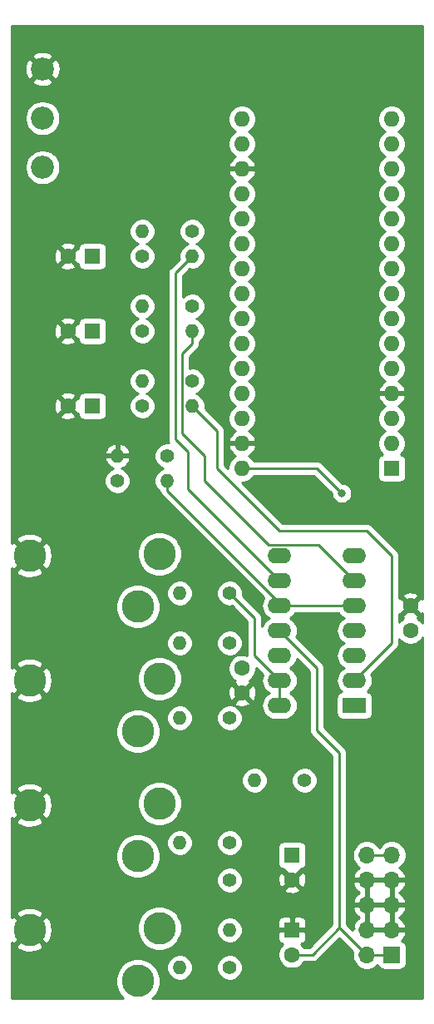
<source format=gbr>
%TF.GenerationSoftware,KiCad,Pcbnew,(5.1.6)-1*%
%TF.CreationDate,2021-04-21T22:04:27+02:00*%
%TF.ProjectId,answertainty,616e7377-6572-4746-9169-6e74792e6b69,rev?*%
%TF.SameCoordinates,Original*%
%TF.FileFunction,Copper,L2,Bot*%
%TF.FilePolarity,Positive*%
%FSLAX46Y46*%
G04 Gerber Fmt 4.6, Leading zero omitted, Abs format (unit mm)*
G04 Created by KiCad (PCBNEW (5.1.6)-1) date 2021-04-21 22:04:27*
%MOMM*%
%LPD*%
G01*
G04 APERTURE LIST*
%TA.AperFunction,ComponentPad*%
%ADD10C,1.600000*%
%TD*%
%TA.AperFunction,ComponentPad*%
%ADD11O,1.400000X1.400000*%
%TD*%
%TA.AperFunction,ComponentPad*%
%ADD12C,1.400000*%
%TD*%
%TA.AperFunction,ComponentPad*%
%ADD13C,3.300000*%
%TD*%
%TA.AperFunction,ComponentPad*%
%ADD14O,1.600000X1.600000*%
%TD*%
%TA.AperFunction,ComponentPad*%
%ADD15R,1.600000X1.600000*%
%TD*%
%TA.AperFunction,ComponentPad*%
%ADD16O,1.700000X1.700000*%
%TD*%
%TA.AperFunction,ComponentPad*%
%ADD17R,1.700000X1.700000*%
%TD*%
%TA.AperFunction,ComponentPad*%
%ADD18C,2.340000*%
%TD*%
%TA.AperFunction,ComponentPad*%
%ADD19O,2.400000X1.600000*%
%TD*%
%TA.AperFunction,ComponentPad*%
%ADD20R,2.400000X1.600000*%
%TD*%
%TA.AperFunction,ViaPad*%
%ADD21C,0.800000*%
%TD*%
%TA.AperFunction,Conductor*%
%ADD22C,0.250000*%
%TD*%
%TA.AperFunction,Conductor*%
%ADD23C,0.254000*%
%TD*%
G04 APERTURE END LIST*
D10*
%TO.P,C7,1*%
%TO.N,GND*%
X123190000Y-125730000D03*
%TO.P,C7,2*%
%TO.N,Net-(C5-Pad2)*%
X123190000Y-123230000D03*
%TD*%
%TO.P,C6,1*%
%TO.N,+12V*%
X140335000Y-119380000D03*
%TO.P,C6,2*%
%TO.N,GND*%
X140335000Y-116880000D03*
%TD*%
D11*
%TO.P,R7,2*%
%TO.N,Net-(R4-Pad1)*%
X121920000Y-149860000D03*
D12*
%TO.P,R7,1*%
%TO.N,Net-(R10-Pad2)*%
X121920000Y-144780000D03*
%TD*%
D13*
%TO.P,J4,T*%
%TO.N,Net-(J4-PadT)*%
X114760000Y-111560000D03*
%TO.P,J4,TN*%
%TO.N,Net-(J4-PadTN)*%
X112560000Y-116960000D03*
%TO.P,J4,S*%
%TO.N,GND*%
X101560000Y-111760000D03*
%TD*%
D14*
%TO.P,A1,16*%
%TO.N,Net-(A1-Pad16)*%
X123190000Y-67310000D03*
%TO.P,A1,15*%
%TO.N,Net-(A1-Pad15)*%
X138430000Y-67310000D03*
%TO.P,A1,30*%
%TO.N,+12V*%
X123190000Y-102870000D03*
%TO.P,A1,14*%
%TO.N,Net-(A1-Pad14)*%
X138430000Y-69850000D03*
%TO.P,A1,29*%
%TO.N,GND*%
X123190000Y-100330000D03*
%TO.P,A1,13*%
%TO.N,Net-(A1-Pad13)*%
X138430000Y-72390000D03*
%TO.P,A1,28*%
%TO.N,Net-(A1-Pad28)*%
X123190000Y-97790000D03*
%TO.P,A1,12*%
%TO.N,Net-(A1-Pad12)*%
X138430000Y-74930000D03*
%TO.P,A1,27*%
%TO.N,Net-(A1-Pad27)*%
X123190000Y-95250000D03*
%TO.P,A1,11*%
%TO.N,Net-(A1-Pad11)*%
X138430000Y-77470000D03*
%TO.P,A1,26*%
%TO.N,Net-(A1-Pad26)*%
X123190000Y-92710000D03*
%TO.P,A1,10*%
%TO.N,Net-(A1-Pad10)*%
X138430000Y-80010000D03*
%TO.P,A1,25*%
%TO.N,Net-(A1-Pad25)*%
X123190000Y-90170000D03*
%TO.P,A1,9*%
%TO.N,Net-(A1-Pad9)*%
X138430000Y-82550000D03*
%TO.P,A1,24*%
%TO.N,Net-(A1-Pad24)*%
X123190000Y-87630000D03*
%TO.P,A1,8*%
%TO.N,Net-(A1-Pad8)*%
X138430000Y-85090000D03*
%TO.P,A1,23*%
%TO.N,Net-(A1-Pad23)*%
X123190000Y-85090000D03*
%TO.P,A1,7*%
%TO.N,Net-(A1-Pad7)*%
X138430000Y-87630000D03*
%TO.P,A1,22*%
%TO.N,Net-(A1-Pad22)*%
X123190000Y-82550000D03*
%TO.P,A1,6*%
%TO.N,Net-(A1-Pad6)*%
X138430000Y-90170000D03*
%TO.P,A1,21*%
%TO.N,Net-(A1-Pad21)*%
X123190000Y-80010000D03*
%TO.P,A1,5*%
%TO.N,Net-(A1-Pad5)*%
X138430000Y-92710000D03*
%TO.P,A1,20*%
%TO.N,Net-(A1-Pad20)*%
X123190000Y-77470000D03*
%TO.P,A1,4*%
%TO.N,GND*%
X138430000Y-95250000D03*
%TO.P,A1,19*%
%TO.N,Net-(A1-Pad19)*%
X123190000Y-74930000D03*
%TO.P,A1,3*%
%TO.N,Net-(A1-Pad3)*%
X138430000Y-97790000D03*
%TO.P,A1,18*%
%TO.N,GND*%
X123190000Y-72390000D03*
%TO.P,A1,2*%
%TO.N,Net-(A1-Pad2)*%
X138430000Y-100330000D03*
%TO.P,A1,17*%
%TO.N,Net-(A1-Pad17)*%
X123190000Y-69850000D03*
D15*
%TO.P,A1,1*%
%TO.N,Net-(A1-Pad1)*%
X138430000Y-102870000D03*
%TD*%
D10*
%TO.P,C4,2*%
%TO.N,GND*%
X128270000Y-144740000D03*
D15*
%TO.P,C4,1*%
%TO.N,+12V*%
X128270000Y-142240000D03*
%TD*%
D10*
%TO.P,C5,2*%
%TO.N,Net-(C5-Pad2)*%
X128270000Y-152360000D03*
D15*
%TO.P,C5,1*%
%TO.N,GND*%
X128270000Y-149860000D03*
%TD*%
D11*
%TO.P,R15,2*%
%TO.N,Net-(R14-Pad1)*%
X115570000Y-104140000D03*
D12*
%TO.P,R15,1*%
%TO.N,Net-(A1-Pad27)*%
X110490000Y-104140000D03*
%TD*%
D11*
%TO.P,R14,2*%
%TO.N,GND*%
X110490000Y-101600000D03*
D12*
%TO.P,R14,1*%
%TO.N,Net-(R14-Pad1)*%
X115570000Y-101600000D03*
%TD*%
D11*
%TO.P,R13,2*%
%TO.N,Net-(C3-Pad1)*%
X113030000Y-93980000D03*
D12*
%TO.P,R13,1*%
%TO.N,Net-(A1-Pad8)*%
X118110000Y-93980000D03*
%TD*%
%TO.P,R12,1*%
%TO.N,Net-(A1-Pad13)*%
X118110000Y-78740000D03*
D11*
%TO.P,R12,2*%
%TO.N,Net-(C2-Pad1)*%
X113030000Y-78740000D03*
%TD*%
%TO.P,R11,2*%
%TO.N,Net-(C1-Pad1)*%
X113030000Y-86360000D03*
D12*
%TO.P,R11,1*%
%TO.N,Net-(A1-Pad9)*%
X118110000Y-86360000D03*
%TD*%
D11*
%TO.P,R10,2*%
%TO.N,Net-(R10-Pad2)*%
X118110000Y-96520000D03*
D12*
%TO.P,R10,1*%
%TO.N,Net-(C3-Pad1)*%
X113030000Y-96520000D03*
%TD*%
D11*
%TO.P,R9,2*%
%TO.N,Net-(R6-Pad1)*%
X118110000Y-81280000D03*
D12*
%TO.P,R9,1*%
%TO.N,Net-(C2-Pad1)*%
X113030000Y-81280000D03*
%TD*%
D11*
%TO.P,R8,2*%
%TO.N,Net-(R5-Pad1)*%
X118110000Y-88900000D03*
D12*
%TO.P,R8,1*%
%TO.N,Net-(C1-Pad1)*%
X113030000Y-88900000D03*
%TD*%
D11*
%TO.P,R6,2*%
%TO.N,Net-(R2-Pad1)*%
X116840000Y-120650000D03*
D12*
%TO.P,R6,1*%
%TO.N,Net-(R6-Pad1)*%
X121920000Y-120650000D03*
%TD*%
D11*
%TO.P,R5,2*%
%TO.N,Net-(R1-Pad1)*%
X124460000Y-134620000D03*
D12*
%TO.P,R5,1*%
%TO.N,Net-(R5-Pad1)*%
X129540000Y-134620000D03*
%TD*%
D11*
%TO.P,R4,2*%
%TO.N,Net-(J1-PadT)*%
X116840000Y-153670000D03*
D12*
%TO.P,R4,1*%
%TO.N,Net-(R4-Pad1)*%
X121920000Y-153670000D03*
%TD*%
D11*
%TO.P,R3,2*%
%TO.N,Net-(J4-PadT)*%
X116840000Y-115570000D03*
D12*
%TO.P,R3,1*%
%TO.N,Net-(R3-Pad1)*%
X121920000Y-115570000D03*
%TD*%
D11*
%TO.P,R2,2*%
%TO.N,Net-(J2-PadT)*%
X116840000Y-128270000D03*
D12*
%TO.P,R2,1*%
%TO.N,Net-(R2-Pad1)*%
X121920000Y-128270000D03*
%TD*%
D11*
%TO.P,R1,2*%
%TO.N,Net-(J3-PadT)*%
X116840000Y-140970000D03*
D12*
%TO.P,R1,1*%
%TO.N,Net-(R1-Pad1)*%
X121920000Y-140970000D03*
%TD*%
D16*
%TO.P,J5,10*%
%TO.N,+12V*%
X135890000Y-142240000D03*
%TO.P,J5,9*%
X138430000Y-142240000D03*
%TO.P,J5,8*%
%TO.N,GND*%
X135890000Y-144780000D03*
%TO.P,J5,7*%
X138430000Y-144780000D03*
%TO.P,J5,6*%
X135890000Y-147320000D03*
%TO.P,J5,5*%
X138430000Y-147320000D03*
%TO.P,J5,4*%
X135890000Y-149860000D03*
%TO.P,J5,3*%
X138430000Y-149860000D03*
%TO.P,J5,2*%
%TO.N,Net-(C5-Pad2)*%
X135890000Y-152400000D03*
D17*
%TO.P,J5,1*%
X138430000Y-152400000D03*
%TD*%
D13*
%TO.P,J1,S*%
%TO.N,GND*%
X101560000Y-149860000D03*
%TO.P,J1,TN*%
%TO.N,Net-(J1-PadTN)*%
X112560000Y-155060000D03*
%TO.P,J1,T*%
%TO.N,Net-(J1-PadT)*%
X114760000Y-149660000D03*
%TD*%
D18*
%TO.P,RV1,1*%
%TO.N,GND*%
X102870000Y-62230000D03*
%TO.P,RV1,2*%
%TO.N,Net-(A1-Pad19)*%
X102870000Y-67230000D03*
%TO.P,RV1,3*%
%TO.N,Net-(A1-Pad27)*%
X102870000Y-72230000D03*
%TD*%
D13*
%TO.P,J3,T*%
%TO.N,Net-(J3-PadT)*%
X114760000Y-136960000D03*
%TO.P,J3,TN*%
%TO.N,Net-(J3-PadTN)*%
X112560000Y-142360000D03*
%TO.P,J3,S*%
%TO.N,GND*%
X101560000Y-137160000D03*
%TD*%
%TO.P,J2,T*%
%TO.N,Net-(J2-PadT)*%
X114760000Y-124260000D03*
%TO.P,J2,TN*%
%TO.N,Net-(J2-PadTN)*%
X112560000Y-129660000D03*
%TO.P,J2,S*%
%TO.N,GND*%
X101560000Y-124460000D03*
%TD*%
D19*
%TO.P,U1,14*%
%TO.N,Net-(R3-Pad1)*%
X127000000Y-127000000D03*
%TO.P,U1,7*%
%TO.N,Net-(R1-Pad1)*%
X134620000Y-111760000D03*
%TO.P,U1,13*%
%TO.N,Net-(R3-Pad1)*%
X127000000Y-124460000D03*
%TO.P,U1,6*%
%TO.N,Net-(R5-Pad1)*%
X134620000Y-114300000D03*
%TO.P,U1,12*%
%TO.N,Net-(A1-Pad5)*%
X127000000Y-121920000D03*
%TO.P,U1,5*%
%TO.N,Net-(R14-Pad1)*%
X134620000Y-116840000D03*
%TO.P,U1,11*%
%TO.N,Net-(C5-Pad2)*%
X127000000Y-119380000D03*
%TO.P,U1,4*%
%TO.N,+12V*%
X134620000Y-119380000D03*
%TO.P,U1,10*%
%TO.N,Net-(R14-Pad1)*%
X127000000Y-116840000D03*
%TO.P,U1,3*%
X134620000Y-121920000D03*
%TO.P,U1,9*%
%TO.N,Net-(R6-Pad1)*%
X127000000Y-114300000D03*
%TO.P,U1,2*%
%TO.N,Net-(R10-Pad2)*%
X134620000Y-124460000D03*
%TO.P,U1,8*%
%TO.N,Net-(R2-Pad1)*%
X127000000Y-111760000D03*
D20*
%TO.P,U1,1*%
%TO.N,Net-(R4-Pad1)*%
X134620000Y-127000000D03*
%TD*%
D15*
%TO.P,C3,1*%
%TO.N,Net-(C3-Pad1)*%
X107950000Y-96520000D03*
D10*
%TO.P,C3,2*%
%TO.N,GND*%
X105450000Y-96520000D03*
%TD*%
D15*
%TO.P,C2,1*%
%TO.N,Net-(C2-Pad1)*%
X107950000Y-81280000D03*
D10*
%TO.P,C2,2*%
%TO.N,GND*%
X105450000Y-81280000D03*
%TD*%
D15*
%TO.P,C1,1*%
%TO.N,Net-(C1-Pad1)*%
X107950000Y-88900000D03*
D10*
%TO.P,C1,2*%
%TO.N,GND*%
X105450000Y-88900000D03*
%TD*%
D21*
%TO.N,+12V*%
X133350000Y-105410000D03*
%TO.N,GND*%
X132080000Y-96520000D03*
%TO.N,Net-(A1-Pad27)*%
X110490000Y-104140000D03*
%TD*%
D22*
%TO.N,+12V*%
X138430000Y-142240000D02*
X135890000Y-142240000D01*
X130810000Y-102870000D02*
X123190000Y-102870000D01*
X133350000Y-105410000D02*
X130810000Y-102870000D01*
%TO.N,GND*%
X100330000Y-148630000D02*
X101560000Y-149860000D01*
X101560000Y-137160000D02*
X100330000Y-137160000D01*
X101560000Y-124460000D02*
X100330000Y-124460000D01*
X105450000Y-96560000D02*
X105450000Y-96520000D01*
X133350000Y-95250000D02*
X138430000Y-95250000D01*
X132080000Y-96520000D02*
X133350000Y-95250000D01*
X101560000Y-111760000D02*
X101560000Y-110530000D01*
%TO.N,Net-(A1-Pad19)*%
X102870000Y-67230000D02*
X102870000Y-67310000D01*
%TO.N,Net-(R10-Pad2)*%
X120650000Y-99060000D02*
X118110000Y-96520000D01*
X138430000Y-120650000D02*
X138430000Y-111760000D01*
X135890000Y-109220000D02*
X127000000Y-109220000D01*
X120650000Y-102870000D02*
X120650000Y-99060000D01*
X138430000Y-111760000D02*
X135890000Y-109220000D01*
X127000000Y-109220000D02*
X120650000Y-102870000D01*
X134620000Y-124460000D02*
X138430000Y-120650000D01*
%TO.N,Net-(R3-Pad1)*%
X127000000Y-127000000D02*
X127000000Y-124460000D01*
X124460000Y-121920000D02*
X127000000Y-124460000D01*
X121920000Y-115570000D02*
X124460000Y-118110000D01*
X124460000Y-118110000D02*
X124460000Y-121920000D01*
%TO.N,Net-(R5-Pad1)*%
X118110000Y-88900000D02*
X118110000Y-90170000D01*
X134620000Y-114300000D02*
X130954990Y-110634990D01*
X125874990Y-110634990D02*
X119380000Y-104140000D01*
X119380000Y-104140000D02*
X119380000Y-101600000D01*
X130954990Y-110634990D02*
X125874990Y-110634990D01*
X119380000Y-101600000D02*
X117084999Y-99304999D01*
X117084999Y-91195001D02*
X117084999Y-95640001D01*
X118110000Y-90170000D02*
X117084999Y-91195001D01*
X117084999Y-99304999D02*
X117084999Y-95640001D01*
X117084999Y-95640001D02*
X117084999Y-95005001D01*
%TO.N,Net-(R6-Pad1)*%
X117659990Y-101149990D02*
X117659990Y-104959990D01*
X116389991Y-99879991D02*
X117659990Y-101149990D01*
X118110000Y-81280000D02*
X116389991Y-83000009D01*
X117659990Y-104959990D02*
X127000000Y-114300000D01*
X116389991Y-83000009D02*
X116389991Y-99879991D01*
%TO.N,Net-(R14-Pad1)*%
X127000000Y-116559949D02*
X127000000Y-116840000D01*
X115570000Y-105129949D02*
X127000000Y-116559949D01*
X115570000Y-104140000D02*
X115570000Y-105129949D01*
X127000000Y-116840000D02*
X134620000Y-116840000D01*
%TO.N,Net-(C5-Pad2)*%
X135890000Y-152400000D02*
X138430000Y-152400000D01*
X130810000Y-123190000D02*
X127000000Y-119380000D01*
X135890000Y-152400000D02*
X133094999Y-149604999D01*
X130810000Y-129540000D02*
X130810000Y-123190000D01*
X133094999Y-131824999D02*
X130810000Y-129540000D01*
X133094999Y-149604999D02*
X133094999Y-131824999D01*
X130339998Y-152360000D02*
X133094999Y-149604999D01*
X128270000Y-152360000D02*
X130339998Y-152360000D01*
%TD*%
D23*
%TO.N,GND*%
G36*
X141580001Y-116154070D02*
G01*
X141571671Y-116138486D01*
X141327702Y-116066903D01*
X140514605Y-116880000D01*
X141327702Y-117693097D01*
X141571671Y-117621514D01*
X141580001Y-117603910D01*
X141580001Y-118660344D01*
X141449637Y-118465241D01*
X141249759Y-118265363D01*
X141049131Y-118131308D01*
X141076514Y-118116671D01*
X141148097Y-117872702D01*
X140335000Y-117059605D01*
X139521903Y-117872702D01*
X139593486Y-118116671D01*
X139622341Y-118130324D01*
X139420241Y-118265363D01*
X139220363Y-118465241D01*
X139190000Y-118510683D01*
X139190000Y-117648411D01*
X139342298Y-117693097D01*
X140155395Y-116880000D01*
X139342298Y-116066903D01*
X139190000Y-116111589D01*
X139190000Y-115887298D01*
X139521903Y-115887298D01*
X140335000Y-116700395D01*
X141148097Y-115887298D01*
X141076514Y-115643329D01*
X140821004Y-115522429D01*
X140546816Y-115453700D01*
X140264488Y-115439783D01*
X139984870Y-115481213D01*
X139718708Y-115576397D01*
X139593486Y-115643329D01*
X139521903Y-115887298D01*
X139190000Y-115887298D01*
X139190000Y-111797322D01*
X139193676Y-111759999D01*
X139190000Y-111722676D01*
X139190000Y-111722667D01*
X139179003Y-111611014D01*
X139135546Y-111467753D01*
X139064974Y-111335724D01*
X139051811Y-111319685D01*
X138993799Y-111248996D01*
X138993795Y-111248992D01*
X138970001Y-111219999D01*
X138941008Y-111196205D01*
X136453804Y-108709003D01*
X136430001Y-108679999D01*
X136314276Y-108585026D01*
X136182247Y-108514454D01*
X136038986Y-108470997D01*
X135927333Y-108460000D01*
X135927322Y-108460000D01*
X135890000Y-108456324D01*
X135852678Y-108460000D01*
X127314802Y-108460000D01*
X123159801Y-104305000D01*
X123331335Y-104305000D01*
X123608574Y-104249853D01*
X123869727Y-104141680D01*
X124104759Y-103984637D01*
X124304637Y-103784759D01*
X124408043Y-103630000D01*
X130495199Y-103630000D01*
X132315000Y-105449803D01*
X132315000Y-105511939D01*
X132354774Y-105711898D01*
X132432795Y-105900256D01*
X132546063Y-106069774D01*
X132690226Y-106213937D01*
X132859744Y-106327205D01*
X133048102Y-106405226D01*
X133248061Y-106445000D01*
X133451939Y-106445000D01*
X133651898Y-106405226D01*
X133840256Y-106327205D01*
X134009774Y-106213937D01*
X134153937Y-106069774D01*
X134267205Y-105900256D01*
X134345226Y-105711898D01*
X134385000Y-105511939D01*
X134385000Y-105308061D01*
X134345226Y-105108102D01*
X134267205Y-104919744D01*
X134153937Y-104750226D01*
X134009774Y-104606063D01*
X133840256Y-104492795D01*
X133651898Y-104414774D01*
X133451939Y-104375000D01*
X133389803Y-104375000D01*
X131373804Y-102359003D01*
X131350001Y-102329999D01*
X131234276Y-102235026D01*
X131102247Y-102164454D01*
X130958986Y-102120997D01*
X130847333Y-102110000D01*
X130847322Y-102110000D01*
X130810000Y-102106324D01*
X130772678Y-102110000D01*
X124408043Y-102110000D01*
X124381317Y-102070000D01*
X136991928Y-102070000D01*
X136991928Y-103670000D01*
X137004188Y-103794482D01*
X137040498Y-103914180D01*
X137099463Y-104024494D01*
X137178815Y-104121185D01*
X137275506Y-104200537D01*
X137385820Y-104259502D01*
X137505518Y-104295812D01*
X137630000Y-104308072D01*
X139230000Y-104308072D01*
X139354482Y-104295812D01*
X139474180Y-104259502D01*
X139584494Y-104200537D01*
X139681185Y-104121185D01*
X139760537Y-104024494D01*
X139819502Y-103914180D01*
X139855812Y-103794482D01*
X139868072Y-103670000D01*
X139868072Y-102070000D01*
X139855812Y-101945518D01*
X139819502Y-101825820D01*
X139760537Y-101715506D01*
X139681185Y-101618815D01*
X139584494Y-101539463D01*
X139474180Y-101480498D01*
X139354482Y-101444188D01*
X139346039Y-101443357D01*
X139544637Y-101244759D01*
X139701680Y-101009727D01*
X139809853Y-100748574D01*
X139865000Y-100471335D01*
X139865000Y-100188665D01*
X139809853Y-99911426D01*
X139701680Y-99650273D01*
X139544637Y-99415241D01*
X139344759Y-99215363D01*
X139112241Y-99060000D01*
X139344759Y-98904637D01*
X139544637Y-98704759D01*
X139701680Y-98469727D01*
X139809853Y-98208574D01*
X139865000Y-97931335D01*
X139865000Y-97648665D01*
X139809853Y-97371426D01*
X139701680Y-97110273D01*
X139544637Y-96875241D01*
X139344759Y-96675363D01*
X139109727Y-96518320D01*
X139099135Y-96513933D01*
X139285131Y-96402385D01*
X139493519Y-96213414D01*
X139661037Y-95987420D01*
X139781246Y-95733087D01*
X139821904Y-95599039D01*
X139699915Y-95377000D01*
X138557000Y-95377000D01*
X138557000Y-95397000D01*
X138303000Y-95397000D01*
X138303000Y-95377000D01*
X137160085Y-95377000D01*
X137038096Y-95599039D01*
X137078754Y-95733087D01*
X137198963Y-95987420D01*
X137366481Y-96213414D01*
X137574869Y-96402385D01*
X137760865Y-96513933D01*
X137750273Y-96518320D01*
X137515241Y-96675363D01*
X137315363Y-96875241D01*
X137158320Y-97110273D01*
X137050147Y-97371426D01*
X136995000Y-97648665D01*
X136995000Y-97931335D01*
X137050147Y-98208574D01*
X137158320Y-98469727D01*
X137315363Y-98704759D01*
X137515241Y-98904637D01*
X137747759Y-99060000D01*
X137515241Y-99215363D01*
X137315363Y-99415241D01*
X137158320Y-99650273D01*
X137050147Y-99911426D01*
X136995000Y-100188665D01*
X136995000Y-100471335D01*
X137050147Y-100748574D01*
X137158320Y-101009727D01*
X137315363Y-101244759D01*
X137513961Y-101443357D01*
X137505518Y-101444188D01*
X137385820Y-101480498D01*
X137275506Y-101539463D01*
X137178815Y-101618815D01*
X137099463Y-101715506D01*
X137040498Y-101825820D01*
X137004188Y-101945518D01*
X136991928Y-102070000D01*
X124381317Y-102070000D01*
X124304637Y-101955241D01*
X124104759Y-101755363D01*
X123869727Y-101598320D01*
X123859135Y-101593933D01*
X124045131Y-101482385D01*
X124253519Y-101293414D01*
X124421037Y-101067420D01*
X124541246Y-100813087D01*
X124581904Y-100679039D01*
X124459915Y-100457000D01*
X123317000Y-100457000D01*
X123317000Y-100477000D01*
X123063000Y-100477000D01*
X123063000Y-100457000D01*
X121920085Y-100457000D01*
X121798096Y-100679039D01*
X121838754Y-100813087D01*
X121958963Y-101067420D01*
X122126481Y-101293414D01*
X122334869Y-101482385D01*
X122520865Y-101593933D01*
X122510273Y-101598320D01*
X122275241Y-101755363D01*
X122075363Y-101955241D01*
X121918320Y-102190273D01*
X121810147Y-102451426D01*
X121755000Y-102728665D01*
X121755000Y-102900199D01*
X121410000Y-102555199D01*
X121410000Y-99097322D01*
X121413676Y-99059999D01*
X121410000Y-99022676D01*
X121410000Y-99022667D01*
X121399003Y-98911014D01*
X121355546Y-98767753D01*
X121284974Y-98635724D01*
X121219544Y-98555997D01*
X121213799Y-98548996D01*
X121213795Y-98548992D01*
X121190001Y-98519999D01*
X121161008Y-98496205D01*
X119423645Y-96758843D01*
X119445000Y-96651486D01*
X119445000Y-96388514D01*
X119393696Y-96130595D01*
X119293061Y-95887641D01*
X119146962Y-95668987D01*
X118961013Y-95483038D01*
X118742359Y-95336939D01*
X118532470Y-95250000D01*
X118742359Y-95163061D01*
X118961013Y-95016962D01*
X119146962Y-94831013D01*
X119293061Y-94612359D01*
X119393696Y-94369405D01*
X119445000Y-94111486D01*
X119445000Y-93848514D01*
X119393696Y-93590595D01*
X119293061Y-93347641D01*
X119146962Y-93128987D01*
X118961013Y-92943038D01*
X118742359Y-92796939D01*
X118499405Y-92696304D01*
X118241486Y-92645000D01*
X117978514Y-92645000D01*
X117844999Y-92671558D01*
X117844999Y-91509802D01*
X118621003Y-90733799D01*
X118650001Y-90710001D01*
X118744974Y-90594276D01*
X118815546Y-90462247D01*
X118859003Y-90318986D01*
X118870000Y-90207333D01*
X118870000Y-90207324D01*
X118873676Y-90170001D01*
X118870000Y-90132678D01*
X118870000Y-89997775D01*
X118961013Y-89936962D01*
X119146962Y-89751013D01*
X119293061Y-89532359D01*
X119393696Y-89289405D01*
X119445000Y-89031486D01*
X119445000Y-88768514D01*
X119393696Y-88510595D01*
X119293061Y-88267641D01*
X119146962Y-88048987D01*
X118961013Y-87863038D01*
X118742359Y-87716939D01*
X118532470Y-87630000D01*
X118742359Y-87543061D01*
X118961013Y-87396962D01*
X119146962Y-87211013D01*
X119293061Y-86992359D01*
X119393696Y-86749405D01*
X119445000Y-86491486D01*
X119445000Y-86228514D01*
X119393696Y-85970595D01*
X119293061Y-85727641D01*
X119146962Y-85508987D01*
X118961013Y-85323038D01*
X118742359Y-85176939D01*
X118499405Y-85076304D01*
X118241486Y-85025000D01*
X117978514Y-85025000D01*
X117720595Y-85076304D01*
X117477641Y-85176939D01*
X117258987Y-85323038D01*
X117149991Y-85432034D01*
X117149991Y-83314810D01*
X117871157Y-82593645D01*
X117978514Y-82615000D01*
X118241486Y-82615000D01*
X118499405Y-82563696D01*
X118742359Y-82463061D01*
X118961013Y-82316962D01*
X119146962Y-82131013D01*
X119293061Y-81912359D01*
X119393696Y-81669405D01*
X119445000Y-81411486D01*
X119445000Y-81148514D01*
X119393696Y-80890595D01*
X119293061Y-80647641D01*
X119146962Y-80428987D01*
X118961013Y-80243038D01*
X118742359Y-80096939D01*
X118532470Y-80010000D01*
X118742359Y-79923061D01*
X118961013Y-79776962D01*
X119146962Y-79591013D01*
X119293061Y-79372359D01*
X119393696Y-79129405D01*
X119445000Y-78871486D01*
X119445000Y-78608514D01*
X119393696Y-78350595D01*
X119293061Y-78107641D01*
X119146962Y-77888987D01*
X118961013Y-77703038D01*
X118742359Y-77556939D01*
X118499405Y-77456304D01*
X118241486Y-77405000D01*
X117978514Y-77405000D01*
X117720595Y-77456304D01*
X117477641Y-77556939D01*
X117258987Y-77703038D01*
X117073038Y-77888987D01*
X116926939Y-78107641D01*
X116826304Y-78350595D01*
X116775000Y-78608514D01*
X116775000Y-78871486D01*
X116826304Y-79129405D01*
X116926939Y-79372359D01*
X117073038Y-79591013D01*
X117258987Y-79776962D01*
X117477641Y-79923061D01*
X117687530Y-80010000D01*
X117477641Y-80096939D01*
X117258987Y-80243038D01*
X117073038Y-80428987D01*
X116926939Y-80647641D01*
X116826304Y-80890595D01*
X116775000Y-81148514D01*
X116775000Y-81411486D01*
X116796355Y-81518843D01*
X115878994Y-82436205D01*
X115849990Y-82460008D01*
X115803488Y-82516671D01*
X115755017Y-82575733D01*
X115721964Y-82637571D01*
X115684445Y-82707763D01*
X115640988Y-82851024D01*
X115629991Y-82962677D01*
X115629991Y-82962687D01*
X115626315Y-83000009D01*
X115629991Y-83037331D01*
X115629992Y-99842658D01*
X115626315Y-99879991D01*
X115640989Y-100028976D01*
X115684445Y-100172237D01*
X115737900Y-100272243D01*
X115701486Y-100265000D01*
X115438514Y-100265000D01*
X115180595Y-100316304D01*
X114937641Y-100416939D01*
X114718987Y-100563038D01*
X114533038Y-100748987D01*
X114386939Y-100967641D01*
X114286304Y-101210595D01*
X114235000Y-101468514D01*
X114235000Y-101731486D01*
X114286304Y-101989405D01*
X114386939Y-102232359D01*
X114533038Y-102451013D01*
X114718987Y-102636962D01*
X114937641Y-102783061D01*
X115147530Y-102870000D01*
X114937641Y-102956939D01*
X114718987Y-103103038D01*
X114533038Y-103288987D01*
X114386939Y-103507641D01*
X114286304Y-103750595D01*
X114235000Y-104008514D01*
X114235000Y-104271486D01*
X114286304Y-104529405D01*
X114386939Y-104772359D01*
X114533038Y-104991013D01*
X114718987Y-105176962D01*
X114817433Y-105242741D01*
X114818369Y-105252237D01*
X114820998Y-105278934D01*
X114864454Y-105422195D01*
X114935026Y-105554225D01*
X115006201Y-105640951D01*
X115030000Y-105669950D01*
X115058998Y-105693748D01*
X125402456Y-116037207D01*
X125401068Y-116038899D01*
X125267818Y-116288192D01*
X125185764Y-116558691D01*
X125158057Y-116840000D01*
X125185764Y-117121309D01*
X125267818Y-117391808D01*
X125401068Y-117641101D01*
X125580392Y-117859608D01*
X125798899Y-118038932D01*
X125931858Y-118110000D01*
X125798899Y-118181068D01*
X125580392Y-118360392D01*
X125401068Y-118578899D01*
X125267818Y-118828192D01*
X125220000Y-118985829D01*
X125220000Y-118147322D01*
X125223676Y-118109999D01*
X125220000Y-118072676D01*
X125220000Y-118072667D01*
X125209003Y-117961014D01*
X125165546Y-117817753D01*
X125094974Y-117685724D01*
X125058353Y-117641101D01*
X125023799Y-117598996D01*
X125023795Y-117598992D01*
X125000001Y-117569999D01*
X124971009Y-117546206D01*
X123233645Y-115808843D01*
X123255000Y-115701486D01*
X123255000Y-115438514D01*
X123203696Y-115180595D01*
X123103061Y-114937641D01*
X122956962Y-114718987D01*
X122771013Y-114533038D01*
X122552359Y-114386939D01*
X122309405Y-114286304D01*
X122051486Y-114235000D01*
X121788514Y-114235000D01*
X121530595Y-114286304D01*
X121287641Y-114386939D01*
X121068987Y-114533038D01*
X120883038Y-114718987D01*
X120736939Y-114937641D01*
X120636304Y-115180595D01*
X120585000Y-115438514D01*
X120585000Y-115701486D01*
X120636304Y-115959405D01*
X120736939Y-116202359D01*
X120883038Y-116421013D01*
X121068987Y-116606962D01*
X121287641Y-116753061D01*
X121530595Y-116853696D01*
X121788514Y-116905000D01*
X122051486Y-116905000D01*
X122158843Y-116883645D01*
X123700000Y-118424803D01*
X123700001Y-121882668D01*
X123699495Y-121887808D01*
X123608574Y-121850147D01*
X123331335Y-121795000D01*
X123048665Y-121795000D01*
X122771426Y-121850147D01*
X122510273Y-121958320D01*
X122275241Y-122115363D01*
X122075363Y-122315241D01*
X121918320Y-122550273D01*
X121810147Y-122811426D01*
X121755000Y-123088665D01*
X121755000Y-123371335D01*
X121810147Y-123648574D01*
X121918320Y-123909727D01*
X122075363Y-124144759D01*
X122275241Y-124344637D01*
X122475869Y-124478692D01*
X122448486Y-124493329D01*
X122376903Y-124737298D01*
X123190000Y-125550395D01*
X124003097Y-124737298D01*
X123931514Y-124493329D01*
X123902659Y-124479676D01*
X124104759Y-124344637D01*
X124304637Y-124144759D01*
X124461680Y-123909727D01*
X124569853Y-123648574D01*
X124625000Y-123371335D01*
X124625000Y-123159802D01*
X125304592Y-123839394D01*
X125267818Y-123908192D01*
X125185764Y-124178691D01*
X125158057Y-124460000D01*
X125185764Y-124741309D01*
X125267818Y-125011808D01*
X125401068Y-125261101D01*
X125580392Y-125479608D01*
X125798899Y-125658932D01*
X125931858Y-125730000D01*
X125798899Y-125801068D01*
X125580392Y-125980392D01*
X125401068Y-126198899D01*
X125267818Y-126448192D01*
X125185764Y-126718691D01*
X125158057Y-127000000D01*
X125185764Y-127281309D01*
X125267818Y-127551808D01*
X125401068Y-127801101D01*
X125580392Y-128019608D01*
X125798899Y-128198932D01*
X126048192Y-128332182D01*
X126318691Y-128414236D01*
X126529508Y-128435000D01*
X127470492Y-128435000D01*
X127681309Y-128414236D01*
X127951808Y-128332182D01*
X128201101Y-128198932D01*
X128419608Y-128019608D01*
X128598932Y-127801101D01*
X128732182Y-127551808D01*
X128814236Y-127281309D01*
X128841943Y-127000000D01*
X128814236Y-126718691D01*
X128732182Y-126448192D01*
X128598932Y-126198899D01*
X128419608Y-125980392D01*
X128201101Y-125801068D01*
X128068142Y-125730000D01*
X128201101Y-125658932D01*
X128419608Y-125479608D01*
X128598932Y-125261101D01*
X128732182Y-125011808D01*
X128814236Y-124741309D01*
X128841943Y-124460000D01*
X128814236Y-124178691D01*
X128732182Y-123908192D01*
X128598932Y-123658899D01*
X128419608Y-123440392D01*
X128201101Y-123261068D01*
X128068142Y-123190000D01*
X128201101Y-123118932D01*
X128419608Y-122939608D01*
X128598932Y-122721101D01*
X128732182Y-122471808D01*
X128798473Y-122253274D01*
X130050001Y-123504803D01*
X130050000Y-129502677D01*
X130046324Y-129540000D01*
X130050000Y-129577322D01*
X130050000Y-129577332D01*
X130060997Y-129688985D01*
X130104454Y-129832246D01*
X130175026Y-129964276D01*
X130214871Y-130012826D01*
X130269999Y-130080001D01*
X130299003Y-130103804D01*
X132335000Y-132139802D01*
X132334999Y-149290197D01*
X130025197Y-151600000D01*
X129488043Y-151600000D01*
X129384637Y-151445241D01*
X129218057Y-151278661D01*
X129314180Y-151249502D01*
X129424494Y-151190537D01*
X129521185Y-151111185D01*
X129600537Y-151014494D01*
X129659502Y-150904180D01*
X129695812Y-150784482D01*
X129708072Y-150660000D01*
X129705000Y-150145750D01*
X129546250Y-149987000D01*
X128397000Y-149987000D01*
X128397000Y-150007000D01*
X128143000Y-150007000D01*
X128143000Y-149987000D01*
X126993750Y-149987000D01*
X126835000Y-150145750D01*
X126831928Y-150660000D01*
X126844188Y-150784482D01*
X126880498Y-150904180D01*
X126939463Y-151014494D01*
X127018815Y-151111185D01*
X127115506Y-151190537D01*
X127225820Y-151249502D01*
X127321943Y-151278661D01*
X127155363Y-151445241D01*
X126998320Y-151680273D01*
X126890147Y-151941426D01*
X126835000Y-152218665D01*
X126835000Y-152501335D01*
X126890147Y-152778574D01*
X126998320Y-153039727D01*
X127155363Y-153274759D01*
X127355241Y-153474637D01*
X127590273Y-153631680D01*
X127851426Y-153739853D01*
X128128665Y-153795000D01*
X128411335Y-153795000D01*
X128688574Y-153739853D01*
X128949727Y-153631680D01*
X129184759Y-153474637D01*
X129384637Y-153274759D01*
X129488043Y-153120000D01*
X130302676Y-153120000D01*
X130339998Y-153123676D01*
X130377320Y-153120000D01*
X130377331Y-153120000D01*
X130488984Y-153109003D01*
X130632245Y-153065546D01*
X130764274Y-152994974D01*
X130879999Y-152900001D01*
X130903802Y-152870997D01*
X133094999Y-150679800D01*
X134448790Y-152033592D01*
X134405000Y-152253740D01*
X134405000Y-152546260D01*
X134462068Y-152833158D01*
X134574010Y-153103411D01*
X134736525Y-153346632D01*
X134943368Y-153553475D01*
X135186589Y-153715990D01*
X135456842Y-153827932D01*
X135743740Y-153885000D01*
X136036260Y-153885000D01*
X136323158Y-153827932D01*
X136593411Y-153715990D01*
X136836632Y-153553475D01*
X136968487Y-153421620D01*
X136990498Y-153494180D01*
X137049463Y-153604494D01*
X137128815Y-153701185D01*
X137225506Y-153780537D01*
X137335820Y-153839502D01*
X137455518Y-153875812D01*
X137580000Y-153888072D01*
X139280000Y-153888072D01*
X139404482Y-153875812D01*
X139524180Y-153839502D01*
X139634494Y-153780537D01*
X139731185Y-153701185D01*
X139810537Y-153604494D01*
X139869502Y-153494180D01*
X139905812Y-153374482D01*
X139918072Y-153250000D01*
X139918072Y-151550000D01*
X139905812Y-151425518D01*
X139869502Y-151305820D01*
X139810537Y-151195506D01*
X139731185Y-151098815D01*
X139634494Y-151019463D01*
X139524180Y-150960498D01*
X139443534Y-150936034D01*
X139527588Y-150860269D01*
X139701641Y-150626920D01*
X139826825Y-150364099D01*
X139871476Y-150216890D01*
X139750155Y-149987000D01*
X138557000Y-149987000D01*
X138557000Y-150007000D01*
X138303000Y-150007000D01*
X138303000Y-149987000D01*
X136017000Y-149987000D01*
X136017000Y-150007000D01*
X135763000Y-150007000D01*
X135763000Y-149987000D01*
X135743000Y-149987000D01*
X135743000Y-149733000D01*
X135763000Y-149733000D01*
X135763000Y-147447000D01*
X136017000Y-147447000D01*
X136017000Y-149733000D01*
X138303000Y-149733000D01*
X138303000Y-147447000D01*
X138557000Y-147447000D01*
X138557000Y-149733000D01*
X139750155Y-149733000D01*
X139871476Y-149503110D01*
X139826825Y-149355901D01*
X139701641Y-149093080D01*
X139527588Y-148859731D01*
X139311355Y-148664822D01*
X139185745Y-148590000D01*
X139311355Y-148515178D01*
X139527588Y-148320269D01*
X139701641Y-148086920D01*
X139826825Y-147824099D01*
X139871476Y-147676890D01*
X139750155Y-147447000D01*
X138557000Y-147447000D01*
X138303000Y-147447000D01*
X136017000Y-147447000D01*
X135763000Y-147447000D01*
X134569845Y-147447000D01*
X134448524Y-147676890D01*
X134493175Y-147824099D01*
X134618359Y-148086920D01*
X134792412Y-148320269D01*
X135008645Y-148515178D01*
X135134255Y-148590000D01*
X135008645Y-148664822D01*
X134792412Y-148859731D01*
X134618359Y-149093080D01*
X134493175Y-149355901D01*
X134448524Y-149503110D01*
X134569844Y-149732998D01*
X134405000Y-149732998D01*
X134405000Y-149840199D01*
X133854999Y-149290198D01*
X133854999Y-145136890D01*
X134448524Y-145136890D01*
X134493175Y-145284099D01*
X134618359Y-145546920D01*
X134792412Y-145780269D01*
X135008645Y-145975178D01*
X135134255Y-146050000D01*
X135008645Y-146124822D01*
X134792412Y-146319731D01*
X134618359Y-146553080D01*
X134493175Y-146815901D01*
X134448524Y-146963110D01*
X134569845Y-147193000D01*
X135763000Y-147193000D01*
X135763000Y-144907000D01*
X136017000Y-144907000D01*
X136017000Y-147193000D01*
X138303000Y-147193000D01*
X138303000Y-144907000D01*
X138557000Y-144907000D01*
X138557000Y-147193000D01*
X139750155Y-147193000D01*
X139871476Y-146963110D01*
X139826825Y-146815901D01*
X139701641Y-146553080D01*
X139527588Y-146319731D01*
X139311355Y-146124822D01*
X139185745Y-146050000D01*
X139311355Y-145975178D01*
X139527588Y-145780269D01*
X139701641Y-145546920D01*
X139826825Y-145284099D01*
X139871476Y-145136890D01*
X139750155Y-144907000D01*
X138557000Y-144907000D01*
X138303000Y-144907000D01*
X136017000Y-144907000D01*
X135763000Y-144907000D01*
X134569845Y-144907000D01*
X134448524Y-145136890D01*
X133854999Y-145136890D01*
X133854999Y-142093740D01*
X134405000Y-142093740D01*
X134405000Y-142386260D01*
X134462068Y-142673158D01*
X134574010Y-142943411D01*
X134736525Y-143186632D01*
X134943368Y-143393475D01*
X135125534Y-143515195D01*
X135008645Y-143584822D01*
X134792412Y-143779731D01*
X134618359Y-144013080D01*
X134493175Y-144275901D01*
X134448524Y-144423110D01*
X134569845Y-144653000D01*
X135763000Y-144653000D01*
X135763000Y-144633000D01*
X136017000Y-144633000D01*
X136017000Y-144653000D01*
X138303000Y-144653000D01*
X138303000Y-144633000D01*
X138557000Y-144633000D01*
X138557000Y-144653000D01*
X139750155Y-144653000D01*
X139871476Y-144423110D01*
X139826825Y-144275901D01*
X139701641Y-144013080D01*
X139527588Y-143779731D01*
X139311355Y-143584822D01*
X139194466Y-143515195D01*
X139376632Y-143393475D01*
X139583475Y-143186632D01*
X139745990Y-142943411D01*
X139857932Y-142673158D01*
X139915000Y-142386260D01*
X139915000Y-142093740D01*
X139857932Y-141806842D01*
X139745990Y-141536589D01*
X139583475Y-141293368D01*
X139376632Y-141086525D01*
X139133411Y-140924010D01*
X138863158Y-140812068D01*
X138576260Y-140755000D01*
X138283740Y-140755000D01*
X137996842Y-140812068D01*
X137726589Y-140924010D01*
X137483368Y-141086525D01*
X137276525Y-141293368D01*
X137160000Y-141467760D01*
X137043475Y-141293368D01*
X136836632Y-141086525D01*
X136593411Y-140924010D01*
X136323158Y-140812068D01*
X136036260Y-140755000D01*
X135743740Y-140755000D01*
X135456842Y-140812068D01*
X135186589Y-140924010D01*
X134943368Y-141086525D01*
X134736525Y-141293368D01*
X134574010Y-141536589D01*
X134462068Y-141806842D01*
X134405000Y-142093740D01*
X133854999Y-142093740D01*
X133854999Y-131862332D01*
X133858676Y-131824999D01*
X133844002Y-131676013D01*
X133800545Y-131532752D01*
X133729973Y-131400723D01*
X133658798Y-131313996D01*
X133635000Y-131284998D01*
X133606002Y-131261200D01*
X131570000Y-129225199D01*
X131570000Y-123227325D01*
X131573676Y-123190000D01*
X131570000Y-123152675D01*
X131570000Y-123152667D01*
X131559003Y-123041014D01*
X131515546Y-122897753D01*
X131444974Y-122765724D01*
X131350001Y-122649999D01*
X131321003Y-122626201D01*
X128695408Y-120000607D01*
X128732182Y-119931808D01*
X128814236Y-119661309D01*
X128841943Y-119380000D01*
X128814236Y-119098691D01*
X128732182Y-118828192D01*
X128598932Y-118578899D01*
X128419608Y-118360392D01*
X128201101Y-118181068D01*
X128068142Y-118110000D01*
X128201101Y-118038932D01*
X128419608Y-117859608D01*
X128598932Y-117641101D01*
X128620901Y-117600000D01*
X132999099Y-117600000D01*
X133021068Y-117641101D01*
X133200392Y-117859608D01*
X133418899Y-118038932D01*
X133551858Y-118110000D01*
X133418899Y-118181068D01*
X133200392Y-118360392D01*
X133021068Y-118578899D01*
X132887818Y-118828192D01*
X132805764Y-119098691D01*
X132778057Y-119380000D01*
X132805764Y-119661309D01*
X132887818Y-119931808D01*
X133021068Y-120181101D01*
X133200392Y-120399608D01*
X133418899Y-120578932D01*
X133551858Y-120650000D01*
X133418899Y-120721068D01*
X133200392Y-120900392D01*
X133021068Y-121118899D01*
X132887818Y-121368192D01*
X132805764Y-121638691D01*
X132778057Y-121920000D01*
X132805764Y-122201309D01*
X132887818Y-122471808D01*
X133021068Y-122721101D01*
X133200392Y-122939608D01*
X133418899Y-123118932D01*
X133551858Y-123190000D01*
X133418899Y-123261068D01*
X133200392Y-123440392D01*
X133021068Y-123658899D01*
X132887818Y-123908192D01*
X132805764Y-124178691D01*
X132778057Y-124460000D01*
X132805764Y-124741309D01*
X132887818Y-125011808D01*
X133021068Y-125261101D01*
X133200392Y-125479608D01*
X133313482Y-125572419D01*
X133295518Y-125574188D01*
X133175820Y-125610498D01*
X133065506Y-125669463D01*
X132968815Y-125748815D01*
X132889463Y-125845506D01*
X132830498Y-125955820D01*
X132794188Y-126075518D01*
X132781928Y-126200000D01*
X132781928Y-127800000D01*
X132794188Y-127924482D01*
X132830498Y-128044180D01*
X132889463Y-128154494D01*
X132968815Y-128251185D01*
X133065506Y-128330537D01*
X133175820Y-128389502D01*
X133295518Y-128425812D01*
X133420000Y-128438072D01*
X135820000Y-128438072D01*
X135944482Y-128425812D01*
X136064180Y-128389502D01*
X136174494Y-128330537D01*
X136271185Y-128251185D01*
X136350537Y-128154494D01*
X136409502Y-128044180D01*
X136445812Y-127924482D01*
X136458072Y-127800000D01*
X136458072Y-126200000D01*
X136445812Y-126075518D01*
X136409502Y-125955820D01*
X136350537Y-125845506D01*
X136271185Y-125748815D01*
X136174494Y-125669463D01*
X136064180Y-125610498D01*
X135944482Y-125574188D01*
X135926518Y-125572419D01*
X136039608Y-125479608D01*
X136218932Y-125261101D01*
X136352182Y-125011808D01*
X136434236Y-124741309D01*
X136461943Y-124460000D01*
X136434236Y-124178691D01*
X136352182Y-123908192D01*
X136315408Y-123839393D01*
X138941004Y-121213798D01*
X138970001Y-121190001D01*
X139064974Y-121074276D01*
X139135546Y-120942247D01*
X139179003Y-120798986D01*
X139190000Y-120687333D01*
X139190000Y-120687325D01*
X139193676Y-120650000D01*
X139190000Y-120612675D01*
X139190000Y-120249317D01*
X139220363Y-120294759D01*
X139420241Y-120494637D01*
X139655273Y-120651680D01*
X139916426Y-120759853D01*
X140193665Y-120815000D01*
X140476335Y-120815000D01*
X140753574Y-120759853D01*
X141014727Y-120651680D01*
X141249759Y-120494637D01*
X141449637Y-120294759D01*
X141580001Y-120099656D01*
X141580001Y-156820000D01*
X114031478Y-156820000D01*
X114334875Y-156516603D01*
X114584941Y-156142353D01*
X114757189Y-155726510D01*
X114845000Y-155285053D01*
X114845000Y-154834947D01*
X114757189Y-154393490D01*
X114584941Y-153977647D01*
X114334875Y-153603397D01*
X114269992Y-153538514D01*
X115505000Y-153538514D01*
X115505000Y-153801486D01*
X115556304Y-154059405D01*
X115656939Y-154302359D01*
X115803038Y-154521013D01*
X115988987Y-154706962D01*
X116207641Y-154853061D01*
X116450595Y-154953696D01*
X116708514Y-155005000D01*
X116971486Y-155005000D01*
X117229405Y-154953696D01*
X117472359Y-154853061D01*
X117691013Y-154706962D01*
X117876962Y-154521013D01*
X118023061Y-154302359D01*
X118123696Y-154059405D01*
X118175000Y-153801486D01*
X118175000Y-153538514D01*
X120585000Y-153538514D01*
X120585000Y-153801486D01*
X120636304Y-154059405D01*
X120736939Y-154302359D01*
X120883038Y-154521013D01*
X121068987Y-154706962D01*
X121287641Y-154853061D01*
X121530595Y-154953696D01*
X121788514Y-155005000D01*
X122051486Y-155005000D01*
X122309405Y-154953696D01*
X122552359Y-154853061D01*
X122771013Y-154706962D01*
X122956962Y-154521013D01*
X123103061Y-154302359D01*
X123203696Y-154059405D01*
X123255000Y-153801486D01*
X123255000Y-153538514D01*
X123203696Y-153280595D01*
X123103061Y-153037641D01*
X122956962Y-152818987D01*
X122771013Y-152633038D01*
X122552359Y-152486939D01*
X122309405Y-152386304D01*
X122051486Y-152335000D01*
X121788514Y-152335000D01*
X121530595Y-152386304D01*
X121287641Y-152486939D01*
X121068987Y-152633038D01*
X120883038Y-152818987D01*
X120736939Y-153037641D01*
X120636304Y-153280595D01*
X120585000Y-153538514D01*
X118175000Y-153538514D01*
X118123696Y-153280595D01*
X118023061Y-153037641D01*
X117876962Y-152818987D01*
X117691013Y-152633038D01*
X117472359Y-152486939D01*
X117229405Y-152386304D01*
X116971486Y-152335000D01*
X116708514Y-152335000D01*
X116450595Y-152386304D01*
X116207641Y-152486939D01*
X115988987Y-152633038D01*
X115803038Y-152818987D01*
X115656939Y-153037641D01*
X115556304Y-153280595D01*
X115505000Y-153538514D01*
X114269992Y-153538514D01*
X114016603Y-153285125D01*
X113642353Y-153035059D01*
X113226510Y-152862811D01*
X112785053Y-152775000D01*
X112334947Y-152775000D01*
X111893490Y-152862811D01*
X111477647Y-153035059D01*
X111103397Y-153285125D01*
X110785125Y-153603397D01*
X110535059Y-153977647D01*
X110362811Y-154393490D01*
X110275000Y-154834947D01*
X110275000Y-155285053D01*
X110362811Y-155726510D01*
X110535059Y-156142353D01*
X110785125Y-156516603D01*
X111088522Y-156820000D01*
X99720000Y-156820000D01*
X99720000Y-151458435D01*
X100141170Y-151458435D01*
X100315223Y-151789354D01*
X100715540Y-151995125D01*
X101148308Y-152118846D01*
X101596898Y-152155759D01*
X102044070Y-152104449D01*
X102472639Y-151966885D01*
X102804777Y-151789354D01*
X102978830Y-151458435D01*
X101560000Y-150039605D01*
X100141170Y-151458435D01*
X99720000Y-151458435D01*
X99720000Y-151151774D01*
X99961565Y-151278830D01*
X101380395Y-149860000D01*
X101739605Y-149860000D01*
X103158435Y-151278830D01*
X103489354Y-151104777D01*
X103695125Y-150704460D01*
X103818846Y-150271692D01*
X103855759Y-149823102D01*
X103811221Y-149434947D01*
X112475000Y-149434947D01*
X112475000Y-149885053D01*
X112562811Y-150326510D01*
X112735059Y-150742353D01*
X112985125Y-151116603D01*
X113303397Y-151434875D01*
X113677647Y-151684941D01*
X114093490Y-151857189D01*
X114534947Y-151945000D01*
X114985053Y-151945000D01*
X115426510Y-151857189D01*
X115842353Y-151684941D01*
X116216603Y-151434875D01*
X116534875Y-151116603D01*
X116784941Y-150742353D01*
X116957189Y-150326510D01*
X117045000Y-149885053D01*
X117045000Y-149728514D01*
X120585000Y-149728514D01*
X120585000Y-149991486D01*
X120636304Y-150249405D01*
X120736939Y-150492359D01*
X120883038Y-150711013D01*
X121068987Y-150896962D01*
X121287641Y-151043061D01*
X121530595Y-151143696D01*
X121788514Y-151195000D01*
X122051486Y-151195000D01*
X122309405Y-151143696D01*
X122552359Y-151043061D01*
X122771013Y-150896962D01*
X122956962Y-150711013D01*
X123103061Y-150492359D01*
X123203696Y-150249405D01*
X123255000Y-149991486D01*
X123255000Y-149728514D01*
X123203696Y-149470595D01*
X123103061Y-149227641D01*
X122991048Y-149060000D01*
X126831928Y-149060000D01*
X126835000Y-149574250D01*
X126993750Y-149733000D01*
X128143000Y-149733000D01*
X128143000Y-148583750D01*
X128397000Y-148583750D01*
X128397000Y-149733000D01*
X129546250Y-149733000D01*
X129705000Y-149574250D01*
X129708072Y-149060000D01*
X129695812Y-148935518D01*
X129659502Y-148815820D01*
X129600537Y-148705506D01*
X129521185Y-148608815D01*
X129424494Y-148529463D01*
X129314180Y-148470498D01*
X129194482Y-148434188D01*
X129070000Y-148421928D01*
X128555750Y-148425000D01*
X128397000Y-148583750D01*
X128143000Y-148583750D01*
X127984250Y-148425000D01*
X127470000Y-148421928D01*
X127345518Y-148434188D01*
X127225820Y-148470498D01*
X127115506Y-148529463D01*
X127018815Y-148608815D01*
X126939463Y-148705506D01*
X126880498Y-148815820D01*
X126844188Y-148935518D01*
X126831928Y-149060000D01*
X122991048Y-149060000D01*
X122956962Y-149008987D01*
X122771013Y-148823038D01*
X122552359Y-148676939D01*
X122309405Y-148576304D01*
X122051486Y-148525000D01*
X121788514Y-148525000D01*
X121530595Y-148576304D01*
X121287641Y-148676939D01*
X121068987Y-148823038D01*
X120883038Y-149008987D01*
X120736939Y-149227641D01*
X120636304Y-149470595D01*
X120585000Y-149728514D01*
X117045000Y-149728514D01*
X117045000Y-149434947D01*
X116957189Y-148993490D01*
X116784941Y-148577647D01*
X116534875Y-148203397D01*
X116216603Y-147885125D01*
X115842353Y-147635059D01*
X115426510Y-147462811D01*
X114985053Y-147375000D01*
X114534947Y-147375000D01*
X114093490Y-147462811D01*
X113677647Y-147635059D01*
X113303397Y-147885125D01*
X112985125Y-148203397D01*
X112735059Y-148577647D01*
X112562811Y-148993490D01*
X112475000Y-149434947D01*
X103811221Y-149434947D01*
X103804449Y-149375930D01*
X103666885Y-148947361D01*
X103489354Y-148615223D01*
X103158435Y-148441170D01*
X101739605Y-149860000D01*
X101380395Y-149860000D01*
X99961565Y-148441170D01*
X99720000Y-148568226D01*
X99720000Y-148261565D01*
X100141170Y-148261565D01*
X101560000Y-149680395D01*
X102978830Y-148261565D01*
X102804777Y-147930646D01*
X102404460Y-147724875D01*
X101971692Y-147601154D01*
X101523102Y-147564241D01*
X101075930Y-147615551D01*
X100647361Y-147753115D01*
X100315223Y-147930646D01*
X100141170Y-148261565D01*
X99720000Y-148261565D01*
X99720000Y-144648514D01*
X120585000Y-144648514D01*
X120585000Y-144911486D01*
X120636304Y-145169405D01*
X120736939Y-145412359D01*
X120883038Y-145631013D01*
X121068987Y-145816962D01*
X121287641Y-145963061D01*
X121530595Y-146063696D01*
X121788514Y-146115000D01*
X122051486Y-146115000D01*
X122309405Y-146063696D01*
X122552359Y-145963061D01*
X122771013Y-145816962D01*
X122855273Y-145732702D01*
X127456903Y-145732702D01*
X127528486Y-145976671D01*
X127783996Y-146097571D01*
X128058184Y-146166300D01*
X128340512Y-146180217D01*
X128620130Y-146138787D01*
X128886292Y-146043603D01*
X129011514Y-145976671D01*
X129083097Y-145732702D01*
X128270000Y-144919605D01*
X127456903Y-145732702D01*
X122855273Y-145732702D01*
X122956962Y-145631013D01*
X123103061Y-145412359D01*
X123203696Y-145169405D01*
X123255000Y-144911486D01*
X123255000Y-144810512D01*
X126829783Y-144810512D01*
X126871213Y-145090130D01*
X126966397Y-145356292D01*
X127033329Y-145481514D01*
X127277298Y-145553097D01*
X128090395Y-144740000D01*
X128449605Y-144740000D01*
X129262702Y-145553097D01*
X129506671Y-145481514D01*
X129627571Y-145226004D01*
X129696300Y-144951816D01*
X129710217Y-144669488D01*
X129668787Y-144389870D01*
X129573603Y-144123708D01*
X129506671Y-143998486D01*
X129262702Y-143926903D01*
X128449605Y-144740000D01*
X128090395Y-144740000D01*
X127277298Y-143926903D01*
X127033329Y-143998486D01*
X126912429Y-144253996D01*
X126843700Y-144528184D01*
X126829783Y-144810512D01*
X123255000Y-144810512D01*
X123255000Y-144648514D01*
X123203696Y-144390595D01*
X123103061Y-144147641D01*
X122956962Y-143928987D01*
X122771013Y-143743038D01*
X122552359Y-143596939D01*
X122309405Y-143496304D01*
X122051486Y-143445000D01*
X121788514Y-143445000D01*
X121530595Y-143496304D01*
X121287641Y-143596939D01*
X121068987Y-143743038D01*
X120883038Y-143928987D01*
X120736939Y-144147641D01*
X120636304Y-144390595D01*
X120585000Y-144648514D01*
X99720000Y-144648514D01*
X99720000Y-142134947D01*
X110275000Y-142134947D01*
X110275000Y-142585053D01*
X110362811Y-143026510D01*
X110535059Y-143442353D01*
X110785125Y-143816603D01*
X111103397Y-144134875D01*
X111477647Y-144384941D01*
X111893490Y-144557189D01*
X112334947Y-144645000D01*
X112785053Y-144645000D01*
X113226510Y-144557189D01*
X113642353Y-144384941D01*
X114016603Y-144134875D01*
X114334875Y-143816603D01*
X114584941Y-143442353D01*
X114757189Y-143026510D01*
X114845000Y-142585053D01*
X114845000Y-142134947D01*
X114757189Y-141693490D01*
X114584941Y-141277647D01*
X114334875Y-140903397D01*
X114269992Y-140838514D01*
X115505000Y-140838514D01*
X115505000Y-141101486D01*
X115556304Y-141359405D01*
X115656939Y-141602359D01*
X115803038Y-141821013D01*
X115988987Y-142006962D01*
X116207641Y-142153061D01*
X116450595Y-142253696D01*
X116708514Y-142305000D01*
X116971486Y-142305000D01*
X117229405Y-142253696D01*
X117472359Y-142153061D01*
X117691013Y-142006962D01*
X117876962Y-141821013D01*
X118023061Y-141602359D01*
X118123696Y-141359405D01*
X118175000Y-141101486D01*
X118175000Y-140838514D01*
X120585000Y-140838514D01*
X120585000Y-141101486D01*
X120636304Y-141359405D01*
X120736939Y-141602359D01*
X120883038Y-141821013D01*
X121068987Y-142006962D01*
X121287641Y-142153061D01*
X121530595Y-142253696D01*
X121788514Y-142305000D01*
X122051486Y-142305000D01*
X122309405Y-142253696D01*
X122552359Y-142153061D01*
X122771013Y-142006962D01*
X122956962Y-141821013D01*
X123103061Y-141602359D01*
X123170312Y-141440000D01*
X126831928Y-141440000D01*
X126831928Y-143040000D01*
X126844188Y-143164482D01*
X126880498Y-143284180D01*
X126939463Y-143394494D01*
X127018815Y-143491185D01*
X127115506Y-143570537D01*
X127225820Y-143629502D01*
X127345518Y-143665812D01*
X127470000Y-143678072D01*
X127477215Y-143678072D01*
X127456903Y-143747298D01*
X128270000Y-144560395D01*
X129083097Y-143747298D01*
X129062785Y-143678072D01*
X129070000Y-143678072D01*
X129194482Y-143665812D01*
X129314180Y-143629502D01*
X129424494Y-143570537D01*
X129521185Y-143491185D01*
X129600537Y-143394494D01*
X129659502Y-143284180D01*
X129695812Y-143164482D01*
X129708072Y-143040000D01*
X129708072Y-141440000D01*
X129695812Y-141315518D01*
X129659502Y-141195820D01*
X129600537Y-141085506D01*
X129521185Y-140988815D01*
X129424494Y-140909463D01*
X129314180Y-140850498D01*
X129194482Y-140814188D01*
X129070000Y-140801928D01*
X127470000Y-140801928D01*
X127345518Y-140814188D01*
X127225820Y-140850498D01*
X127115506Y-140909463D01*
X127018815Y-140988815D01*
X126939463Y-141085506D01*
X126880498Y-141195820D01*
X126844188Y-141315518D01*
X126831928Y-141440000D01*
X123170312Y-141440000D01*
X123203696Y-141359405D01*
X123255000Y-141101486D01*
X123255000Y-140838514D01*
X123203696Y-140580595D01*
X123103061Y-140337641D01*
X122956962Y-140118987D01*
X122771013Y-139933038D01*
X122552359Y-139786939D01*
X122309405Y-139686304D01*
X122051486Y-139635000D01*
X121788514Y-139635000D01*
X121530595Y-139686304D01*
X121287641Y-139786939D01*
X121068987Y-139933038D01*
X120883038Y-140118987D01*
X120736939Y-140337641D01*
X120636304Y-140580595D01*
X120585000Y-140838514D01*
X118175000Y-140838514D01*
X118123696Y-140580595D01*
X118023061Y-140337641D01*
X117876962Y-140118987D01*
X117691013Y-139933038D01*
X117472359Y-139786939D01*
X117229405Y-139686304D01*
X116971486Y-139635000D01*
X116708514Y-139635000D01*
X116450595Y-139686304D01*
X116207641Y-139786939D01*
X115988987Y-139933038D01*
X115803038Y-140118987D01*
X115656939Y-140337641D01*
X115556304Y-140580595D01*
X115505000Y-140838514D01*
X114269992Y-140838514D01*
X114016603Y-140585125D01*
X113642353Y-140335059D01*
X113226510Y-140162811D01*
X112785053Y-140075000D01*
X112334947Y-140075000D01*
X111893490Y-140162811D01*
X111477647Y-140335059D01*
X111103397Y-140585125D01*
X110785125Y-140903397D01*
X110535059Y-141277647D01*
X110362811Y-141693490D01*
X110275000Y-142134947D01*
X99720000Y-142134947D01*
X99720000Y-138758435D01*
X100141170Y-138758435D01*
X100315223Y-139089354D01*
X100715540Y-139295125D01*
X101148308Y-139418846D01*
X101596898Y-139455759D01*
X102044070Y-139404449D01*
X102472639Y-139266885D01*
X102804777Y-139089354D01*
X102978830Y-138758435D01*
X101560000Y-137339605D01*
X100141170Y-138758435D01*
X99720000Y-138758435D01*
X99720000Y-138451774D01*
X99961565Y-138578830D01*
X101380395Y-137160000D01*
X101739605Y-137160000D01*
X103158435Y-138578830D01*
X103489354Y-138404777D01*
X103695125Y-138004460D01*
X103818846Y-137571692D01*
X103855759Y-137123102D01*
X103811221Y-136734947D01*
X112475000Y-136734947D01*
X112475000Y-137185053D01*
X112562811Y-137626510D01*
X112735059Y-138042353D01*
X112985125Y-138416603D01*
X113303397Y-138734875D01*
X113677647Y-138984941D01*
X114093490Y-139157189D01*
X114534947Y-139245000D01*
X114985053Y-139245000D01*
X115426510Y-139157189D01*
X115842353Y-138984941D01*
X116216603Y-138734875D01*
X116534875Y-138416603D01*
X116784941Y-138042353D01*
X116957189Y-137626510D01*
X117045000Y-137185053D01*
X117045000Y-136734947D01*
X116957189Y-136293490D01*
X116784941Y-135877647D01*
X116534875Y-135503397D01*
X116216603Y-135185125D01*
X115842353Y-134935059D01*
X115426510Y-134762811D01*
X114985053Y-134675000D01*
X114534947Y-134675000D01*
X114093490Y-134762811D01*
X113677647Y-134935059D01*
X113303397Y-135185125D01*
X112985125Y-135503397D01*
X112735059Y-135877647D01*
X112562811Y-136293490D01*
X112475000Y-136734947D01*
X103811221Y-136734947D01*
X103804449Y-136675930D01*
X103666885Y-136247361D01*
X103489354Y-135915223D01*
X103158435Y-135741170D01*
X101739605Y-137160000D01*
X101380395Y-137160000D01*
X99961565Y-135741170D01*
X99720000Y-135868226D01*
X99720000Y-135561565D01*
X100141170Y-135561565D01*
X101560000Y-136980395D01*
X102978830Y-135561565D01*
X102804777Y-135230646D01*
X102404460Y-135024875D01*
X101971692Y-134901154D01*
X101523102Y-134864241D01*
X101075930Y-134915551D01*
X100647361Y-135053115D01*
X100315223Y-135230646D01*
X100141170Y-135561565D01*
X99720000Y-135561565D01*
X99720000Y-134488514D01*
X123125000Y-134488514D01*
X123125000Y-134751486D01*
X123176304Y-135009405D01*
X123276939Y-135252359D01*
X123423038Y-135471013D01*
X123608987Y-135656962D01*
X123827641Y-135803061D01*
X124070595Y-135903696D01*
X124328514Y-135955000D01*
X124591486Y-135955000D01*
X124849405Y-135903696D01*
X125092359Y-135803061D01*
X125311013Y-135656962D01*
X125496962Y-135471013D01*
X125643061Y-135252359D01*
X125743696Y-135009405D01*
X125795000Y-134751486D01*
X125795000Y-134488514D01*
X128205000Y-134488514D01*
X128205000Y-134751486D01*
X128256304Y-135009405D01*
X128356939Y-135252359D01*
X128503038Y-135471013D01*
X128688987Y-135656962D01*
X128907641Y-135803061D01*
X129150595Y-135903696D01*
X129408514Y-135955000D01*
X129671486Y-135955000D01*
X129929405Y-135903696D01*
X130172359Y-135803061D01*
X130391013Y-135656962D01*
X130576962Y-135471013D01*
X130723061Y-135252359D01*
X130823696Y-135009405D01*
X130875000Y-134751486D01*
X130875000Y-134488514D01*
X130823696Y-134230595D01*
X130723061Y-133987641D01*
X130576962Y-133768987D01*
X130391013Y-133583038D01*
X130172359Y-133436939D01*
X129929405Y-133336304D01*
X129671486Y-133285000D01*
X129408514Y-133285000D01*
X129150595Y-133336304D01*
X128907641Y-133436939D01*
X128688987Y-133583038D01*
X128503038Y-133768987D01*
X128356939Y-133987641D01*
X128256304Y-134230595D01*
X128205000Y-134488514D01*
X125795000Y-134488514D01*
X125743696Y-134230595D01*
X125643061Y-133987641D01*
X125496962Y-133768987D01*
X125311013Y-133583038D01*
X125092359Y-133436939D01*
X124849405Y-133336304D01*
X124591486Y-133285000D01*
X124328514Y-133285000D01*
X124070595Y-133336304D01*
X123827641Y-133436939D01*
X123608987Y-133583038D01*
X123423038Y-133768987D01*
X123276939Y-133987641D01*
X123176304Y-134230595D01*
X123125000Y-134488514D01*
X99720000Y-134488514D01*
X99720000Y-129434947D01*
X110275000Y-129434947D01*
X110275000Y-129885053D01*
X110362811Y-130326510D01*
X110535059Y-130742353D01*
X110785125Y-131116603D01*
X111103397Y-131434875D01*
X111477647Y-131684941D01*
X111893490Y-131857189D01*
X112334947Y-131945000D01*
X112785053Y-131945000D01*
X113226510Y-131857189D01*
X113642353Y-131684941D01*
X114016603Y-131434875D01*
X114334875Y-131116603D01*
X114584941Y-130742353D01*
X114757189Y-130326510D01*
X114845000Y-129885053D01*
X114845000Y-129434947D01*
X114757189Y-128993490D01*
X114584941Y-128577647D01*
X114334875Y-128203397D01*
X114269992Y-128138514D01*
X115505000Y-128138514D01*
X115505000Y-128401486D01*
X115556304Y-128659405D01*
X115656939Y-128902359D01*
X115803038Y-129121013D01*
X115988987Y-129306962D01*
X116207641Y-129453061D01*
X116450595Y-129553696D01*
X116708514Y-129605000D01*
X116971486Y-129605000D01*
X117229405Y-129553696D01*
X117472359Y-129453061D01*
X117691013Y-129306962D01*
X117876962Y-129121013D01*
X118023061Y-128902359D01*
X118123696Y-128659405D01*
X118175000Y-128401486D01*
X118175000Y-128138514D01*
X120585000Y-128138514D01*
X120585000Y-128401486D01*
X120636304Y-128659405D01*
X120736939Y-128902359D01*
X120883038Y-129121013D01*
X121068987Y-129306962D01*
X121287641Y-129453061D01*
X121530595Y-129553696D01*
X121788514Y-129605000D01*
X122051486Y-129605000D01*
X122309405Y-129553696D01*
X122552359Y-129453061D01*
X122771013Y-129306962D01*
X122956962Y-129121013D01*
X123103061Y-128902359D01*
X123203696Y-128659405D01*
X123255000Y-128401486D01*
X123255000Y-128138514D01*
X123203696Y-127880595D01*
X123103061Y-127637641D01*
X122956962Y-127418987D01*
X122771013Y-127233038D01*
X122552359Y-127086939D01*
X122309405Y-126986304D01*
X122051486Y-126935000D01*
X121788514Y-126935000D01*
X121530595Y-126986304D01*
X121287641Y-127086939D01*
X121068987Y-127233038D01*
X120883038Y-127418987D01*
X120736939Y-127637641D01*
X120636304Y-127880595D01*
X120585000Y-128138514D01*
X118175000Y-128138514D01*
X118123696Y-127880595D01*
X118023061Y-127637641D01*
X117876962Y-127418987D01*
X117691013Y-127233038D01*
X117472359Y-127086939D01*
X117229405Y-126986304D01*
X116971486Y-126935000D01*
X116708514Y-126935000D01*
X116450595Y-126986304D01*
X116207641Y-127086939D01*
X115988987Y-127233038D01*
X115803038Y-127418987D01*
X115656939Y-127637641D01*
X115556304Y-127880595D01*
X115505000Y-128138514D01*
X114269992Y-128138514D01*
X114016603Y-127885125D01*
X113642353Y-127635059D01*
X113226510Y-127462811D01*
X112785053Y-127375000D01*
X112334947Y-127375000D01*
X111893490Y-127462811D01*
X111477647Y-127635059D01*
X111103397Y-127885125D01*
X110785125Y-128203397D01*
X110535059Y-128577647D01*
X110362811Y-128993490D01*
X110275000Y-129434947D01*
X99720000Y-129434947D01*
X99720000Y-126058435D01*
X100141170Y-126058435D01*
X100315223Y-126389354D01*
X100715540Y-126595125D01*
X101148308Y-126718846D01*
X101596898Y-126755759D01*
X101884993Y-126722702D01*
X122376903Y-126722702D01*
X122448486Y-126966671D01*
X122703996Y-127087571D01*
X122978184Y-127156300D01*
X123260512Y-127170217D01*
X123540130Y-127128787D01*
X123806292Y-127033603D01*
X123931514Y-126966671D01*
X124003097Y-126722702D01*
X123190000Y-125909605D01*
X122376903Y-126722702D01*
X101884993Y-126722702D01*
X102044070Y-126704449D01*
X102472639Y-126566885D01*
X102804777Y-126389354D01*
X102978830Y-126058435D01*
X101560000Y-124639605D01*
X100141170Y-126058435D01*
X99720000Y-126058435D01*
X99720000Y-125751774D01*
X99961565Y-125878830D01*
X101380395Y-124460000D01*
X101739605Y-124460000D01*
X103158435Y-125878830D01*
X103489354Y-125704777D01*
X103695125Y-125304460D01*
X103818846Y-124871692D01*
X103855759Y-124423102D01*
X103811221Y-124034947D01*
X112475000Y-124034947D01*
X112475000Y-124485053D01*
X112562811Y-124926510D01*
X112735059Y-125342353D01*
X112985125Y-125716603D01*
X113303397Y-126034875D01*
X113677647Y-126284941D01*
X114093490Y-126457189D01*
X114534947Y-126545000D01*
X114985053Y-126545000D01*
X115426510Y-126457189D01*
X115842353Y-126284941D01*
X116216603Y-126034875D01*
X116450966Y-125800512D01*
X121749783Y-125800512D01*
X121791213Y-126080130D01*
X121886397Y-126346292D01*
X121953329Y-126471514D01*
X122197298Y-126543097D01*
X123010395Y-125730000D01*
X123369605Y-125730000D01*
X124182702Y-126543097D01*
X124426671Y-126471514D01*
X124547571Y-126216004D01*
X124616300Y-125941816D01*
X124630217Y-125659488D01*
X124588787Y-125379870D01*
X124493603Y-125113708D01*
X124426671Y-124988486D01*
X124182702Y-124916903D01*
X123369605Y-125730000D01*
X123010395Y-125730000D01*
X122197298Y-124916903D01*
X121953329Y-124988486D01*
X121832429Y-125243996D01*
X121763700Y-125518184D01*
X121749783Y-125800512D01*
X116450966Y-125800512D01*
X116534875Y-125716603D01*
X116784941Y-125342353D01*
X116957189Y-124926510D01*
X117045000Y-124485053D01*
X117045000Y-124034947D01*
X116957189Y-123593490D01*
X116784941Y-123177647D01*
X116534875Y-122803397D01*
X116216603Y-122485125D01*
X115842353Y-122235059D01*
X115426510Y-122062811D01*
X114985053Y-121975000D01*
X114534947Y-121975000D01*
X114093490Y-122062811D01*
X113677647Y-122235059D01*
X113303397Y-122485125D01*
X112985125Y-122803397D01*
X112735059Y-123177647D01*
X112562811Y-123593490D01*
X112475000Y-124034947D01*
X103811221Y-124034947D01*
X103804449Y-123975930D01*
X103666885Y-123547361D01*
X103489354Y-123215223D01*
X103158435Y-123041170D01*
X101739605Y-124460000D01*
X101380395Y-124460000D01*
X99961565Y-123041170D01*
X99720000Y-123168226D01*
X99720000Y-122861565D01*
X100141170Y-122861565D01*
X101560000Y-124280395D01*
X102978830Y-122861565D01*
X102804777Y-122530646D01*
X102404460Y-122324875D01*
X101971692Y-122201154D01*
X101523102Y-122164241D01*
X101075930Y-122215551D01*
X100647361Y-122353115D01*
X100315223Y-122530646D01*
X100141170Y-122861565D01*
X99720000Y-122861565D01*
X99720000Y-120518514D01*
X115505000Y-120518514D01*
X115505000Y-120781486D01*
X115556304Y-121039405D01*
X115656939Y-121282359D01*
X115803038Y-121501013D01*
X115988987Y-121686962D01*
X116207641Y-121833061D01*
X116450595Y-121933696D01*
X116708514Y-121985000D01*
X116971486Y-121985000D01*
X117229405Y-121933696D01*
X117472359Y-121833061D01*
X117691013Y-121686962D01*
X117876962Y-121501013D01*
X118023061Y-121282359D01*
X118123696Y-121039405D01*
X118175000Y-120781486D01*
X118175000Y-120518514D01*
X120585000Y-120518514D01*
X120585000Y-120781486D01*
X120636304Y-121039405D01*
X120736939Y-121282359D01*
X120883038Y-121501013D01*
X121068987Y-121686962D01*
X121287641Y-121833061D01*
X121530595Y-121933696D01*
X121788514Y-121985000D01*
X122051486Y-121985000D01*
X122309405Y-121933696D01*
X122552359Y-121833061D01*
X122771013Y-121686962D01*
X122956962Y-121501013D01*
X123103061Y-121282359D01*
X123203696Y-121039405D01*
X123255000Y-120781486D01*
X123255000Y-120518514D01*
X123203696Y-120260595D01*
X123103061Y-120017641D01*
X122956962Y-119798987D01*
X122771013Y-119613038D01*
X122552359Y-119466939D01*
X122309405Y-119366304D01*
X122051486Y-119315000D01*
X121788514Y-119315000D01*
X121530595Y-119366304D01*
X121287641Y-119466939D01*
X121068987Y-119613038D01*
X120883038Y-119798987D01*
X120736939Y-120017641D01*
X120636304Y-120260595D01*
X120585000Y-120518514D01*
X118175000Y-120518514D01*
X118123696Y-120260595D01*
X118023061Y-120017641D01*
X117876962Y-119798987D01*
X117691013Y-119613038D01*
X117472359Y-119466939D01*
X117229405Y-119366304D01*
X116971486Y-119315000D01*
X116708514Y-119315000D01*
X116450595Y-119366304D01*
X116207641Y-119466939D01*
X115988987Y-119613038D01*
X115803038Y-119798987D01*
X115656939Y-120017641D01*
X115556304Y-120260595D01*
X115505000Y-120518514D01*
X99720000Y-120518514D01*
X99720000Y-116734947D01*
X110275000Y-116734947D01*
X110275000Y-117185053D01*
X110362811Y-117626510D01*
X110535059Y-118042353D01*
X110785125Y-118416603D01*
X111103397Y-118734875D01*
X111477647Y-118984941D01*
X111893490Y-119157189D01*
X112334947Y-119245000D01*
X112785053Y-119245000D01*
X113226510Y-119157189D01*
X113642353Y-118984941D01*
X114016603Y-118734875D01*
X114334875Y-118416603D01*
X114584941Y-118042353D01*
X114757189Y-117626510D01*
X114845000Y-117185053D01*
X114845000Y-116734947D01*
X114757189Y-116293490D01*
X114584941Y-115877647D01*
X114334875Y-115503397D01*
X114269992Y-115438514D01*
X115505000Y-115438514D01*
X115505000Y-115701486D01*
X115556304Y-115959405D01*
X115656939Y-116202359D01*
X115803038Y-116421013D01*
X115988987Y-116606962D01*
X116207641Y-116753061D01*
X116450595Y-116853696D01*
X116708514Y-116905000D01*
X116971486Y-116905000D01*
X117229405Y-116853696D01*
X117472359Y-116753061D01*
X117691013Y-116606962D01*
X117876962Y-116421013D01*
X118023061Y-116202359D01*
X118123696Y-115959405D01*
X118175000Y-115701486D01*
X118175000Y-115438514D01*
X118123696Y-115180595D01*
X118023061Y-114937641D01*
X117876962Y-114718987D01*
X117691013Y-114533038D01*
X117472359Y-114386939D01*
X117229405Y-114286304D01*
X116971486Y-114235000D01*
X116708514Y-114235000D01*
X116450595Y-114286304D01*
X116207641Y-114386939D01*
X115988987Y-114533038D01*
X115803038Y-114718987D01*
X115656939Y-114937641D01*
X115556304Y-115180595D01*
X115505000Y-115438514D01*
X114269992Y-115438514D01*
X114016603Y-115185125D01*
X113642353Y-114935059D01*
X113226510Y-114762811D01*
X112785053Y-114675000D01*
X112334947Y-114675000D01*
X111893490Y-114762811D01*
X111477647Y-114935059D01*
X111103397Y-115185125D01*
X110785125Y-115503397D01*
X110535059Y-115877647D01*
X110362811Y-116293490D01*
X110275000Y-116734947D01*
X99720000Y-116734947D01*
X99720000Y-113358435D01*
X100141170Y-113358435D01*
X100315223Y-113689354D01*
X100715540Y-113895125D01*
X101148308Y-114018846D01*
X101596898Y-114055759D01*
X102044070Y-114004449D01*
X102472639Y-113866885D01*
X102804777Y-113689354D01*
X102978830Y-113358435D01*
X101560000Y-111939605D01*
X100141170Y-113358435D01*
X99720000Y-113358435D01*
X99720000Y-113051774D01*
X99961565Y-113178830D01*
X101380395Y-111760000D01*
X101739605Y-111760000D01*
X103158435Y-113178830D01*
X103489354Y-113004777D01*
X103695125Y-112604460D01*
X103818846Y-112171692D01*
X103855759Y-111723102D01*
X103811221Y-111334947D01*
X112475000Y-111334947D01*
X112475000Y-111785053D01*
X112562811Y-112226510D01*
X112735059Y-112642353D01*
X112985125Y-113016603D01*
X113303397Y-113334875D01*
X113677647Y-113584941D01*
X114093490Y-113757189D01*
X114534947Y-113845000D01*
X114985053Y-113845000D01*
X115426510Y-113757189D01*
X115842353Y-113584941D01*
X116216603Y-113334875D01*
X116534875Y-113016603D01*
X116784941Y-112642353D01*
X116957189Y-112226510D01*
X117045000Y-111785053D01*
X117045000Y-111334947D01*
X116957189Y-110893490D01*
X116784941Y-110477647D01*
X116534875Y-110103397D01*
X116216603Y-109785125D01*
X115842353Y-109535059D01*
X115426510Y-109362811D01*
X114985053Y-109275000D01*
X114534947Y-109275000D01*
X114093490Y-109362811D01*
X113677647Y-109535059D01*
X113303397Y-109785125D01*
X112985125Y-110103397D01*
X112735059Y-110477647D01*
X112562811Y-110893490D01*
X112475000Y-111334947D01*
X103811221Y-111334947D01*
X103804449Y-111275930D01*
X103666885Y-110847361D01*
X103489354Y-110515223D01*
X103158435Y-110341170D01*
X101739605Y-111760000D01*
X101380395Y-111760000D01*
X99961565Y-110341170D01*
X99720000Y-110468226D01*
X99720000Y-110161565D01*
X100141170Y-110161565D01*
X101560000Y-111580395D01*
X102978830Y-110161565D01*
X102804777Y-109830646D01*
X102404460Y-109624875D01*
X101971692Y-109501154D01*
X101523102Y-109464241D01*
X101075930Y-109515551D01*
X100647361Y-109653115D01*
X100315223Y-109830646D01*
X100141170Y-110161565D01*
X99720000Y-110161565D01*
X99720000Y-104008514D01*
X109155000Y-104008514D01*
X109155000Y-104271486D01*
X109206304Y-104529405D01*
X109306939Y-104772359D01*
X109453038Y-104991013D01*
X109638987Y-105176962D01*
X109857641Y-105323061D01*
X110100595Y-105423696D01*
X110358514Y-105475000D01*
X110621486Y-105475000D01*
X110879405Y-105423696D01*
X111122359Y-105323061D01*
X111341013Y-105176962D01*
X111526962Y-104991013D01*
X111673061Y-104772359D01*
X111773696Y-104529405D01*
X111825000Y-104271486D01*
X111825000Y-104008514D01*
X111773696Y-103750595D01*
X111673061Y-103507641D01*
X111526962Y-103288987D01*
X111341013Y-103103038D01*
X111122359Y-102956939D01*
X110899813Y-102864757D01*
X111069123Y-102802853D01*
X111292660Y-102666759D01*
X111485351Y-102489670D01*
X111639792Y-102278392D01*
X111750047Y-102041044D01*
X111782716Y-101933329D01*
X111659374Y-101727000D01*
X110617000Y-101727000D01*
X110617000Y-101747000D01*
X110363000Y-101747000D01*
X110363000Y-101727000D01*
X109320626Y-101727000D01*
X109197284Y-101933329D01*
X109229953Y-102041044D01*
X109340208Y-102278392D01*
X109494649Y-102489670D01*
X109687340Y-102666759D01*
X109910877Y-102802853D01*
X110080187Y-102864757D01*
X109857641Y-102956939D01*
X109638987Y-103103038D01*
X109453038Y-103288987D01*
X109306939Y-103507641D01*
X109206304Y-103750595D01*
X109155000Y-104008514D01*
X99720000Y-104008514D01*
X99720000Y-101266671D01*
X109197284Y-101266671D01*
X109320626Y-101473000D01*
X110363000Y-101473000D01*
X110363000Y-100429799D01*
X110617000Y-100429799D01*
X110617000Y-101473000D01*
X111659374Y-101473000D01*
X111782716Y-101266671D01*
X111750047Y-101158956D01*
X111639792Y-100921608D01*
X111485351Y-100710330D01*
X111292660Y-100533241D01*
X111069123Y-100397147D01*
X110823330Y-100307278D01*
X110617000Y-100429799D01*
X110363000Y-100429799D01*
X110156670Y-100307278D01*
X109910877Y-100397147D01*
X109687340Y-100533241D01*
X109494649Y-100710330D01*
X109340208Y-100921608D01*
X109229953Y-101158956D01*
X109197284Y-101266671D01*
X99720000Y-101266671D01*
X99720000Y-97512702D01*
X104636903Y-97512702D01*
X104708486Y-97756671D01*
X104963996Y-97877571D01*
X105238184Y-97946300D01*
X105520512Y-97960217D01*
X105800130Y-97918787D01*
X106066292Y-97823603D01*
X106191514Y-97756671D01*
X106263097Y-97512702D01*
X105450000Y-96699605D01*
X104636903Y-97512702D01*
X99720000Y-97512702D01*
X99720000Y-96590512D01*
X104009783Y-96590512D01*
X104051213Y-96870130D01*
X104146397Y-97136292D01*
X104213329Y-97261514D01*
X104457298Y-97333097D01*
X105270395Y-96520000D01*
X105629605Y-96520000D01*
X106442702Y-97333097D01*
X106511928Y-97312785D01*
X106511928Y-97320000D01*
X106524188Y-97444482D01*
X106560498Y-97564180D01*
X106619463Y-97674494D01*
X106698815Y-97771185D01*
X106795506Y-97850537D01*
X106905820Y-97909502D01*
X107025518Y-97945812D01*
X107150000Y-97958072D01*
X108750000Y-97958072D01*
X108874482Y-97945812D01*
X108994180Y-97909502D01*
X109104494Y-97850537D01*
X109201185Y-97771185D01*
X109280537Y-97674494D01*
X109339502Y-97564180D01*
X109375812Y-97444482D01*
X109388072Y-97320000D01*
X109388072Y-95720000D01*
X109375812Y-95595518D01*
X109339502Y-95475820D01*
X109280537Y-95365506D01*
X109201185Y-95268815D01*
X109104494Y-95189463D01*
X108994180Y-95130498D01*
X108874482Y-95094188D01*
X108750000Y-95081928D01*
X107150000Y-95081928D01*
X107025518Y-95094188D01*
X106905820Y-95130498D01*
X106795506Y-95189463D01*
X106698815Y-95268815D01*
X106619463Y-95365506D01*
X106560498Y-95475820D01*
X106524188Y-95595518D01*
X106511928Y-95720000D01*
X106511928Y-95727215D01*
X106442702Y-95706903D01*
X105629605Y-96520000D01*
X105270395Y-96520000D01*
X104457298Y-95706903D01*
X104213329Y-95778486D01*
X104092429Y-96033996D01*
X104023700Y-96308184D01*
X104009783Y-96590512D01*
X99720000Y-96590512D01*
X99720000Y-95527298D01*
X104636903Y-95527298D01*
X105450000Y-96340395D01*
X106263097Y-95527298D01*
X106191514Y-95283329D01*
X105936004Y-95162429D01*
X105661816Y-95093700D01*
X105379488Y-95079783D01*
X105099870Y-95121213D01*
X104833708Y-95216397D01*
X104708486Y-95283329D01*
X104636903Y-95527298D01*
X99720000Y-95527298D01*
X99720000Y-93848514D01*
X111695000Y-93848514D01*
X111695000Y-94111486D01*
X111746304Y-94369405D01*
X111846939Y-94612359D01*
X111993038Y-94831013D01*
X112178987Y-95016962D01*
X112397641Y-95163061D01*
X112607530Y-95250000D01*
X112397641Y-95336939D01*
X112178987Y-95483038D01*
X111993038Y-95668987D01*
X111846939Y-95887641D01*
X111746304Y-96130595D01*
X111695000Y-96388514D01*
X111695000Y-96651486D01*
X111746304Y-96909405D01*
X111846939Y-97152359D01*
X111993038Y-97371013D01*
X112178987Y-97556962D01*
X112397641Y-97703061D01*
X112640595Y-97803696D01*
X112898514Y-97855000D01*
X113161486Y-97855000D01*
X113419405Y-97803696D01*
X113662359Y-97703061D01*
X113881013Y-97556962D01*
X114066962Y-97371013D01*
X114213061Y-97152359D01*
X114313696Y-96909405D01*
X114365000Y-96651486D01*
X114365000Y-96388514D01*
X114313696Y-96130595D01*
X114213061Y-95887641D01*
X114066962Y-95668987D01*
X113881013Y-95483038D01*
X113662359Y-95336939D01*
X113452470Y-95250000D01*
X113662359Y-95163061D01*
X113881013Y-95016962D01*
X114066962Y-94831013D01*
X114213061Y-94612359D01*
X114313696Y-94369405D01*
X114365000Y-94111486D01*
X114365000Y-93848514D01*
X114313696Y-93590595D01*
X114213061Y-93347641D01*
X114066962Y-93128987D01*
X113881013Y-92943038D01*
X113662359Y-92796939D01*
X113419405Y-92696304D01*
X113161486Y-92645000D01*
X112898514Y-92645000D01*
X112640595Y-92696304D01*
X112397641Y-92796939D01*
X112178987Y-92943038D01*
X111993038Y-93128987D01*
X111846939Y-93347641D01*
X111746304Y-93590595D01*
X111695000Y-93848514D01*
X99720000Y-93848514D01*
X99720000Y-89892702D01*
X104636903Y-89892702D01*
X104708486Y-90136671D01*
X104963996Y-90257571D01*
X105238184Y-90326300D01*
X105520512Y-90340217D01*
X105800130Y-90298787D01*
X106066292Y-90203603D01*
X106191514Y-90136671D01*
X106263097Y-89892702D01*
X105450000Y-89079605D01*
X104636903Y-89892702D01*
X99720000Y-89892702D01*
X99720000Y-88970512D01*
X104009783Y-88970512D01*
X104051213Y-89250130D01*
X104146397Y-89516292D01*
X104213329Y-89641514D01*
X104457298Y-89713097D01*
X105270395Y-88900000D01*
X105629605Y-88900000D01*
X106442702Y-89713097D01*
X106511928Y-89692785D01*
X106511928Y-89700000D01*
X106524188Y-89824482D01*
X106560498Y-89944180D01*
X106619463Y-90054494D01*
X106698815Y-90151185D01*
X106795506Y-90230537D01*
X106905820Y-90289502D01*
X107025518Y-90325812D01*
X107150000Y-90338072D01*
X108750000Y-90338072D01*
X108874482Y-90325812D01*
X108994180Y-90289502D01*
X109104494Y-90230537D01*
X109201185Y-90151185D01*
X109280537Y-90054494D01*
X109339502Y-89944180D01*
X109375812Y-89824482D01*
X109388072Y-89700000D01*
X109388072Y-88100000D01*
X109375812Y-87975518D01*
X109339502Y-87855820D01*
X109280537Y-87745506D01*
X109201185Y-87648815D01*
X109104494Y-87569463D01*
X108994180Y-87510498D01*
X108874482Y-87474188D01*
X108750000Y-87461928D01*
X107150000Y-87461928D01*
X107025518Y-87474188D01*
X106905820Y-87510498D01*
X106795506Y-87569463D01*
X106698815Y-87648815D01*
X106619463Y-87745506D01*
X106560498Y-87855820D01*
X106524188Y-87975518D01*
X106511928Y-88100000D01*
X106511928Y-88107215D01*
X106442702Y-88086903D01*
X105629605Y-88900000D01*
X105270395Y-88900000D01*
X104457298Y-88086903D01*
X104213329Y-88158486D01*
X104092429Y-88413996D01*
X104023700Y-88688184D01*
X104009783Y-88970512D01*
X99720000Y-88970512D01*
X99720000Y-87907298D01*
X104636903Y-87907298D01*
X105450000Y-88720395D01*
X106263097Y-87907298D01*
X106191514Y-87663329D01*
X105936004Y-87542429D01*
X105661816Y-87473700D01*
X105379488Y-87459783D01*
X105099870Y-87501213D01*
X104833708Y-87596397D01*
X104708486Y-87663329D01*
X104636903Y-87907298D01*
X99720000Y-87907298D01*
X99720000Y-86228514D01*
X111695000Y-86228514D01*
X111695000Y-86491486D01*
X111746304Y-86749405D01*
X111846939Y-86992359D01*
X111993038Y-87211013D01*
X112178987Y-87396962D01*
X112397641Y-87543061D01*
X112607530Y-87630000D01*
X112397641Y-87716939D01*
X112178987Y-87863038D01*
X111993038Y-88048987D01*
X111846939Y-88267641D01*
X111746304Y-88510595D01*
X111695000Y-88768514D01*
X111695000Y-89031486D01*
X111746304Y-89289405D01*
X111846939Y-89532359D01*
X111993038Y-89751013D01*
X112178987Y-89936962D01*
X112397641Y-90083061D01*
X112640595Y-90183696D01*
X112898514Y-90235000D01*
X113161486Y-90235000D01*
X113419405Y-90183696D01*
X113662359Y-90083061D01*
X113881013Y-89936962D01*
X114066962Y-89751013D01*
X114213061Y-89532359D01*
X114313696Y-89289405D01*
X114365000Y-89031486D01*
X114365000Y-88768514D01*
X114313696Y-88510595D01*
X114213061Y-88267641D01*
X114066962Y-88048987D01*
X113881013Y-87863038D01*
X113662359Y-87716939D01*
X113452470Y-87630000D01*
X113662359Y-87543061D01*
X113881013Y-87396962D01*
X114066962Y-87211013D01*
X114213061Y-86992359D01*
X114313696Y-86749405D01*
X114365000Y-86491486D01*
X114365000Y-86228514D01*
X114313696Y-85970595D01*
X114213061Y-85727641D01*
X114066962Y-85508987D01*
X113881013Y-85323038D01*
X113662359Y-85176939D01*
X113419405Y-85076304D01*
X113161486Y-85025000D01*
X112898514Y-85025000D01*
X112640595Y-85076304D01*
X112397641Y-85176939D01*
X112178987Y-85323038D01*
X111993038Y-85508987D01*
X111846939Y-85727641D01*
X111746304Y-85970595D01*
X111695000Y-86228514D01*
X99720000Y-86228514D01*
X99720000Y-82272702D01*
X104636903Y-82272702D01*
X104708486Y-82516671D01*
X104963996Y-82637571D01*
X105238184Y-82706300D01*
X105520512Y-82720217D01*
X105800130Y-82678787D01*
X106066292Y-82583603D01*
X106191514Y-82516671D01*
X106263097Y-82272702D01*
X105450000Y-81459605D01*
X104636903Y-82272702D01*
X99720000Y-82272702D01*
X99720000Y-81350512D01*
X104009783Y-81350512D01*
X104051213Y-81630130D01*
X104146397Y-81896292D01*
X104213329Y-82021514D01*
X104457298Y-82093097D01*
X105270395Y-81280000D01*
X105629605Y-81280000D01*
X106442702Y-82093097D01*
X106511928Y-82072785D01*
X106511928Y-82080000D01*
X106524188Y-82204482D01*
X106560498Y-82324180D01*
X106619463Y-82434494D01*
X106698815Y-82531185D01*
X106795506Y-82610537D01*
X106905820Y-82669502D01*
X107025518Y-82705812D01*
X107150000Y-82718072D01*
X108750000Y-82718072D01*
X108874482Y-82705812D01*
X108994180Y-82669502D01*
X109104494Y-82610537D01*
X109201185Y-82531185D01*
X109280537Y-82434494D01*
X109339502Y-82324180D01*
X109375812Y-82204482D01*
X109388072Y-82080000D01*
X109388072Y-80480000D01*
X109375812Y-80355518D01*
X109339502Y-80235820D01*
X109280537Y-80125506D01*
X109201185Y-80028815D01*
X109104494Y-79949463D01*
X108994180Y-79890498D01*
X108874482Y-79854188D01*
X108750000Y-79841928D01*
X107150000Y-79841928D01*
X107025518Y-79854188D01*
X106905820Y-79890498D01*
X106795506Y-79949463D01*
X106698815Y-80028815D01*
X106619463Y-80125506D01*
X106560498Y-80235820D01*
X106524188Y-80355518D01*
X106511928Y-80480000D01*
X106511928Y-80487215D01*
X106442702Y-80466903D01*
X105629605Y-81280000D01*
X105270395Y-81280000D01*
X104457298Y-80466903D01*
X104213329Y-80538486D01*
X104092429Y-80793996D01*
X104023700Y-81068184D01*
X104009783Y-81350512D01*
X99720000Y-81350512D01*
X99720000Y-80287298D01*
X104636903Y-80287298D01*
X105450000Y-81100395D01*
X106263097Y-80287298D01*
X106191514Y-80043329D01*
X105936004Y-79922429D01*
X105661816Y-79853700D01*
X105379488Y-79839783D01*
X105099870Y-79881213D01*
X104833708Y-79976397D01*
X104708486Y-80043329D01*
X104636903Y-80287298D01*
X99720000Y-80287298D01*
X99720000Y-78608514D01*
X111695000Y-78608514D01*
X111695000Y-78871486D01*
X111746304Y-79129405D01*
X111846939Y-79372359D01*
X111993038Y-79591013D01*
X112178987Y-79776962D01*
X112397641Y-79923061D01*
X112607530Y-80010000D01*
X112397641Y-80096939D01*
X112178987Y-80243038D01*
X111993038Y-80428987D01*
X111846939Y-80647641D01*
X111746304Y-80890595D01*
X111695000Y-81148514D01*
X111695000Y-81411486D01*
X111746304Y-81669405D01*
X111846939Y-81912359D01*
X111993038Y-82131013D01*
X112178987Y-82316962D01*
X112397641Y-82463061D01*
X112640595Y-82563696D01*
X112898514Y-82615000D01*
X113161486Y-82615000D01*
X113419405Y-82563696D01*
X113662359Y-82463061D01*
X113881013Y-82316962D01*
X114066962Y-82131013D01*
X114213061Y-81912359D01*
X114313696Y-81669405D01*
X114365000Y-81411486D01*
X114365000Y-81148514D01*
X114313696Y-80890595D01*
X114213061Y-80647641D01*
X114066962Y-80428987D01*
X113881013Y-80243038D01*
X113662359Y-80096939D01*
X113452470Y-80010000D01*
X113662359Y-79923061D01*
X113881013Y-79776962D01*
X114066962Y-79591013D01*
X114213061Y-79372359D01*
X114313696Y-79129405D01*
X114365000Y-78871486D01*
X114365000Y-78608514D01*
X114313696Y-78350595D01*
X114213061Y-78107641D01*
X114066962Y-77888987D01*
X113881013Y-77703038D01*
X113662359Y-77556939D01*
X113419405Y-77456304D01*
X113161486Y-77405000D01*
X112898514Y-77405000D01*
X112640595Y-77456304D01*
X112397641Y-77556939D01*
X112178987Y-77703038D01*
X111993038Y-77888987D01*
X111846939Y-78107641D01*
X111746304Y-78350595D01*
X111695000Y-78608514D01*
X99720000Y-78608514D01*
X99720000Y-74788665D01*
X121755000Y-74788665D01*
X121755000Y-75071335D01*
X121810147Y-75348574D01*
X121918320Y-75609727D01*
X122075363Y-75844759D01*
X122275241Y-76044637D01*
X122507759Y-76200000D01*
X122275241Y-76355363D01*
X122075363Y-76555241D01*
X121918320Y-76790273D01*
X121810147Y-77051426D01*
X121755000Y-77328665D01*
X121755000Y-77611335D01*
X121810147Y-77888574D01*
X121918320Y-78149727D01*
X122075363Y-78384759D01*
X122275241Y-78584637D01*
X122507759Y-78740000D01*
X122275241Y-78895363D01*
X122075363Y-79095241D01*
X121918320Y-79330273D01*
X121810147Y-79591426D01*
X121755000Y-79868665D01*
X121755000Y-80151335D01*
X121810147Y-80428574D01*
X121918320Y-80689727D01*
X122075363Y-80924759D01*
X122275241Y-81124637D01*
X122507759Y-81280000D01*
X122275241Y-81435363D01*
X122075363Y-81635241D01*
X121918320Y-81870273D01*
X121810147Y-82131426D01*
X121755000Y-82408665D01*
X121755000Y-82691335D01*
X121810147Y-82968574D01*
X121918320Y-83229727D01*
X122075363Y-83464759D01*
X122275241Y-83664637D01*
X122507759Y-83820000D01*
X122275241Y-83975363D01*
X122075363Y-84175241D01*
X121918320Y-84410273D01*
X121810147Y-84671426D01*
X121755000Y-84948665D01*
X121755000Y-85231335D01*
X121810147Y-85508574D01*
X121918320Y-85769727D01*
X122075363Y-86004759D01*
X122275241Y-86204637D01*
X122507759Y-86360000D01*
X122275241Y-86515363D01*
X122075363Y-86715241D01*
X121918320Y-86950273D01*
X121810147Y-87211426D01*
X121755000Y-87488665D01*
X121755000Y-87771335D01*
X121810147Y-88048574D01*
X121918320Y-88309727D01*
X122075363Y-88544759D01*
X122275241Y-88744637D01*
X122507759Y-88900000D01*
X122275241Y-89055363D01*
X122075363Y-89255241D01*
X121918320Y-89490273D01*
X121810147Y-89751426D01*
X121755000Y-90028665D01*
X121755000Y-90311335D01*
X121810147Y-90588574D01*
X121918320Y-90849727D01*
X122075363Y-91084759D01*
X122275241Y-91284637D01*
X122507759Y-91440000D01*
X122275241Y-91595363D01*
X122075363Y-91795241D01*
X121918320Y-92030273D01*
X121810147Y-92291426D01*
X121755000Y-92568665D01*
X121755000Y-92851335D01*
X121810147Y-93128574D01*
X121918320Y-93389727D01*
X122075363Y-93624759D01*
X122275241Y-93824637D01*
X122507759Y-93980000D01*
X122275241Y-94135363D01*
X122075363Y-94335241D01*
X121918320Y-94570273D01*
X121810147Y-94831426D01*
X121755000Y-95108665D01*
X121755000Y-95391335D01*
X121810147Y-95668574D01*
X121918320Y-95929727D01*
X122075363Y-96164759D01*
X122275241Y-96364637D01*
X122507759Y-96520000D01*
X122275241Y-96675363D01*
X122075363Y-96875241D01*
X121918320Y-97110273D01*
X121810147Y-97371426D01*
X121755000Y-97648665D01*
X121755000Y-97931335D01*
X121810147Y-98208574D01*
X121918320Y-98469727D01*
X122075363Y-98704759D01*
X122275241Y-98904637D01*
X122510273Y-99061680D01*
X122520865Y-99066067D01*
X122334869Y-99177615D01*
X122126481Y-99366586D01*
X121958963Y-99592580D01*
X121838754Y-99846913D01*
X121798096Y-99980961D01*
X121920085Y-100203000D01*
X123063000Y-100203000D01*
X123063000Y-100183000D01*
X123317000Y-100183000D01*
X123317000Y-100203000D01*
X124459915Y-100203000D01*
X124581904Y-99980961D01*
X124541246Y-99846913D01*
X124421037Y-99592580D01*
X124253519Y-99366586D01*
X124045131Y-99177615D01*
X123859135Y-99066067D01*
X123869727Y-99061680D01*
X124104759Y-98904637D01*
X124304637Y-98704759D01*
X124461680Y-98469727D01*
X124569853Y-98208574D01*
X124625000Y-97931335D01*
X124625000Y-97648665D01*
X124569853Y-97371426D01*
X124461680Y-97110273D01*
X124304637Y-96875241D01*
X124104759Y-96675363D01*
X123872241Y-96520000D01*
X124104759Y-96364637D01*
X124304637Y-96164759D01*
X124461680Y-95929727D01*
X124569853Y-95668574D01*
X124625000Y-95391335D01*
X124625000Y-95108665D01*
X124569853Y-94831426D01*
X124461680Y-94570273D01*
X124304637Y-94335241D01*
X124104759Y-94135363D01*
X123872241Y-93980000D01*
X124104759Y-93824637D01*
X124304637Y-93624759D01*
X124461680Y-93389727D01*
X124569853Y-93128574D01*
X124625000Y-92851335D01*
X124625000Y-92568665D01*
X124569853Y-92291426D01*
X124461680Y-92030273D01*
X124304637Y-91795241D01*
X124104759Y-91595363D01*
X123872241Y-91440000D01*
X124104759Y-91284637D01*
X124304637Y-91084759D01*
X124461680Y-90849727D01*
X124569853Y-90588574D01*
X124625000Y-90311335D01*
X124625000Y-90028665D01*
X124569853Y-89751426D01*
X124461680Y-89490273D01*
X124304637Y-89255241D01*
X124104759Y-89055363D01*
X123872241Y-88900000D01*
X124104759Y-88744637D01*
X124304637Y-88544759D01*
X124461680Y-88309727D01*
X124569853Y-88048574D01*
X124625000Y-87771335D01*
X124625000Y-87488665D01*
X124569853Y-87211426D01*
X124461680Y-86950273D01*
X124304637Y-86715241D01*
X124104759Y-86515363D01*
X123872241Y-86360000D01*
X124104759Y-86204637D01*
X124304637Y-86004759D01*
X124461680Y-85769727D01*
X124569853Y-85508574D01*
X124625000Y-85231335D01*
X124625000Y-84948665D01*
X124569853Y-84671426D01*
X124461680Y-84410273D01*
X124304637Y-84175241D01*
X124104759Y-83975363D01*
X123872241Y-83820000D01*
X124104759Y-83664637D01*
X124304637Y-83464759D01*
X124461680Y-83229727D01*
X124569853Y-82968574D01*
X124625000Y-82691335D01*
X124625000Y-82408665D01*
X124569853Y-82131426D01*
X124461680Y-81870273D01*
X124304637Y-81635241D01*
X124104759Y-81435363D01*
X123872241Y-81280000D01*
X124104759Y-81124637D01*
X124304637Y-80924759D01*
X124461680Y-80689727D01*
X124569853Y-80428574D01*
X124625000Y-80151335D01*
X124625000Y-79868665D01*
X124569853Y-79591426D01*
X124461680Y-79330273D01*
X124304637Y-79095241D01*
X124104759Y-78895363D01*
X123872241Y-78740000D01*
X124104759Y-78584637D01*
X124304637Y-78384759D01*
X124461680Y-78149727D01*
X124569853Y-77888574D01*
X124625000Y-77611335D01*
X124625000Y-77328665D01*
X124569853Y-77051426D01*
X124461680Y-76790273D01*
X124304637Y-76555241D01*
X124104759Y-76355363D01*
X123872241Y-76200000D01*
X124104759Y-76044637D01*
X124304637Y-75844759D01*
X124461680Y-75609727D01*
X124569853Y-75348574D01*
X124625000Y-75071335D01*
X124625000Y-74788665D01*
X124569853Y-74511426D01*
X124461680Y-74250273D01*
X124304637Y-74015241D01*
X124104759Y-73815363D01*
X123869727Y-73658320D01*
X123859135Y-73653933D01*
X124045131Y-73542385D01*
X124253519Y-73353414D01*
X124421037Y-73127420D01*
X124541246Y-72873087D01*
X124581904Y-72739039D01*
X124459915Y-72517000D01*
X123317000Y-72517000D01*
X123317000Y-72537000D01*
X123063000Y-72537000D01*
X123063000Y-72517000D01*
X121920085Y-72517000D01*
X121798096Y-72739039D01*
X121838754Y-72873087D01*
X121958963Y-73127420D01*
X122126481Y-73353414D01*
X122334869Y-73542385D01*
X122520865Y-73653933D01*
X122510273Y-73658320D01*
X122275241Y-73815363D01*
X122075363Y-74015241D01*
X121918320Y-74250273D01*
X121810147Y-74511426D01*
X121755000Y-74788665D01*
X99720000Y-74788665D01*
X99720000Y-72052223D01*
X101065000Y-72052223D01*
X101065000Y-72407777D01*
X101134365Y-72756499D01*
X101270429Y-73084988D01*
X101467965Y-73380621D01*
X101719379Y-73632035D01*
X102015012Y-73829571D01*
X102343501Y-73965635D01*
X102692223Y-74035000D01*
X103047777Y-74035000D01*
X103396499Y-73965635D01*
X103724988Y-73829571D01*
X104020621Y-73632035D01*
X104272035Y-73380621D01*
X104469571Y-73084988D01*
X104605635Y-72756499D01*
X104675000Y-72407777D01*
X104675000Y-72052223D01*
X104605635Y-71703501D01*
X104469571Y-71375012D01*
X104272035Y-71079379D01*
X104020621Y-70827965D01*
X103724988Y-70630429D01*
X103396499Y-70494365D01*
X103047777Y-70425000D01*
X102692223Y-70425000D01*
X102343501Y-70494365D01*
X102015012Y-70630429D01*
X101719379Y-70827965D01*
X101467965Y-71079379D01*
X101270429Y-71375012D01*
X101134365Y-71703501D01*
X101065000Y-72052223D01*
X99720000Y-72052223D01*
X99720000Y-67052223D01*
X101065000Y-67052223D01*
X101065000Y-67407777D01*
X101134365Y-67756499D01*
X101270429Y-68084988D01*
X101467965Y-68380621D01*
X101719379Y-68632035D01*
X102015012Y-68829571D01*
X102343501Y-68965635D01*
X102692223Y-69035000D01*
X103047777Y-69035000D01*
X103396499Y-68965635D01*
X103724988Y-68829571D01*
X104020621Y-68632035D01*
X104272035Y-68380621D01*
X104469571Y-68084988D01*
X104605635Y-67756499D01*
X104675000Y-67407777D01*
X104675000Y-67168665D01*
X121755000Y-67168665D01*
X121755000Y-67451335D01*
X121810147Y-67728574D01*
X121918320Y-67989727D01*
X122075363Y-68224759D01*
X122275241Y-68424637D01*
X122507759Y-68580000D01*
X122275241Y-68735363D01*
X122075363Y-68935241D01*
X121918320Y-69170273D01*
X121810147Y-69431426D01*
X121755000Y-69708665D01*
X121755000Y-69991335D01*
X121810147Y-70268574D01*
X121918320Y-70529727D01*
X122075363Y-70764759D01*
X122275241Y-70964637D01*
X122510273Y-71121680D01*
X122520865Y-71126067D01*
X122334869Y-71237615D01*
X122126481Y-71426586D01*
X121958963Y-71652580D01*
X121838754Y-71906913D01*
X121798096Y-72040961D01*
X121920085Y-72263000D01*
X123063000Y-72263000D01*
X123063000Y-72243000D01*
X123317000Y-72243000D01*
X123317000Y-72263000D01*
X124459915Y-72263000D01*
X124581904Y-72040961D01*
X124541246Y-71906913D01*
X124421037Y-71652580D01*
X124253519Y-71426586D01*
X124045131Y-71237615D01*
X123859135Y-71126067D01*
X123869727Y-71121680D01*
X124104759Y-70964637D01*
X124304637Y-70764759D01*
X124461680Y-70529727D01*
X124569853Y-70268574D01*
X124625000Y-69991335D01*
X124625000Y-69708665D01*
X124569853Y-69431426D01*
X124461680Y-69170273D01*
X124304637Y-68935241D01*
X124104759Y-68735363D01*
X123872241Y-68580000D01*
X124104759Y-68424637D01*
X124304637Y-68224759D01*
X124461680Y-67989727D01*
X124569853Y-67728574D01*
X124625000Y-67451335D01*
X124625000Y-67168665D01*
X136995000Y-67168665D01*
X136995000Y-67451335D01*
X137050147Y-67728574D01*
X137158320Y-67989727D01*
X137315363Y-68224759D01*
X137515241Y-68424637D01*
X137747759Y-68580000D01*
X137515241Y-68735363D01*
X137315363Y-68935241D01*
X137158320Y-69170273D01*
X137050147Y-69431426D01*
X136995000Y-69708665D01*
X136995000Y-69991335D01*
X137050147Y-70268574D01*
X137158320Y-70529727D01*
X137315363Y-70764759D01*
X137515241Y-70964637D01*
X137747759Y-71120000D01*
X137515241Y-71275363D01*
X137315363Y-71475241D01*
X137158320Y-71710273D01*
X137050147Y-71971426D01*
X136995000Y-72248665D01*
X136995000Y-72531335D01*
X137050147Y-72808574D01*
X137158320Y-73069727D01*
X137315363Y-73304759D01*
X137515241Y-73504637D01*
X137747759Y-73660000D01*
X137515241Y-73815363D01*
X137315363Y-74015241D01*
X137158320Y-74250273D01*
X137050147Y-74511426D01*
X136995000Y-74788665D01*
X136995000Y-75071335D01*
X137050147Y-75348574D01*
X137158320Y-75609727D01*
X137315363Y-75844759D01*
X137515241Y-76044637D01*
X137747759Y-76200000D01*
X137515241Y-76355363D01*
X137315363Y-76555241D01*
X137158320Y-76790273D01*
X137050147Y-77051426D01*
X136995000Y-77328665D01*
X136995000Y-77611335D01*
X137050147Y-77888574D01*
X137158320Y-78149727D01*
X137315363Y-78384759D01*
X137515241Y-78584637D01*
X137747759Y-78740000D01*
X137515241Y-78895363D01*
X137315363Y-79095241D01*
X137158320Y-79330273D01*
X137050147Y-79591426D01*
X136995000Y-79868665D01*
X136995000Y-80151335D01*
X137050147Y-80428574D01*
X137158320Y-80689727D01*
X137315363Y-80924759D01*
X137515241Y-81124637D01*
X137747759Y-81280000D01*
X137515241Y-81435363D01*
X137315363Y-81635241D01*
X137158320Y-81870273D01*
X137050147Y-82131426D01*
X136995000Y-82408665D01*
X136995000Y-82691335D01*
X137050147Y-82968574D01*
X137158320Y-83229727D01*
X137315363Y-83464759D01*
X137515241Y-83664637D01*
X137747759Y-83820000D01*
X137515241Y-83975363D01*
X137315363Y-84175241D01*
X137158320Y-84410273D01*
X137050147Y-84671426D01*
X136995000Y-84948665D01*
X136995000Y-85231335D01*
X137050147Y-85508574D01*
X137158320Y-85769727D01*
X137315363Y-86004759D01*
X137515241Y-86204637D01*
X137747759Y-86360000D01*
X137515241Y-86515363D01*
X137315363Y-86715241D01*
X137158320Y-86950273D01*
X137050147Y-87211426D01*
X136995000Y-87488665D01*
X136995000Y-87771335D01*
X137050147Y-88048574D01*
X137158320Y-88309727D01*
X137315363Y-88544759D01*
X137515241Y-88744637D01*
X137747759Y-88900000D01*
X137515241Y-89055363D01*
X137315363Y-89255241D01*
X137158320Y-89490273D01*
X137050147Y-89751426D01*
X136995000Y-90028665D01*
X136995000Y-90311335D01*
X137050147Y-90588574D01*
X137158320Y-90849727D01*
X137315363Y-91084759D01*
X137515241Y-91284637D01*
X137747759Y-91440000D01*
X137515241Y-91595363D01*
X137315363Y-91795241D01*
X137158320Y-92030273D01*
X137050147Y-92291426D01*
X136995000Y-92568665D01*
X136995000Y-92851335D01*
X137050147Y-93128574D01*
X137158320Y-93389727D01*
X137315363Y-93624759D01*
X137515241Y-93824637D01*
X137750273Y-93981680D01*
X137760865Y-93986067D01*
X137574869Y-94097615D01*
X137366481Y-94286586D01*
X137198963Y-94512580D01*
X137078754Y-94766913D01*
X137038096Y-94900961D01*
X137160085Y-95123000D01*
X138303000Y-95123000D01*
X138303000Y-95103000D01*
X138557000Y-95103000D01*
X138557000Y-95123000D01*
X139699915Y-95123000D01*
X139821904Y-94900961D01*
X139781246Y-94766913D01*
X139661037Y-94512580D01*
X139493519Y-94286586D01*
X139285131Y-94097615D01*
X139099135Y-93986067D01*
X139109727Y-93981680D01*
X139344759Y-93824637D01*
X139544637Y-93624759D01*
X139701680Y-93389727D01*
X139809853Y-93128574D01*
X139865000Y-92851335D01*
X139865000Y-92568665D01*
X139809853Y-92291426D01*
X139701680Y-92030273D01*
X139544637Y-91795241D01*
X139344759Y-91595363D01*
X139112241Y-91440000D01*
X139344759Y-91284637D01*
X139544637Y-91084759D01*
X139701680Y-90849727D01*
X139809853Y-90588574D01*
X139865000Y-90311335D01*
X139865000Y-90028665D01*
X139809853Y-89751426D01*
X139701680Y-89490273D01*
X139544637Y-89255241D01*
X139344759Y-89055363D01*
X139112241Y-88900000D01*
X139344759Y-88744637D01*
X139544637Y-88544759D01*
X139701680Y-88309727D01*
X139809853Y-88048574D01*
X139865000Y-87771335D01*
X139865000Y-87488665D01*
X139809853Y-87211426D01*
X139701680Y-86950273D01*
X139544637Y-86715241D01*
X139344759Y-86515363D01*
X139112241Y-86360000D01*
X139344759Y-86204637D01*
X139544637Y-86004759D01*
X139701680Y-85769727D01*
X139809853Y-85508574D01*
X139865000Y-85231335D01*
X139865000Y-84948665D01*
X139809853Y-84671426D01*
X139701680Y-84410273D01*
X139544637Y-84175241D01*
X139344759Y-83975363D01*
X139112241Y-83820000D01*
X139344759Y-83664637D01*
X139544637Y-83464759D01*
X139701680Y-83229727D01*
X139809853Y-82968574D01*
X139865000Y-82691335D01*
X139865000Y-82408665D01*
X139809853Y-82131426D01*
X139701680Y-81870273D01*
X139544637Y-81635241D01*
X139344759Y-81435363D01*
X139112241Y-81280000D01*
X139344759Y-81124637D01*
X139544637Y-80924759D01*
X139701680Y-80689727D01*
X139809853Y-80428574D01*
X139865000Y-80151335D01*
X139865000Y-79868665D01*
X139809853Y-79591426D01*
X139701680Y-79330273D01*
X139544637Y-79095241D01*
X139344759Y-78895363D01*
X139112241Y-78740000D01*
X139344759Y-78584637D01*
X139544637Y-78384759D01*
X139701680Y-78149727D01*
X139809853Y-77888574D01*
X139865000Y-77611335D01*
X139865000Y-77328665D01*
X139809853Y-77051426D01*
X139701680Y-76790273D01*
X139544637Y-76555241D01*
X139344759Y-76355363D01*
X139112241Y-76200000D01*
X139344759Y-76044637D01*
X139544637Y-75844759D01*
X139701680Y-75609727D01*
X139809853Y-75348574D01*
X139865000Y-75071335D01*
X139865000Y-74788665D01*
X139809853Y-74511426D01*
X139701680Y-74250273D01*
X139544637Y-74015241D01*
X139344759Y-73815363D01*
X139112241Y-73660000D01*
X139344759Y-73504637D01*
X139544637Y-73304759D01*
X139701680Y-73069727D01*
X139809853Y-72808574D01*
X139865000Y-72531335D01*
X139865000Y-72248665D01*
X139809853Y-71971426D01*
X139701680Y-71710273D01*
X139544637Y-71475241D01*
X139344759Y-71275363D01*
X139112241Y-71120000D01*
X139344759Y-70964637D01*
X139544637Y-70764759D01*
X139701680Y-70529727D01*
X139809853Y-70268574D01*
X139865000Y-69991335D01*
X139865000Y-69708665D01*
X139809853Y-69431426D01*
X139701680Y-69170273D01*
X139544637Y-68935241D01*
X139344759Y-68735363D01*
X139112241Y-68580000D01*
X139344759Y-68424637D01*
X139544637Y-68224759D01*
X139701680Y-67989727D01*
X139809853Y-67728574D01*
X139865000Y-67451335D01*
X139865000Y-67168665D01*
X139809853Y-66891426D01*
X139701680Y-66630273D01*
X139544637Y-66395241D01*
X139344759Y-66195363D01*
X139109727Y-66038320D01*
X138848574Y-65930147D01*
X138571335Y-65875000D01*
X138288665Y-65875000D01*
X138011426Y-65930147D01*
X137750273Y-66038320D01*
X137515241Y-66195363D01*
X137315363Y-66395241D01*
X137158320Y-66630273D01*
X137050147Y-66891426D01*
X136995000Y-67168665D01*
X124625000Y-67168665D01*
X124569853Y-66891426D01*
X124461680Y-66630273D01*
X124304637Y-66395241D01*
X124104759Y-66195363D01*
X123869727Y-66038320D01*
X123608574Y-65930147D01*
X123331335Y-65875000D01*
X123048665Y-65875000D01*
X122771426Y-65930147D01*
X122510273Y-66038320D01*
X122275241Y-66195363D01*
X122075363Y-66395241D01*
X121918320Y-66630273D01*
X121810147Y-66891426D01*
X121755000Y-67168665D01*
X104675000Y-67168665D01*
X104675000Y-67052223D01*
X104605635Y-66703501D01*
X104469571Y-66375012D01*
X104272035Y-66079379D01*
X104020621Y-65827965D01*
X103724988Y-65630429D01*
X103396499Y-65494365D01*
X103047777Y-65425000D01*
X102692223Y-65425000D01*
X102343501Y-65494365D01*
X102015012Y-65630429D01*
X101719379Y-65827965D01*
X101467965Y-66079379D01*
X101270429Y-66375012D01*
X101134365Y-66703501D01*
X101065000Y-67052223D01*
X99720000Y-67052223D01*
X99720000Y-63486602D01*
X101793003Y-63486602D01*
X101909275Y-63768389D01*
X102227860Y-63926257D01*
X102571122Y-64018938D01*
X102925869Y-64042873D01*
X103278470Y-63997139D01*
X103615373Y-63883495D01*
X103830725Y-63768389D01*
X103946997Y-63486602D01*
X102870000Y-62409605D01*
X101793003Y-63486602D01*
X99720000Y-63486602D01*
X99720000Y-62285869D01*
X101057127Y-62285869D01*
X101102861Y-62638470D01*
X101216505Y-62975373D01*
X101331611Y-63190725D01*
X101613398Y-63306997D01*
X102690395Y-62230000D01*
X103049605Y-62230000D01*
X104126602Y-63306997D01*
X104408389Y-63190725D01*
X104566257Y-62872140D01*
X104658938Y-62528878D01*
X104682873Y-62174131D01*
X104637139Y-61821530D01*
X104523495Y-61484627D01*
X104408389Y-61269275D01*
X104126602Y-61153003D01*
X103049605Y-62230000D01*
X102690395Y-62230000D01*
X101613398Y-61153003D01*
X101331611Y-61269275D01*
X101173743Y-61587860D01*
X101081062Y-61931122D01*
X101057127Y-62285869D01*
X99720000Y-62285869D01*
X99720000Y-60973398D01*
X101793003Y-60973398D01*
X102870000Y-62050395D01*
X103946997Y-60973398D01*
X103830725Y-60691611D01*
X103512140Y-60533743D01*
X103168878Y-60441062D01*
X102814131Y-60417127D01*
X102461530Y-60462861D01*
X102124627Y-60576505D01*
X101909275Y-60691611D01*
X101793003Y-60973398D01*
X99720000Y-60973398D01*
X99720000Y-57810000D01*
X141580000Y-57810000D01*
X141580001Y-116154070D01*
G37*
X141580001Y-116154070D02*
X141571671Y-116138486D01*
X141327702Y-116066903D01*
X140514605Y-116880000D01*
X141327702Y-117693097D01*
X141571671Y-117621514D01*
X141580001Y-117603910D01*
X141580001Y-118660344D01*
X141449637Y-118465241D01*
X141249759Y-118265363D01*
X141049131Y-118131308D01*
X141076514Y-118116671D01*
X141148097Y-117872702D01*
X140335000Y-117059605D01*
X139521903Y-117872702D01*
X139593486Y-118116671D01*
X139622341Y-118130324D01*
X139420241Y-118265363D01*
X139220363Y-118465241D01*
X139190000Y-118510683D01*
X139190000Y-117648411D01*
X139342298Y-117693097D01*
X140155395Y-116880000D01*
X139342298Y-116066903D01*
X139190000Y-116111589D01*
X139190000Y-115887298D01*
X139521903Y-115887298D01*
X140335000Y-116700395D01*
X141148097Y-115887298D01*
X141076514Y-115643329D01*
X140821004Y-115522429D01*
X140546816Y-115453700D01*
X140264488Y-115439783D01*
X139984870Y-115481213D01*
X139718708Y-115576397D01*
X139593486Y-115643329D01*
X139521903Y-115887298D01*
X139190000Y-115887298D01*
X139190000Y-111797322D01*
X139193676Y-111759999D01*
X139190000Y-111722676D01*
X139190000Y-111722667D01*
X139179003Y-111611014D01*
X139135546Y-111467753D01*
X139064974Y-111335724D01*
X139051811Y-111319685D01*
X138993799Y-111248996D01*
X138993795Y-111248992D01*
X138970001Y-111219999D01*
X138941008Y-111196205D01*
X136453804Y-108709003D01*
X136430001Y-108679999D01*
X136314276Y-108585026D01*
X136182247Y-108514454D01*
X136038986Y-108470997D01*
X135927333Y-108460000D01*
X135927322Y-108460000D01*
X135890000Y-108456324D01*
X135852678Y-108460000D01*
X127314802Y-108460000D01*
X123159801Y-104305000D01*
X123331335Y-104305000D01*
X123608574Y-104249853D01*
X123869727Y-104141680D01*
X124104759Y-103984637D01*
X124304637Y-103784759D01*
X124408043Y-103630000D01*
X130495199Y-103630000D01*
X132315000Y-105449803D01*
X132315000Y-105511939D01*
X132354774Y-105711898D01*
X132432795Y-105900256D01*
X132546063Y-106069774D01*
X132690226Y-106213937D01*
X132859744Y-106327205D01*
X133048102Y-106405226D01*
X133248061Y-106445000D01*
X133451939Y-106445000D01*
X133651898Y-106405226D01*
X133840256Y-106327205D01*
X134009774Y-106213937D01*
X134153937Y-106069774D01*
X134267205Y-105900256D01*
X134345226Y-105711898D01*
X134385000Y-105511939D01*
X134385000Y-105308061D01*
X134345226Y-105108102D01*
X134267205Y-104919744D01*
X134153937Y-104750226D01*
X134009774Y-104606063D01*
X133840256Y-104492795D01*
X133651898Y-104414774D01*
X133451939Y-104375000D01*
X133389803Y-104375000D01*
X131373804Y-102359003D01*
X131350001Y-102329999D01*
X131234276Y-102235026D01*
X131102247Y-102164454D01*
X130958986Y-102120997D01*
X130847333Y-102110000D01*
X130847322Y-102110000D01*
X130810000Y-102106324D01*
X130772678Y-102110000D01*
X124408043Y-102110000D01*
X124381317Y-102070000D01*
X136991928Y-102070000D01*
X136991928Y-103670000D01*
X137004188Y-103794482D01*
X137040498Y-103914180D01*
X137099463Y-104024494D01*
X137178815Y-104121185D01*
X137275506Y-104200537D01*
X137385820Y-104259502D01*
X137505518Y-104295812D01*
X137630000Y-104308072D01*
X139230000Y-104308072D01*
X139354482Y-104295812D01*
X139474180Y-104259502D01*
X139584494Y-104200537D01*
X139681185Y-104121185D01*
X139760537Y-104024494D01*
X139819502Y-103914180D01*
X139855812Y-103794482D01*
X139868072Y-103670000D01*
X139868072Y-102070000D01*
X139855812Y-101945518D01*
X139819502Y-101825820D01*
X139760537Y-101715506D01*
X139681185Y-101618815D01*
X139584494Y-101539463D01*
X139474180Y-101480498D01*
X139354482Y-101444188D01*
X139346039Y-101443357D01*
X139544637Y-101244759D01*
X139701680Y-101009727D01*
X139809853Y-100748574D01*
X139865000Y-100471335D01*
X139865000Y-100188665D01*
X139809853Y-99911426D01*
X139701680Y-99650273D01*
X139544637Y-99415241D01*
X139344759Y-99215363D01*
X139112241Y-99060000D01*
X139344759Y-98904637D01*
X139544637Y-98704759D01*
X139701680Y-98469727D01*
X139809853Y-98208574D01*
X139865000Y-97931335D01*
X139865000Y-97648665D01*
X139809853Y-97371426D01*
X139701680Y-97110273D01*
X139544637Y-96875241D01*
X139344759Y-96675363D01*
X139109727Y-96518320D01*
X139099135Y-96513933D01*
X139285131Y-96402385D01*
X139493519Y-96213414D01*
X139661037Y-95987420D01*
X139781246Y-95733087D01*
X139821904Y-95599039D01*
X139699915Y-95377000D01*
X138557000Y-95377000D01*
X138557000Y-95397000D01*
X138303000Y-95397000D01*
X138303000Y-95377000D01*
X137160085Y-95377000D01*
X137038096Y-95599039D01*
X137078754Y-95733087D01*
X137198963Y-95987420D01*
X137366481Y-96213414D01*
X137574869Y-96402385D01*
X137760865Y-96513933D01*
X137750273Y-96518320D01*
X137515241Y-96675363D01*
X137315363Y-96875241D01*
X137158320Y-97110273D01*
X137050147Y-97371426D01*
X136995000Y-97648665D01*
X136995000Y-97931335D01*
X137050147Y-98208574D01*
X137158320Y-98469727D01*
X137315363Y-98704759D01*
X137515241Y-98904637D01*
X137747759Y-99060000D01*
X137515241Y-99215363D01*
X137315363Y-99415241D01*
X137158320Y-99650273D01*
X137050147Y-99911426D01*
X136995000Y-100188665D01*
X136995000Y-100471335D01*
X137050147Y-100748574D01*
X137158320Y-101009727D01*
X137315363Y-101244759D01*
X137513961Y-101443357D01*
X137505518Y-101444188D01*
X137385820Y-101480498D01*
X137275506Y-101539463D01*
X137178815Y-101618815D01*
X137099463Y-101715506D01*
X137040498Y-101825820D01*
X137004188Y-101945518D01*
X136991928Y-102070000D01*
X124381317Y-102070000D01*
X124304637Y-101955241D01*
X124104759Y-101755363D01*
X123869727Y-101598320D01*
X123859135Y-101593933D01*
X124045131Y-101482385D01*
X124253519Y-101293414D01*
X124421037Y-101067420D01*
X124541246Y-100813087D01*
X124581904Y-100679039D01*
X124459915Y-100457000D01*
X123317000Y-100457000D01*
X123317000Y-100477000D01*
X123063000Y-100477000D01*
X123063000Y-100457000D01*
X121920085Y-100457000D01*
X121798096Y-100679039D01*
X121838754Y-100813087D01*
X121958963Y-101067420D01*
X122126481Y-101293414D01*
X122334869Y-101482385D01*
X122520865Y-101593933D01*
X122510273Y-101598320D01*
X122275241Y-101755363D01*
X122075363Y-101955241D01*
X121918320Y-102190273D01*
X121810147Y-102451426D01*
X121755000Y-102728665D01*
X121755000Y-102900199D01*
X121410000Y-102555199D01*
X121410000Y-99097322D01*
X121413676Y-99059999D01*
X121410000Y-99022676D01*
X121410000Y-99022667D01*
X121399003Y-98911014D01*
X121355546Y-98767753D01*
X121284974Y-98635724D01*
X121219544Y-98555997D01*
X121213799Y-98548996D01*
X121213795Y-98548992D01*
X121190001Y-98519999D01*
X121161008Y-98496205D01*
X119423645Y-96758843D01*
X119445000Y-96651486D01*
X119445000Y-96388514D01*
X119393696Y-96130595D01*
X119293061Y-95887641D01*
X119146962Y-95668987D01*
X118961013Y-95483038D01*
X118742359Y-95336939D01*
X118532470Y-95250000D01*
X118742359Y-95163061D01*
X118961013Y-95016962D01*
X119146962Y-94831013D01*
X119293061Y-94612359D01*
X119393696Y-94369405D01*
X119445000Y-94111486D01*
X119445000Y-93848514D01*
X119393696Y-93590595D01*
X119293061Y-93347641D01*
X119146962Y-93128987D01*
X118961013Y-92943038D01*
X118742359Y-92796939D01*
X118499405Y-92696304D01*
X118241486Y-92645000D01*
X117978514Y-92645000D01*
X117844999Y-92671558D01*
X117844999Y-91509802D01*
X118621003Y-90733799D01*
X118650001Y-90710001D01*
X118744974Y-90594276D01*
X118815546Y-90462247D01*
X118859003Y-90318986D01*
X118870000Y-90207333D01*
X118870000Y-90207324D01*
X118873676Y-90170001D01*
X118870000Y-90132678D01*
X118870000Y-89997775D01*
X118961013Y-89936962D01*
X119146962Y-89751013D01*
X119293061Y-89532359D01*
X119393696Y-89289405D01*
X119445000Y-89031486D01*
X119445000Y-88768514D01*
X119393696Y-88510595D01*
X119293061Y-88267641D01*
X119146962Y-88048987D01*
X118961013Y-87863038D01*
X118742359Y-87716939D01*
X118532470Y-87630000D01*
X118742359Y-87543061D01*
X118961013Y-87396962D01*
X119146962Y-87211013D01*
X119293061Y-86992359D01*
X119393696Y-86749405D01*
X119445000Y-86491486D01*
X119445000Y-86228514D01*
X119393696Y-85970595D01*
X119293061Y-85727641D01*
X119146962Y-85508987D01*
X118961013Y-85323038D01*
X118742359Y-85176939D01*
X118499405Y-85076304D01*
X118241486Y-85025000D01*
X117978514Y-85025000D01*
X117720595Y-85076304D01*
X117477641Y-85176939D01*
X117258987Y-85323038D01*
X117149991Y-85432034D01*
X117149991Y-83314810D01*
X117871157Y-82593645D01*
X117978514Y-82615000D01*
X118241486Y-82615000D01*
X118499405Y-82563696D01*
X118742359Y-82463061D01*
X118961013Y-82316962D01*
X119146962Y-82131013D01*
X119293061Y-81912359D01*
X119393696Y-81669405D01*
X119445000Y-81411486D01*
X119445000Y-81148514D01*
X119393696Y-80890595D01*
X119293061Y-80647641D01*
X119146962Y-80428987D01*
X118961013Y-80243038D01*
X118742359Y-80096939D01*
X118532470Y-80010000D01*
X118742359Y-79923061D01*
X118961013Y-79776962D01*
X119146962Y-79591013D01*
X119293061Y-79372359D01*
X119393696Y-79129405D01*
X119445000Y-78871486D01*
X119445000Y-78608514D01*
X119393696Y-78350595D01*
X119293061Y-78107641D01*
X119146962Y-77888987D01*
X118961013Y-77703038D01*
X118742359Y-77556939D01*
X118499405Y-77456304D01*
X118241486Y-77405000D01*
X117978514Y-77405000D01*
X117720595Y-77456304D01*
X117477641Y-77556939D01*
X117258987Y-77703038D01*
X117073038Y-77888987D01*
X116926939Y-78107641D01*
X116826304Y-78350595D01*
X116775000Y-78608514D01*
X116775000Y-78871486D01*
X116826304Y-79129405D01*
X116926939Y-79372359D01*
X117073038Y-79591013D01*
X117258987Y-79776962D01*
X117477641Y-79923061D01*
X117687530Y-80010000D01*
X117477641Y-80096939D01*
X117258987Y-80243038D01*
X117073038Y-80428987D01*
X116926939Y-80647641D01*
X116826304Y-80890595D01*
X116775000Y-81148514D01*
X116775000Y-81411486D01*
X116796355Y-81518843D01*
X115878994Y-82436205D01*
X115849990Y-82460008D01*
X115803488Y-82516671D01*
X115755017Y-82575733D01*
X115721964Y-82637571D01*
X115684445Y-82707763D01*
X115640988Y-82851024D01*
X115629991Y-82962677D01*
X115629991Y-82962687D01*
X115626315Y-83000009D01*
X115629991Y-83037331D01*
X115629992Y-99842658D01*
X115626315Y-99879991D01*
X115640989Y-100028976D01*
X115684445Y-100172237D01*
X115737900Y-100272243D01*
X115701486Y-100265000D01*
X115438514Y-100265000D01*
X115180595Y-100316304D01*
X114937641Y-100416939D01*
X114718987Y-100563038D01*
X114533038Y-100748987D01*
X114386939Y-100967641D01*
X114286304Y-101210595D01*
X114235000Y-101468514D01*
X114235000Y-101731486D01*
X114286304Y-101989405D01*
X114386939Y-102232359D01*
X114533038Y-102451013D01*
X114718987Y-102636962D01*
X114937641Y-102783061D01*
X115147530Y-102870000D01*
X114937641Y-102956939D01*
X114718987Y-103103038D01*
X114533038Y-103288987D01*
X114386939Y-103507641D01*
X114286304Y-103750595D01*
X114235000Y-104008514D01*
X114235000Y-104271486D01*
X114286304Y-104529405D01*
X114386939Y-104772359D01*
X114533038Y-104991013D01*
X114718987Y-105176962D01*
X114817433Y-105242741D01*
X114818369Y-105252237D01*
X114820998Y-105278934D01*
X114864454Y-105422195D01*
X114935026Y-105554225D01*
X115006201Y-105640951D01*
X115030000Y-105669950D01*
X115058998Y-105693748D01*
X125402456Y-116037207D01*
X125401068Y-116038899D01*
X125267818Y-116288192D01*
X125185764Y-116558691D01*
X125158057Y-116840000D01*
X125185764Y-117121309D01*
X125267818Y-117391808D01*
X125401068Y-117641101D01*
X125580392Y-117859608D01*
X125798899Y-118038932D01*
X125931858Y-118110000D01*
X125798899Y-118181068D01*
X125580392Y-118360392D01*
X125401068Y-118578899D01*
X125267818Y-118828192D01*
X125220000Y-118985829D01*
X125220000Y-118147322D01*
X125223676Y-118109999D01*
X125220000Y-118072676D01*
X125220000Y-118072667D01*
X125209003Y-117961014D01*
X125165546Y-117817753D01*
X125094974Y-117685724D01*
X125058353Y-117641101D01*
X125023799Y-117598996D01*
X125023795Y-117598992D01*
X125000001Y-117569999D01*
X124971009Y-117546206D01*
X123233645Y-115808843D01*
X123255000Y-115701486D01*
X123255000Y-115438514D01*
X123203696Y-115180595D01*
X123103061Y-114937641D01*
X122956962Y-114718987D01*
X122771013Y-114533038D01*
X122552359Y-114386939D01*
X122309405Y-114286304D01*
X122051486Y-114235000D01*
X121788514Y-114235000D01*
X121530595Y-114286304D01*
X121287641Y-114386939D01*
X121068987Y-114533038D01*
X120883038Y-114718987D01*
X120736939Y-114937641D01*
X120636304Y-115180595D01*
X120585000Y-115438514D01*
X120585000Y-115701486D01*
X120636304Y-115959405D01*
X120736939Y-116202359D01*
X120883038Y-116421013D01*
X121068987Y-116606962D01*
X121287641Y-116753061D01*
X121530595Y-116853696D01*
X121788514Y-116905000D01*
X122051486Y-116905000D01*
X122158843Y-116883645D01*
X123700000Y-118424803D01*
X123700001Y-121882668D01*
X123699495Y-121887808D01*
X123608574Y-121850147D01*
X123331335Y-121795000D01*
X123048665Y-121795000D01*
X122771426Y-121850147D01*
X122510273Y-121958320D01*
X122275241Y-122115363D01*
X122075363Y-122315241D01*
X121918320Y-122550273D01*
X121810147Y-122811426D01*
X121755000Y-123088665D01*
X121755000Y-123371335D01*
X121810147Y-123648574D01*
X121918320Y-123909727D01*
X122075363Y-124144759D01*
X122275241Y-124344637D01*
X122475869Y-124478692D01*
X122448486Y-124493329D01*
X122376903Y-124737298D01*
X123190000Y-125550395D01*
X124003097Y-124737298D01*
X123931514Y-124493329D01*
X123902659Y-124479676D01*
X124104759Y-124344637D01*
X124304637Y-124144759D01*
X124461680Y-123909727D01*
X124569853Y-123648574D01*
X124625000Y-123371335D01*
X124625000Y-123159802D01*
X125304592Y-123839394D01*
X125267818Y-123908192D01*
X125185764Y-124178691D01*
X125158057Y-124460000D01*
X125185764Y-124741309D01*
X125267818Y-125011808D01*
X125401068Y-125261101D01*
X125580392Y-125479608D01*
X125798899Y-125658932D01*
X125931858Y-125730000D01*
X125798899Y-125801068D01*
X125580392Y-125980392D01*
X125401068Y-126198899D01*
X125267818Y-126448192D01*
X125185764Y-126718691D01*
X125158057Y-127000000D01*
X125185764Y-127281309D01*
X125267818Y-127551808D01*
X125401068Y-127801101D01*
X125580392Y-128019608D01*
X125798899Y-128198932D01*
X126048192Y-128332182D01*
X126318691Y-128414236D01*
X126529508Y-128435000D01*
X127470492Y-128435000D01*
X127681309Y-128414236D01*
X127951808Y-128332182D01*
X128201101Y-128198932D01*
X128419608Y-128019608D01*
X128598932Y-127801101D01*
X128732182Y-127551808D01*
X128814236Y-127281309D01*
X128841943Y-127000000D01*
X128814236Y-126718691D01*
X128732182Y-126448192D01*
X128598932Y-126198899D01*
X128419608Y-125980392D01*
X128201101Y-125801068D01*
X128068142Y-125730000D01*
X128201101Y-125658932D01*
X128419608Y-125479608D01*
X128598932Y-125261101D01*
X128732182Y-125011808D01*
X128814236Y-124741309D01*
X128841943Y-124460000D01*
X128814236Y-124178691D01*
X128732182Y-123908192D01*
X128598932Y-123658899D01*
X128419608Y-123440392D01*
X128201101Y-123261068D01*
X128068142Y-123190000D01*
X128201101Y-123118932D01*
X128419608Y-122939608D01*
X128598932Y-122721101D01*
X128732182Y-122471808D01*
X128798473Y-122253274D01*
X130050001Y-123504803D01*
X130050000Y-129502677D01*
X130046324Y-129540000D01*
X130050000Y-129577322D01*
X130050000Y-129577332D01*
X130060997Y-129688985D01*
X130104454Y-129832246D01*
X130175026Y-129964276D01*
X130214871Y-130012826D01*
X130269999Y-130080001D01*
X130299003Y-130103804D01*
X132335000Y-132139802D01*
X132334999Y-149290197D01*
X130025197Y-151600000D01*
X129488043Y-151600000D01*
X129384637Y-151445241D01*
X129218057Y-151278661D01*
X129314180Y-151249502D01*
X129424494Y-151190537D01*
X129521185Y-151111185D01*
X129600537Y-151014494D01*
X129659502Y-150904180D01*
X129695812Y-150784482D01*
X129708072Y-150660000D01*
X129705000Y-150145750D01*
X129546250Y-149987000D01*
X128397000Y-149987000D01*
X128397000Y-150007000D01*
X128143000Y-150007000D01*
X128143000Y-149987000D01*
X126993750Y-149987000D01*
X126835000Y-150145750D01*
X126831928Y-150660000D01*
X126844188Y-150784482D01*
X126880498Y-150904180D01*
X126939463Y-151014494D01*
X127018815Y-151111185D01*
X127115506Y-151190537D01*
X127225820Y-151249502D01*
X127321943Y-151278661D01*
X127155363Y-151445241D01*
X126998320Y-151680273D01*
X126890147Y-151941426D01*
X126835000Y-152218665D01*
X126835000Y-152501335D01*
X126890147Y-152778574D01*
X126998320Y-153039727D01*
X127155363Y-153274759D01*
X127355241Y-153474637D01*
X127590273Y-153631680D01*
X127851426Y-153739853D01*
X128128665Y-153795000D01*
X128411335Y-153795000D01*
X128688574Y-153739853D01*
X128949727Y-153631680D01*
X129184759Y-153474637D01*
X129384637Y-153274759D01*
X129488043Y-153120000D01*
X130302676Y-153120000D01*
X130339998Y-153123676D01*
X130377320Y-153120000D01*
X130377331Y-153120000D01*
X130488984Y-153109003D01*
X130632245Y-153065546D01*
X130764274Y-152994974D01*
X130879999Y-152900001D01*
X130903802Y-152870997D01*
X133094999Y-150679800D01*
X134448790Y-152033592D01*
X134405000Y-152253740D01*
X134405000Y-152546260D01*
X134462068Y-152833158D01*
X134574010Y-153103411D01*
X134736525Y-153346632D01*
X134943368Y-153553475D01*
X135186589Y-153715990D01*
X135456842Y-153827932D01*
X135743740Y-153885000D01*
X136036260Y-153885000D01*
X136323158Y-153827932D01*
X136593411Y-153715990D01*
X136836632Y-153553475D01*
X136968487Y-153421620D01*
X136990498Y-153494180D01*
X137049463Y-153604494D01*
X137128815Y-153701185D01*
X137225506Y-153780537D01*
X137335820Y-153839502D01*
X137455518Y-153875812D01*
X137580000Y-153888072D01*
X139280000Y-153888072D01*
X139404482Y-153875812D01*
X139524180Y-153839502D01*
X139634494Y-153780537D01*
X139731185Y-153701185D01*
X139810537Y-153604494D01*
X139869502Y-153494180D01*
X139905812Y-153374482D01*
X139918072Y-153250000D01*
X139918072Y-151550000D01*
X139905812Y-151425518D01*
X139869502Y-151305820D01*
X139810537Y-151195506D01*
X139731185Y-151098815D01*
X139634494Y-151019463D01*
X139524180Y-150960498D01*
X139443534Y-150936034D01*
X139527588Y-150860269D01*
X139701641Y-150626920D01*
X139826825Y-150364099D01*
X139871476Y-150216890D01*
X139750155Y-149987000D01*
X138557000Y-149987000D01*
X138557000Y-150007000D01*
X138303000Y-150007000D01*
X138303000Y-149987000D01*
X136017000Y-149987000D01*
X136017000Y-150007000D01*
X135763000Y-150007000D01*
X135763000Y-149987000D01*
X135743000Y-149987000D01*
X135743000Y-149733000D01*
X135763000Y-149733000D01*
X135763000Y-147447000D01*
X136017000Y-147447000D01*
X136017000Y-149733000D01*
X138303000Y-149733000D01*
X138303000Y-147447000D01*
X138557000Y-147447000D01*
X138557000Y-149733000D01*
X139750155Y-149733000D01*
X139871476Y-149503110D01*
X139826825Y-149355901D01*
X139701641Y-149093080D01*
X139527588Y-148859731D01*
X139311355Y-148664822D01*
X139185745Y-148590000D01*
X139311355Y-148515178D01*
X139527588Y-148320269D01*
X139701641Y-148086920D01*
X139826825Y-147824099D01*
X139871476Y-147676890D01*
X139750155Y-147447000D01*
X138557000Y-147447000D01*
X138303000Y-147447000D01*
X136017000Y-147447000D01*
X135763000Y-147447000D01*
X134569845Y-147447000D01*
X134448524Y-147676890D01*
X134493175Y-147824099D01*
X134618359Y-148086920D01*
X134792412Y-148320269D01*
X135008645Y-148515178D01*
X135134255Y-148590000D01*
X135008645Y-148664822D01*
X134792412Y-148859731D01*
X134618359Y-149093080D01*
X134493175Y-149355901D01*
X134448524Y-149503110D01*
X134569844Y-149732998D01*
X134405000Y-149732998D01*
X134405000Y-149840199D01*
X133854999Y-149290198D01*
X133854999Y-145136890D01*
X134448524Y-145136890D01*
X134493175Y-145284099D01*
X134618359Y-145546920D01*
X134792412Y-145780269D01*
X135008645Y-145975178D01*
X135134255Y-146050000D01*
X135008645Y-146124822D01*
X134792412Y-146319731D01*
X134618359Y-146553080D01*
X134493175Y-146815901D01*
X134448524Y-146963110D01*
X134569845Y-147193000D01*
X135763000Y-147193000D01*
X135763000Y-144907000D01*
X136017000Y-144907000D01*
X136017000Y-147193000D01*
X138303000Y-147193000D01*
X138303000Y-144907000D01*
X138557000Y-144907000D01*
X138557000Y-147193000D01*
X139750155Y-147193000D01*
X139871476Y-146963110D01*
X139826825Y-146815901D01*
X139701641Y-146553080D01*
X139527588Y-146319731D01*
X139311355Y-146124822D01*
X139185745Y-146050000D01*
X139311355Y-145975178D01*
X139527588Y-145780269D01*
X139701641Y-145546920D01*
X139826825Y-145284099D01*
X139871476Y-145136890D01*
X139750155Y-144907000D01*
X138557000Y-144907000D01*
X138303000Y-144907000D01*
X136017000Y-144907000D01*
X135763000Y-144907000D01*
X134569845Y-144907000D01*
X134448524Y-145136890D01*
X133854999Y-145136890D01*
X133854999Y-142093740D01*
X134405000Y-142093740D01*
X134405000Y-142386260D01*
X134462068Y-142673158D01*
X134574010Y-142943411D01*
X134736525Y-143186632D01*
X134943368Y-143393475D01*
X135125534Y-143515195D01*
X135008645Y-143584822D01*
X134792412Y-143779731D01*
X134618359Y-144013080D01*
X134493175Y-144275901D01*
X134448524Y-144423110D01*
X134569845Y-144653000D01*
X135763000Y-144653000D01*
X135763000Y-144633000D01*
X136017000Y-144633000D01*
X136017000Y-144653000D01*
X138303000Y-144653000D01*
X138303000Y-144633000D01*
X138557000Y-144633000D01*
X138557000Y-144653000D01*
X139750155Y-144653000D01*
X139871476Y-144423110D01*
X139826825Y-144275901D01*
X139701641Y-144013080D01*
X139527588Y-143779731D01*
X139311355Y-143584822D01*
X139194466Y-143515195D01*
X139376632Y-143393475D01*
X139583475Y-143186632D01*
X139745990Y-142943411D01*
X139857932Y-142673158D01*
X139915000Y-142386260D01*
X139915000Y-142093740D01*
X139857932Y-141806842D01*
X139745990Y-141536589D01*
X139583475Y-141293368D01*
X139376632Y-141086525D01*
X139133411Y-140924010D01*
X138863158Y-140812068D01*
X138576260Y-140755000D01*
X138283740Y-140755000D01*
X137996842Y-140812068D01*
X137726589Y-140924010D01*
X137483368Y-141086525D01*
X137276525Y-141293368D01*
X137160000Y-141467760D01*
X137043475Y-141293368D01*
X136836632Y-141086525D01*
X136593411Y-140924010D01*
X136323158Y-140812068D01*
X136036260Y-140755000D01*
X135743740Y-140755000D01*
X135456842Y-140812068D01*
X135186589Y-140924010D01*
X134943368Y-141086525D01*
X134736525Y-141293368D01*
X134574010Y-141536589D01*
X134462068Y-141806842D01*
X134405000Y-142093740D01*
X133854999Y-142093740D01*
X133854999Y-131862332D01*
X133858676Y-131824999D01*
X133844002Y-131676013D01*
X133800545Y-131532752D01*
X133729973Y-131400723D01*
X133658798Y-131313996D01*
X133635000Y-131284998D01*
X133606002Y-131261200D01*
X131570000Y-129225199D01*
X131570000Y-123227325D01*
X131573676Y-123190000D01*
X131570000Y-123152675D01*
X131570000Y-123152667D01*
X131559003Y-123041014D01*
X131515546Y-122897753D01*
X131444974Y-122765724D01*
X131350001Y-122649999D01*
X131321003Y-122626201D01*
X128695408Y-120000607D01*
X128732182Y-119931808D01*
X128814236Y-119661309D01*
X128841943Y-119380000D01*
X128814236Y-119098691D01*
X128732182Y-118828192D01*
X128598932Y-118578899D01*
X128419608Y-118360392D01*
X128201101Y-118181068D01*
X128068142Y-118110000D01*
X128201101Y-118038932D01*
X128419608Y-117859608D01*
X128598932Y-117641101D01*
X128620901Y-117600000D01*
X132999099Y-117600000D01*
X133021068Y-117641101D01*
X133200392Y-117859608D01*
X133418899Y-118038932D01*
X133551858Y-118110000D01*
X133418899Y-118181068D01*
X133200392Y-118360392D01*
X133021068Y-118578899D01*
X132887818Y-118828192D01*
X132805764Y-119098691D01*
X132778057Y-119380000D01*
X132805764Y-119661309D01*
X132887818Y-119931808D01*
X133021068Y-120181101D01*
X133200392Y-120399608D01*
X133418899Y-120578932D01*
X133551858Y-120650000D01*
X133418899Y-120721068D01*
X133200392Y-120900392D01*
X133021068Y-121118899D01*
X132887818Y-121368192D01*
X132805764Y-121638691D01*
X132778057Y-121920000D01*
X132805764Y-122201309D01*
X132887818Y-122471808D01*
X133021068Y-122721101D01*
X133200392Y-122939608D01*
X133418899Y-123118932D01*
X133551858Y-123190000D01*
X133418899Y-123261068D01*
X133200392Y-123440392D01*
X133021068Y-123658899D01*
X132887818Y-123908192D01*
X132805764Y-124178691D01*
X132778057Y-124460000D01*
X132805764Y-124741309D01*
X132887818Y-125011808D01*
X133021068Y-125261101D01*
X133200392Y-125479608D01*
X133313482Y-125572419D01*
X133295518Y-125574188D01*
X133175820Y-125610498D01*
X133065506Y-125669463D01*
X132968815Y-125748815D01*
X132889463Y-125845506D01*
X132830498Y-125955820D01*
X132794188Y-126075518D01*
X132781928Y-126200000D01*
X132781928Y-127800000D01*
X132794188Y-127924482D01*
X132830498Y-128044180D01*
X132889463Y-128154494D01*
X132968815Y-128251185D01*
X133065506Y-128330537D01*
X133175820Y-128389502D01*
X133295518Y-128425812D01*
X133420000Y-128438072D01*
X135820000Y-128438072D01*
X135944482Y-128425812D01*
X136064180Y-128389502D01*
X136174494Y-128330537D01*
X136271185Y-128251185D01*
X136350537Y-128154494D01*
X136409502Y-128044180D01*
X136445812Y-127924482D01*
X136458072Y-127800000D01*
X136458072Y-126200000D01*
X136445812Y-126075518D01*
X136409502Y-125955820D01*
X136350537Y-125845506D01*
X136271185Y-125748815D01*
X136174494Y-125669463D01*
X136064180Y-125610498D01*
X135944482Y-125574188D01*
X135926518Y-125572419D01*
X136039608Y-125479608D01*
X136218932Y-125261101D01*
X136352182Y-125011808D01*
X136434236Y-124741309D01*
X136461943Y-124460000D01*
X136434236Y-124178691D01*
X136352182Y-123908192D01*
X136315408Y-123839393D01*
X138941004Y-121213798D01*
X138970001Y-121190001D01*
X139064974Y-121074276D01*
X139135546Y-120942247D01*
X139179003Y-120798986D01*
X139190000Y-120687333D01*
X139190000Y-120687325D01*
X139193676Y-120650000D01*
X139190000Y-120612675D01*
X139190000Y-120249317D01*
X139220363Y-120294759D01*
X139420241Y-120494637D01*
X139655273Y-120651680D01*
X139916426Y-120759853D01*
X140193665Y-120815000D01*
X140476335Y-120815000D01*
X140753574Y-120759853D01*
X141014727Y-120651680D01*
X141249759Y-120494637D01*
X141449637Y-120294759D01*
X141580001Y-120099656D01*
X141580001Y-156820000D01*
X114031478Y-156820000D01*
X114334875Y-156516603D01*
X114584941Y-156142353D01*
X114757189Y-155726510D01*
X114845000Y-155285053D01*
X114845000Y-154834947D01*
X114757189Y-154393490D01*
X114584941Y-153977647D01*
X114334875Y-153603397D01*
X114269992Y-153538514D01*
X115505000Y-153538514D01*
X115505000Y-153801486D01*
X115556304Y-154059405D01*
X115656939Y-154302359D01*
X115803038Y-154521013D01*
X115988987Y-154706962D01*
X116207641Y-154853061D01*
X116450595Y-154953696D01*
X116708514Y-155005000D01*
X116971486Y-155005000D01*
X117229405Y-154953696D01*
X117472359Y-154853061D01*
X117691013Y-154706962D01*
X117876962Y-154521013D01*
X118023061Y-154302359D01*
X118123696Y-154059405D01*
X118175000Y-153801486D01*
X118175000Y-153538514D01*
X120585000Y-153538514D01*
X120585000Y-153801486D01*
X120636304Y-154059405D01*
X120736939Y-154302359D01*
X120883038Y-154521013D01*
X121068987Y-154706962D01*
X121287641Y-154853061D01*
X121530595Y-154953696D01*
X121788514Y-155005000D01*
X122051486Y-155005000D01*
X122309405Y-154953696D01*
X122552359Y-154853061D01*
X122771013Y-154706962D01*
X122956962Y-154521013D01*
X123103061Y-154302359D01*
X123203696Y-154059405D01*
X123255000Y-153801486D01*
X123255000Y-153538514D01*
X123203696Y-153280595D01*
X123103061Y-153037641D01*
X122956962Y-152818987D01*
X122771013Y-152633038D01*
X122552359Y-152486939D01*
X122309405Y-152386304D01*
X122051486Y-152335000D01*
X121788514Y-152335000D01*
X121530595Y-152386304D01*
X121287641Y-152486939D01*
X121068987Y-152633038D01*
X120883038Y-152818987D01*
X120736939Y-153037641D01*
X120636304Y-153280595D01*
X120585000Y-153538514D01*
X118175000Y-153538514D01*
X118123696Y-153280595D01*
X118023061Y-153037641D01*
X117876962Y-152818987D01*
X117691013Y-152633038D01*
X117472359Y-152486939D01*
X117229405Y-152386304D01*
X116971486Y-152335000D01*
X116708514Y-152335000D01*
X116450595Y-152386304D01*
X116207641Y-152486939D01*
X115988987Y-152633038D01*
X115803038Y-152818987D01*
X115656939Y-153037641D01*
X115556304Y-153280595D01*
X115505000Y-153538514D01*
X114269992Y-153538514D01*
X114016603Y-153285125D01*
X113642353Y-153035059D01*
X113226510Y-152862811D01*
X112785053Y-152775000D01*
X112334947Y-152775000D01*
X111893490Y-152862811D01*
X111477647Y-153035059D01*
X111103397Y-153285125D01*
X110785125Y-153603397D01*
X110535059Y-153977647D01*
X110362811Y-154393490D01*
X110275000Y-154834947D01*
X110275000Y-155285053D01*
X110362811Y-155726510D01*
X110535059Y-156142353D01*
X110785125Y-156516603D01*
X111088522Y-156820000D01*
X99720000Y-156820000D01*
X99720000Y-151458435D01*
X100141170Y-151458435D01*
X100315223Y-151789354D01*
X100715540Y-151995125D01*
X101148308Y-152118846D01*
X101596898Y-152155759D01*
X102044070Y-152104449D01*
X102472639Y-151966885D01*
X102804777Y-151789354D01*
X102978830Y-151458435D01*
X101560000Y-150039605D01*
X100141170Y-151458435D01*
X99720000Y-151458435D01*
X99720000Y-151151774D01*
X99961565Y-151278830D01*
X101380395Y-149860000D01*
X101739605Y-149860000D01*
X103158435Y-151278830D01*
X103489354Y-151104777D01*
X103695125Y-150704460D01*
X103818846Y-150271692D01*
X103855759Y-149823102D01*
X103811221Y-149434947D01*
X112475000Y-149434947D01*
X112475000Y-149885053D01*
X112562811Y-150326510D01*
X112735059Y-150742353D01*
X112985125Y-151116603D01*
X113303397Y-151434875D01*
X113677647Y-151684941D01*
X114093490Y-151857189D01*
X114534947Y-151945000D01*
X114985053Y-151945000D01*
X115426510Y-151857189D01*
X115842353Y-151684941D01*
X116216603Y-151434875D01*
X116534875Y-151116603D01*
X116784941Y-150742353D01*
X116957189Y-150326510D01*
X117045000Y-149885053D01*
X117045000Y-149728514D01*
X120585000Y-149728514D01*
X120585000Y-149991486D01*
X120636304Y-150249405D01*
X120736939Y-150492359D01*
X120883038Y-150711013D01*
X121068987Y-150896962D01*
X121287641Y-151043061D01*
X121530595Y-151143696D01*
X121788514Y-151195000D01*
X122051486Y-151195000D01*
X122309405Y-151143696D01*
X122552359Y-151043061D01*
X122771013Y-150896962D01*
X122956962Y-150711013D01*
X123103061Y-150492359D01*
X123203696Y-150249405D01*
X123255000Y-149991486D01*
X123255000Y-149728514D01*
X123203696Y-149470595D01*
X123103061Y-149227641D01*
X122991048Y-149060000D01*
X126831928Y-149060000D01*
X126835000Y-149574250D01*
X126993750Y-149733000D01*
X128143000Y-149733000D01*
X128143000Y-148583750D01*
X128397000Y-148583750D01*
X128397000Y-149733000D01*
X129546250Y-149733000D01*
X129705000Y-149574250D01*
X129708072Y-149060000D01*
X129695812Y-148935518D01*
X129659502Y-148815820D01*
X129600537Y-148705506D01*
X129521185Y-148608815D01*
X129424494Y-148529463D01*
X129314180Y-148470498D01*
X129194482Y-148434188D01*
X129070000Y-148421928D01*
X128555750Y-148425000D01*
X128397000Y-148583750D01*
X128143000Y-148583750D01*
X127984250Y-148425000D01*
X127470000Y-148421928D01*
X127345518Y-148434188D01*
X127225820Y-148470498D01*
X127115506Y-148529463D01*
X127018815Y-148608815D01*
X126939463Y-148705506D01*
X126880498Y-148815820D01*
X126844188Y-148935518D01*
X126831928Y-149060000D01*
X122991048Y-149060000D01*
X122956962Y-149008987D01*
X122771013Y-148823038D01*
X122552359Y-148676939D01*
X122309405Y-148576304D01*
X122051486Y-148525000D01*
X121788514Y-148525000D01*
X121530595Y-148576304D01*
X121287641Y-148676939D01*
X121068987Y-148823038D01*
X120883038Y-149008987D01*
X120736939Y-149227641D01*
X120636304Y-149470595D01*
X120585000Y-149728514D01*
X117045000Y-149728514D01*
X117045000Y-149434947D01*
X116957189Y-148993490D01*
X116784941Y-148577647D01*
X116534875Y-148203397D01*
X116216603Y-147885125D01*
X115842353Y-147635059D01*
X115426510Y-147462811D01*
X114985053Y-147375000D01*
X114534947Y-147375000D01*
X114093490Y-147462811D01*
X113677647Y-147635059D01*
X113303397Y-147885125D01*
X112985125Y-148203397D01*
X112735059Y-148577647D01*
X112562811Y-148993490D01*
X112475000Y-149434947D01*
X103811221Y-149434947D01*
X103804449Y-149375930D01*
X103666885Y-148947361D01*
X103489354Y-148615223D01*
X103158435Y-148441170D01*
X101739605Y-149860000D01*
X101380395Y-149860000D01*
X99961565Y-148441170D01*
X99720000Y-148568226D01*
X99720000Y-148261565D01*
X100141170Y-148261565D01*
X101560000Y-149680395D01*
X102978830Y-148261565D01*
X102804777Y-147930646D01*
X102404460Y-147724875D01*
X101971692Y-147601154D01*
X101523102Y-147564241D01*
X101075930Y-147615551D01*
X100647361Y-147753115D01*
X100315223Y-147930646D01*
X100141170Y-148261565D01*
X99720000Y-148261565D01*
X99720000Y-144648514D01*
X120585000Y-144648514D01*
X120585000Y-144911486D01*
X120636304Y-145169405D01*
X120736939Y-145412359D01*
X120883038Y-145631013D01*
X121068987Y-145816962D01*
X121287641Y-145963061D01*
X121530595Y-146063696D01*
X121788514Y-146115000D01*
X122051486Y-146115000D01*
X122309405Y-146063696D01*
X122552359Y-145963061D01*
X122771013Y-145816962D01*
X122855273Y-145732702D01*
X127456903Y-145732702D01*
X127528486Y-145976671D01*
X127783996Y-146097571D01*
X128058184Y-146166300D01*
X128340512Y-146180217D01*
X128620130Y-146138787D01*
X128886292Y-146043603D01*
X129011514Y-145976671D01*
X129083097Y-145732702D01*
X128270000Y-144919605D01*
X127456903Y-145732702D01*
X122855273Y-145732702D01*
X122956962Y-145631013D01*
X123103061Y-145412359D01*
X123203696Y-145169405D01*
X123255000Y-144911486D01*
X123255000Y-144810512D01*
X126829783Y-144810512D01*
X126871213Y-145090130D01*
X126966397Y-145356292D01*
X127033329Y-145481514D01*
X127277298Y-145553097D01*
X128090395Y-144740000D01*
X128449605Y-144740000D01*
X129262702Y-145553097D01*
X129506671Y-145481514D01*
X129627571Y-145226004D01*
X129696300Y-144951816D01*
X129710217Y-144669488D01*
X129668787Y-144389870D01*
X129573603Y-144123708D01*
X129506671Y-143998486D01*
X129262702Y-143926903D01*
X128449605Y-144740000D01*
X128090395Y-144740000D01*
X127277298Y-143926903D01*
X127033329Y-143998486D01*
X126912429Y-144253996D01*
X126843700Y-144528184D01*
X126829783Y-144810512D01*
X123255000Y-144810512D01*
X123255000Y-144648514D01*
X123203696Y-144390595D01*
X123103061Y-144147641D01*
X122956962Y-143928987D01*
X122771013Y-143743038D01*
X122552359Y-143596939D01*
X122309405Y-143496304D01*
X122051486Y-143445000D01*
X121788514Y-143445000D01*
X121530595Y-143496304D01*
X121287641Y-143596939D01*
X121068987Y-143743038D01*
X120883038Y-143928987D01*
X120736939Y-144147641D01*
X120636304Y-144390595D01*
X120585000Y-144648514D01*
X99720000Y-144648514D01*
X99720000Y-142134947D01*
X110275000Y-142134947D01*
X110275000Y-142585053D01*
X110362811Y-143026510D01*
X110535059Y-143442353D01*
X110785125Y-143816603D01*
X111103397Y-144134875D01*
X111477647Y-144384941D01*
X111893490Y-144557189D01*
X112334947Y-144645000D01*
X112785053Y-144645000D01*
X113226510Y-144557189D01*
X113642353Y-144384941D01*
X114016603Y-144134875D01*
X114334875Y-143816603D01*
X114584941Y-143442353D01*
X114757189Y-143026510D01*
X114845000Y-142585053D01*
X114845000Y-142134947D01*
X114757189Y-141693490D01*
X114584941Y-141277647D01*
X114334875Y-140903397D01*
X114269992Y-140838514D01*
X115505000Y-140838514D01*
X115505000Y-141101486D01*
X115556304Y-141359405D01*
X115656939Y-141602359D01*
X115803038Y-141821013D01*
X115988987Y-142006962D01*
X116207641Y-142153061D01*
X116450595Y-142253696D01*
X116708514Y-142305000D01*
X116971486Y-142305000D01*
X117229405Y-142253696D01*
X117472359Y-142153061D01*
X117691013Y-142006962D01*
X117876962Y-141821013D01*
X118023061Y-141602359D01*
X118123696Y-141359405D01*
X118175000Y-141101486D01*
X118175000Y-140838514D01*
X120585000Y-140838514D01*
X120585000Y-141101486D01*
X120636304Y-141359405D01*
X120736939Y-141602359D01*
X120883038Y-141821013D01*
X121068987Y-142006962D01*
X121287641Y-142153061D01*
X121530595Y-142253696D01*
X121788514Y-142305000D01*
X122051486Y-142305000D01*
X122309405Y-142253696D01*
X122552359Y-142153061D01*
X122771013Y-142006962D01*
X122956962Y-141821013D01*
X123103061Y-141602359D01*
X123170312Y-141440000D01*
X126831928Y-141440000D01*
X126831928Y-143040000D01*
X126844188Y-143164482D01*
X126880498Y-143284180D01*
X126939463Y-143394494D01*
X127018815Y-143491185D01*
X127115506Y-143570537D01*
X127225820Y-143629502D01*
X127345518Y-143665812D01*
X127470000Y-143678072D01*
X127477215Y-143678072D01*
X127456903Y-143747298D01*
X128270000Y-144560395D01*
X129083097Y-143747298D01*
X129062785Y-143678072D01*
X129070000Y-143678072D01*
X129194482Y-143665812D01*
X129314180Y-143629502D01*
X129424494Y-143570537D01*
X129521185Y-143491185D01*
X129600537Y-143394494D01*
X129659502Y-143284180D01*
X129695812Y-143164482D01*
X129708072Y-143040000D01*
X129708072Y-141440000D01*
X129695812Y-141315518D01*
X129659502Y-141195820D01*
X129600537Y-141085506D01*
X129521185Y-140988815D01*
X129424494Y-140909463D01*
X129314180Y-140850498D01*
X129194482Y-140814188D01*
X129070000Y-140801928D01*
X127470000Y-140801928D01*
X127345518Y-140814188D01*
X127225820Y-140850498D01*
X127115506Y-140909463D01*
X127018815Y-140988815D01*
X126939463Y-141085506D01*
X126880498Y-141195820D01*
X126844188Y-141315518D01*
X126831928Y-141440000D01*
X123170312Y-141440000D01*
X123203696Y-141359405D01*
X123255000Y-141101486D01*
X123255000Y-140838514D01*
X123203696Y-140580595D01*
X123103061Y-140337641D01*
X122956962Y-140118987D01*
X122771013Y-139933038D01*
X122552359Y-139786939D01*
X122309405Y-139686304D01*
X122051486Y-139635000D01*
X121788514Y-139635000D01*
X121530595Y-139686304D01*
X121287641Y-139786939D01*
X121068987Y-139933038D01*
X120883038Y-140118987D01*
X120736939Y-140337641D01*
X120636304Y-140580595D01*
X120585000Y-140838514D01*
X118175000Y-140838514D01*
X118123696Y-140580595D01*
X118023061Y-140337641D01*
X117876962Y-140118987D01*
X117691013Y-139933038D01*
X117472359Y-139786939D01*
X117229405Y-139686304D01*
X116971486Y-139635000D01*
X116708514Y-139635000D01*
X116450595Y-139686304D01*
X116207641Y-139786939D01*
X115988987Y-139933038D01*
X115803038Y-140118987D01*
X115656939Y-140337641D01*
X115556304Y-140580595D01*
X115505000Y-140838514D01*
X114269992Y-140838514D01*
X114016603Y-140585125D01*
X113642353Y-140335059D01*
X113226510Y-140162811D01*
X112785053Y-140075000D01*
X112334947Y-140075000D01*
X111893490Y-140162811D01*
X111477647Y-140335059D01*
X111103397Y-140585125D01*
X110785125Y-140903397D01*
X110535059Y-141277647D01*
X110362811Y-141693490D01*
X110275000Y-142134947D01*
X99720000Y-142134947D01*
X99720000Y-138758435D01*
X100141170Y-138758435D01*
X100315223Y-139089354D01*
X100715540Y-139295125D01*
X101148308Y-139418846D01*
X101596898Y-139455759D01*
X102044070Y-139404449D01*
X102472639Y-139266885D01*
X102804777Y-139089354D01*
X102978830Y-138758435D01*
X101560000Y-137339605D01*
X100141170Y-138758435D01*
X99720000Y-138758435D01*
X99720000Y-138451774D01*
X99961565Y-138578830D01*
X101380395Y-137160000D01*
X101739605Y-137160000D01*
X103158435Y-138578830D01*
X103489354Y-138404777D01*
X103695125Y-138004460D01*
X103818846Y-137571692D01*
X103855759Y-137123102D01*
X103811221Y-136734947D01*
X112475000Y-136734947D01*
X112475000Y-137185053D01*
X112562811Y-137626510D01*
X112735059Y-138042353D01*
X112985125Y-138416603D01*
X113303397Y-138734875D01*
X113677647Y-138984941D01*
X114093490Y-139157189D01*
X114534947Y-139245000D01*
X114985053Y-139245000D01*
X115426510Y-139157189D01*
X115842353Y-138984941D01*
X116216603Y-138734875D01*
X116534875Y-138416603D01*
X116784941Y-138042353D01*
X116957189Y-137626510D01*
X117045000Y-137185053D01*
X117045000Y-136734947D01*
X116957189Y-136293490D01*
X116784941Y-135877647D01*
X116534875Y-135503397D01*
X116216603Y-135185125D01*
X115842353Y-134935059D01*
X115426510Y-134762811D01*
X114985053Y-134675000D01*
X114534947Y-134675000D01*
X114093490Y-134762811D01*
X113677647Y-134935059D01*
X113303397Y-135185125D01*
X112985125Y-135503397D01*
X112735059Y-135877647D01*
X112562811Y-136293490D01*
X112475000Y-136734947D01*
X103811221Y-136734947D01*
X103804449Y-136675930D01*
X103666885Y-136247361D01*
X103489354Y-135915223D01*
X103158435Y-135741170D01*
X101739605Y-137160000D01*
X101380395Y-137160000D01*
X99961565Y-135741170D01*
X99720000Y-135868226D01*
X99720000Y-135561565D01*
X100141170Y-135561565D01*
X101560000Y-136980395D01*
X102978830Y-135561565D01*
X102804777Y-135230646D01*
X102404460Y-135024875D01*
X101971692Y-134901154D01*
X101523102Y-134864241D01*
X101075930Y-134915551D01*
X100647361Y-135053115D01*
X100315223Y-135230646D01*
X100141170Y-135561565D01*
X99720000Y-135561565D01*
X99720000Y-134488514D01*
X123125000Y-134488514D01*
X123125000Y-134751486D01*
X123176304Y-135009405D01*
X123276939Y-135252359D01*
X123423038Y-135471013D01*
X123608987Y-135656962D01*
X123827641Y-135803061D01*
X124070595Y-135903696D01*
X124328514Y-135955000D01*
X124591486Y-135955000D01*
X124849405Y-135903696D01*
X125092359Y-135803061D01*
X125311013Y-135656962D01*
X125496962Y-135471013D01*
X125643061Y-135252359D01*
X125743696Y-135009405D01*
X125795000Y-134751486D01*
X125795000Y-134488514D01*
X128205000Y-134488514D01*
X128205000Y-134751486D01*
X128256304Y-135009405D01*
X128356939Y-135252359D01*
X128503038Y-135471013D01*
X128688987Y-135656962D01*
X128907641Y-135803061D01*
X129150595Y-135903696D01*
X129408514Y-135955000D01*
X129671486Y-135955000D01*
X129929405Y-135903696D01*
X130172359Y-135803061D01*
X130391013Y-135656962D01*
X130576962Y-135471013D01*
X130723061Y-135252359D01*
X130823696Y-135009405D01*
X130875000Y-134751486D01*
X130875000Y-134488514D01*
X130823696Y-134230595D01*
X130723061Y-133987641D01*
X130576962Y-133768987D01*
X130391013Y-133583038D01*
X130172359Y-133436939D01*
X129929405Y-133336304D01*
X129671486Y-133285000D01*
X129408514Y-133285000D01*
X129150595Y-133336304D01*
X128907641Y-133436939D01*
X128688987Y-133583038D01*
X128503038Y-133768987D01*
X128356939Y-133987641D01*
X128256304Y-134230595D01*
X128205000Y-134488514D01*
X125795000Y-134488514D01*
X125743696Y-134230595D01*
X125643061Y-133987641D01*
X125496962Y-133768987D01*
X125311013Y-133583038D01*
X125092359Y-133436939D01*
X124849405Y-133336304D01*
X124591486Y-133285000D01*
X124328514Y-133285000D01*
X124070595Y-133336304D01*
X123827641Y-133436939D01*
X123608987Y-133583038D01*
X123423038Y-133768987D01*
X123276939Y-133987641D01*
X123176304Y-134230595D01*
X123125000Y-134488514D01*
X99720000Y-134488514D01*
X99720000Y-129434947D01*
X110275000Y-129434947D01*
X110275000Y-129885053D01*
X110362811Y-130326510D01*
X110535059Y-130742353D01*
X110785125Y-131116603D01*
X111103397Y-131434875D01*
X111477647Y-131684941D01*
X111893490Y-131857189D01*
X112334947Y-131945000D01*
X112785053Y-131945000D01*
X113226510Y-131857189D01*
X113642353Y-131684941D01*
X114016603Y-131434875D01*
X114334875Y-131116603D01*
X114584941Y-130742353D01*
X114757189Y-130326510D01*
X114845000Y-129885053D01*
X114845000Y-129434947D01*
X114757189Y-128993490D01*
X114584941Y-128577647D01*
X114334875Y-128203397D01*
X114269992Y-128138514D01*
X115505000Y-128138514D01*
X115505000Y-128401486D01*
X115556304Y-128659405D01*
X115656939Y-128902359D01*
X115803038Y-129121013D01*
X115988987Y-129306962D01*
X116207641Y-129453061D01*
X116450595Y-129553696D01*
X116708514Y-129605000D01*
X116971486Y-129605000D01*
X117229405Y-129553696D01*
X117472359Y-129453061D01*
X117691013Y-129306962D01*
X117876962Y-129121013D01*
X118023061Y-128902359D01*
X118123696Y-128659405D01*
X118175000Y-128401486D01*
X118175000Y-128138514D01*
X120585000Y-128138514D01*
X120585000Y-128401486D01*
X120636304Y-128659405D01*
X120736939Y-128902359D01*
X120883038Y-129121013D01*
X121068987Y-129306962D01*
X121287641Y-129453061D01*
X121530595Y-129553696D01*
X121788514Y-129605000D01*
X122051486Y-129605000D01*
X122309405Y-129553696D01*
X122552359Y-129453061D01*
X122771013Y-129306962D01*
X122956962Y-129121013D01*
X123103061Y-128902359D01*
X123203696Y-128659405D01*
X123255000Y-128401486D01*
X123255000Y-128138514D01*
X123203696Y-127880595D01*
X123103061Y-127637641D01*
X122956962Y-127418987D01*
X122771013Y-127233038D01*
X122552359Y-127086939D01*
X122309405Y-126986304D01*
X122051486Y-126935000D01*
X121788514Y-126935000D01*
X121530595Y-126986304D01*
X121287641Y-127086939D01*
X121068987Y-127233038D01*
X120883038Y-127418987D01*
X120736939Y-127637641D01*
X120636304Y-127880595D01*
X120585000Y-128138514D01*
X118175000Y-128138514D01*
X118123696Y-127880595D01*
X118023061Y-127637641D01*
X117876962Y-127418987D01*
X117691013Y-127233038D01*
X117472359Y-127086939D01*
X117229405Y-126986304D01*
X116971486Y-126935000D01*
X116708514Y-126935000D01*
X116450595Y-126986304D01*
X116207641Y-127086939D01*
X115988987Y-127233038D01*
X115803038Y-127418987D01*
X115656939Y-127637641D01*
X115556304Y-127880595D01*
X115505000Y-128138514D01*
X114269992Y-128138514D01*
X114016603Y-127885125D01*
X113642353Y-127635059D01*
X113226510Y-127462811D01*
X112785053Y-127375000D01*
X112334947Y-127375000D01*
X111893490Y-127462811D01*
X111477647Y-127635059D01*
X111103397Y-127885125D01*
X110785125Y-128203397D01*
X110535059Y-128577647D01*
X110362811Y-128993490D01*
X110275000Y-129434947D01*
X99720000Y-129434947D01*
X99720000Y-126058435D01*
X100141170Y-126058435D01*
X100315223Y-126389354D01*
X100715540Y-126595125D01*
X101148308Y-126718846D01*
X101596898Y-126755759D01*
X101884993Y-126722702D01*
X122376903Y-126722702D01*
X122448486Y-126966671D01*
X122703996Y-127087571D01*
X122978184Y-127156300D01*
X123260512Y-127170217D01*
X123540130Y-127128787D01*
X123806292Y-127033603D01*
X123931514Y-126966671D01*
X124003097Y-126722702D01*
X123190000Y-125909605D01*
X122376903Y-126722702D01*
X101884993Y-126722702D01*
X102044070Y-126704449D01*
X102472639Y-126566885D01*
X102804777Y-126389354D01*
X102978830Y-126058435D01*
X101560000Y-124639605D01*
X100141170Y-126058435D01*
X99720000Y-126058435D01*
X99720000Y-125751774D01*
X99961565Y-125878830D01*
X101380395Y-124460000D01*
X101739605Y-124460000D01*
X103158435Y-125878830D01*
X103489354Y-125704777D01*
X103695125Y-125304460D01*
X103818846Y-124871692D01*
X103855759Y-124423102D01*
X103811221Y-124034947D01*
X112475000Y-124034947D01*
X112475000Y-124485053D01*
X112562811Y-124926510D01*
X112735059Y-125342353D01*
X112985125Y-125716603D01*
X113303397Y-126034875D01*
X113677647Y-126284941D01*
X114093490Y-126457189D01*
X114534947Y-126545000D01*
X114985053Y-126545000D01*
X115426510Y-126457189D01*
X115842353Y-126284941D01*
X116216603Y-126034875D01*
X116450966Y-125800512D01*
X121749783Y-125800512D01*
X121791213Y-126080130D01*
X121886397Y-126346292D01*
X121953329Y-126471514D01*
X122197298Y-126543097D01*
X123010395Y-125730000D01*
X123369605Y-125730000D01*
X124182702Y-126543097D01*
X124426671Y-126471514D01*
X124547571Y-126216004D01*
X124616300Y-125941816D01*
X124630217Y-125659488D01*
X124588787Y-125379870D01*
X124493603Y-125113708D01*
X124426671Y-124988486D01*
X124182702Y-124916903D01*
X123369605Y-125730000D01*
X123010395Y-125730000D01*
X122197298Y-124916903D01*
X121953329Y-124988486D01*
X121832429Y-125243996D01*
X121763700Y-125518184D01*
X121749783Y-125800512D01*
X116450966Y-125800512D01*
X116534875Y-125716603D01*
X116784941Y-125342353D01*
X116957189Y-124926510D01*
X117045000Y-124485053D01*
X117045000Y-124034947D01*
X116957189Y-123593490D01*
X116784941Y-123177647D01*
X116534875Y-122803397D01*
X116216603Y-122485125D01*
X115842353Y-122235059D01*
X115426510Y-122062811D01*
X114985053Y-121975000D01*
X114534947Y-121975000D01*
X114093490Y-122062811D01*
X113677647Y-122235059D01*
X113303397Y-122485125D01*
X112985125Y-122803397D01*
X112735059Y-123177647D01*
X112562811Y-123593490D01*
X112475000Y-124034947D01*
X103811221Y-124034947D01*
X103804449Y-123975930D01*
X103666885Y-123547361D01*
X103489354Y-123215223D01*
X103158435Y-123041170D01*
X101739605Y-124460000D01*
X101380395Y-124460000D01*
X99961565Y-123041170D01*
X99720000Y-123168226D01*
X99720000Y-122861565D01*
X100141170Y-122861565D01*
X101560000Y-124280395D01*
X102978830Y-122861565D01*
X102804777Y-122530646D01*
X102404460Y-122324875D01*
X101971692Y-122201154D01*
X101523102Y-122164241D01*
X101075930Y-122215551D01*
X100647361Y-122353115D01*
X100315223Y-122530646D01*
X100141170Y-122861565D01*
X99720000Y-122861565D01*
X99720000Y-120518514D01*
X115505000Y-120518514D01*
X115505000Y-120781486D01*
X115556304Y-121039405D01*
X115656939Y-121282359D01*
X115803038Y-121501013D01*
X115988987Y-121686962D01*
X116207641Y-121833061D01*
X116450595Y-121933696D01*
X116708514Y-121985000D01*
X116971486Y-121985000D01*
X117229405Y-121933696D01*
X117472359Y-121833061D01*
X117691013Y-121686962D01*
X117876962Y-121501013D01*
X118023061Y-121282359D01*
X118123696Y-121039405D01*
X118175000Y-120781486D01*
X118175000Y-120518514D01*
X120585000Y-120518514D01*
X120585000Y-120781486D01*
X120636304Y-121039405D01*
X120736939Y-121282359D01*
X120883038Y-121501013D01*
X121068987Y-121686962D01*
X121287641Y-121833061D01*
X121530595Y-121933696D01*
X121788514Y-121985000D01*
X122051486Y-121985000D01*
X122309405Y-121933696D01*
X122552359Y-121833061D01*
X122771013Y-121686962D01*
X122956962Y-121501013D01*
X123103061Y-121282359D01*
X123203696Y-121039405D01*
X123255000Y-120781486D01*
X123255000Y-120518514D01*
X123203696Y-120260595D01*
X123103061Y-120017641D01*
X122956962Y-119798987D01*
X122771013Y-119613038D01*
X122552359Y-119466939D01*
X122309405Y-119366304D01*
X122051486Y-119315000D01*
X121788514Y-119315000D01*
X121530595Y-119366304D01*
X121287641Y-119466939D01*
X121068987Y-119613038D01*
X120883038Y-119798987D01*
X120736939Y-120017641D01*
X120636304Y-120260595D01*
X120585000Y-120518514D01*
X118175000Y-120518514D01*
X118123696Y-120260595D01*
X118023061Y-120017641D01*
X117876962Y-119798987D01*
X117691013Y-119613038D01*
X117472359Y-119466939D01*
X117229405Y-119366304D01*
X116971486Y-119315000D01*
X116708514Y-119315000D01*
X116450595Y-119366304D01*
X116207641Y-119466939D01*
X115988987Y-119613038D01*
X115803038Y-119798987D01*
X115656939Y-120017641D01*
X115556304Y-120260595D01*
X115505000Y-120518514D01*
X99720000Y-120518514D01*
X99720000Y-116734947D01*
X110275000Y-116734947D01*
X110275000Y-117185053D01*
X110362811Y-117626510D01*
X110535059Y-118042353D01*
X110785125Y-118416603D01*
X111103397Y-118734875D01*
X111477647Y-118984941D01*
X111893490Y-119157189D01*
X112334947Y-119245000D01*
X112785053Y-119245000D01*
X113226510Y-119157189D01*
X113642353Y-118984941D01*
X114016603Y-118734875D01*
X114334875Y-118416603D01*
X114584941Y-118042353D01*
X114757189Y-117626510D01*
X114845000Y-117185053D01*
X114845000Y-116734947D01*
X114757189Y-116293490D01*
X114584941Y-115877647D01*
X114334875Y-115503397D01*
X114269992Y-115438514D01*
X115505000Y-115438514D01*
X115505000Y-115701486D01*
X115556304Y-115959405D01*
X115656939Y-116202359D01*
X115803038Y-116421013D01*
X115988987Y-116606962D01*
X116207641Y-116753061D01*
X116450595Y-116853696D01*
X116708514Y-116905000D01*
X116971486Y-116905000D01*
X117229405Y-116853696D01*
X117472359Y-116753061D01*
X117691013Y-116606962D01*
X117876962Y-116421013D01*
X118023061Y-116202359D01*
X118123696Y-115959405D01*
X118175000Y-115701486D01*
X118175000Y-115438514D01*
X118123696Y-115180595D01*
X118023061Y-114937641D01*
X117876962Y-114718987D01*
X117691013Y-114533038D01*
X117472359Y-114386939D01*
X117229405Y-114286304D01*
X116971486Y-114235000D01*
X116708514Y-114235000D01*
X116450595Y-114286304D01*
X116207641Y-114386939D01*
X115988987Y-114533038D01*
X115803038Y-114718987D01*
X115656939Y-114937641D01*
X115556304Y-115180595D01*
X115505000Y-115438514D01*
X114269992Y-115438514D01*
X114016603Y-115185125D01*
X113642353Y-114935059D01*
X113226510Y-114762811D01*
X112785053Y-114675000D01*
X112334947Y-114675000D01*
X111893490Y-114762811D01*
X111477647Y-114935059D01*
X111103397Y-115185125D01*
X110785125Y-115503397D01*
X110535059Y-115877647D01*
X110362811Y-116293490D01*
X110275000Y-116734947D01*
X99720000Y-116734947D01*
X99720000Y-113358435D01*
X100141170Y-113358435D01*
X100315223Y-113689354D01*
X100715540Y-113895125D01*
X101148308Y-114018846D01*
X101596898Y-114055759D01*
X102044070Y-114004449D01*
X102472639Y-113866885D01*
X102804777Y-113689354D01*
X102978830Y-113358435D01*
X101560000Y-111939605D01*
X100141170Y-113358435D01*
X99720000Y-113358435D01*
X99720000Y-113051774D01*
X99961565Y-113178830D01*
X101380395Y-111760000D01*
X101739605Y-111760000D01*
X103158435Y-113178830D01*
X103489354Y-113004777D01*
X103695125Y-112604460D01*
X103818846Y-112171692D01*
X103855759Y-111723102D01*
X103811221Y-111334947D01*
X112475000Y-111334947D01*
X112475000Y-111785053D01*
X112562811Y-112226510D01*
X112735059Y-112642353D01*
X112985125Y-113016603D01*
X113303397Y-113334875D01*
X113677647Y-113584941D01*
X114093490Y-113757189D01*
X114534947Y-113845000D01*
X114985053Y-113845000D01*
X115426510Y-113757189D01*
X115842353Y-113584941D01*
X116216603Y-113334875D01*
X116534875Y-113016603D01*
X116784941Y-112642353D01*
X116957189Y-112226510D01*
X117045000Y-111785053D01*
X117045000Y-111334947D01*
X116957189Y-110893490D01*
X116784941Y-110477647D01*
X116534875Y-110103397D01*
X116216603Y-109785125D01*
X115842353Y-109535059D01*
X115426510Y-109362811D01*
X114985053Y-109275000D01*
X114534947Y-109275000D01*
X114093490Y-109362811D01*
X113677647Y-109535059D01*
X113303397Y-109785125D01*
X112985125Y-110103397D01*
X112735059Y-110477647D01*
X112562811Y-110893490D01*
X112475000Y-111334947D01*
X103811221Y-111334947D01*
X103804449Y-111275930D01*
X103666885Y-110847361D01*
X103489354Y-110515223D01*
X103158435Y-110341170D01*
X101739605Y-111760000D01*
X101380395Y-111760000D01*
X99961565Y-110341170D01*
X99720000Y-110468226D01*
X99720000Y-110161565D01*
X100141170Y-110161565D01*
X101560000Y-111580395D01*
X102978830Y-110161565D01*
X102804777Y-109830646D01*
X102404460Y-109624875D01*
X101971692Y-109501154D01*
X101523102Y-109464241D01*
X101075930Y-109515551D01*
X100647361Y-109653115D01*
X100315223Y-109830646D01*
X100141170Y-110161565D01*
X99720000Y-110161565D01*
X99720000Y-104008514D01*
X109155000Y-104008514D01*
X109155000Y-104271486D01*
X109206304Y-104529405D01*
X109306939Y-104772359D01*
X109453038Y-104991013D01*
X109638987Y-105176962D01*
X109857641Y-105323061D01*
X110100595Y-105423696D01*
X110358514Y-105475000D01*
X110621486Y-105475000D01*
X110879405Y-105423696D01*
X111122359Y-105323061D01*
X111341013Y-105176962D01*
X111526962Y-104991013D01*
X111673061Y-104772359D01*
X111773696Y-104529405D01*
X111825000Y-104271486D01*
X111825000Y-104008514D01*
X111773696Y-103750595D01*
X111673061Y-103507641D01*
X111526962Y-103288987D01*
X111341013Y-103103038D01*
X111122359Y-102956939D01*
X110899813Y-102864757D01*
X111069123Y-102802853D01*
X111292660Y-102666759D01*
X111485351Y-102489670D01*
X111639792Y-102278392D01*
X111750047Y-102041044D01*
X111782716Y-101933329D01*
X111659374Y-101727000D01*
X110617000Y-101727000D01*
X110617000Y-101747000D01*
X110363000Y-101747000D01*
X110363000Y-101727000D01*
X109320626Y-101727000D01*
X109197284Y-101933329D01*
X109229953Y-102041044D01*
X109340208Y-102278392D01*
X109494649Y-102489670D01*
X109687340Y-102666759D01*
X109910877Y-102802853D01*
X110080187Y-102864757D01*
X109857641Y-102956939D01*
X109638987Y-103103038D01*
X109453038Y-103288987D01*
X109306939Y-103507641D01*
X109206304Y-103750595D01*
X109155000Y-104008514D01*
X99720000Y-104008514D01*
X99720000Y-101266671D01*
X109197284Y-101266671D01*
X109320626Y-101473000D01*
X110363000Y-101473000D01*
X110363000Y-100429799D01*
X110617000Y-100429799D01*
X110617000Y-101473000D01*
X111659374Y-101473000D01*
X111782716Y-101266671D01*
X111750047Y-101158956D01*
X111639792Y-100921608D01*
X111485351Y-100710330D01*
X111292660Y-100533241D01*
X111069123Y-100397147D01*
X110823330Y-100307278D01*
X110617000Y-100429799D01*
X110363000Y-100429799D01*
X110156670Y-100307278D01*
X109910877Y-100397147D01*
X109687340Y-100533241D01*
X109494649Y-100710330D01*
X109340208Y-100921608D01*
X109229953Y-101158956D01*
X109197284Y-101266671D01*
X99720000Y-101266671D01*
X99720000Y-97512702D01*
X104636903Y-97512702D01*
X104708486Y-97756671D01*
X104963996Y-97877571D01*
X105238184Y-97946300D01*
X105520512Y-97960217D01*
X105800130Y-97918787D01*
X106066292Y-97823603D01*
X106191514Y-97756671D01*
X106263097Y-97512702D01*
X105450000Y-96699605D01*
X104636903Y-97512702D01*
X99720000Y-97512702D01*
X99720000Y-96590512D01*
X104009783Y-96590512D01*
X104051213Y-96870130D01*
X104146397Y-97136292D01*
X104213329Y-97261514D01*
X104457298Y-97333097D01*
X105270395Y-96520000D01*
X105629605Y-96520000D01*
X106442702Y-97333097D01*
X106511928Y-97312785D01*
X106511928Y-97320000D01*
X106524188Y-97444482D01*
X106560498Y-97564180D01*
X106619463Y-97674494D01*
X106698815Y-97771185D01*
X106795506Y-97850537D01*
X106905820Y-97909502D01*
X107025518Y-97945812D01*
X107150000Y-97958072D01*
X108750000Y-97958072D01*
X108874482Y-97945812D01*
X108994180Y-97909502D01*
X109104494Y-97850537D01*
X109201185Y-97771185D01*
X109280537Y-97674494D01*
X109339502Y-97564180D01*
X109375812Y-97444482D01*
X109388072Y-97320000D01*
X109388072Y-95720000D01*
X109375812Y-95595518D01*
X109339502Y-95475820D01*
X109280537Y-95365506D01*
X109201185Y-95268815D01*
X109104494Y-95189463D01*
X108994180Y-95130498D01*
X108874482Y-95094188D01*
X108750000Y-95081928D01*
X107150000Y-95081928D01*
X107025518Y-95094188D01*
X106905820Y-95130498D01*
X106795506Y-95189463D01*
X106698815Y-95268815D01*
X106619463Y-95365506D01*
X106560498Y-95475820D01*
X106524188Y-95595518D01*
X106511928Y-95720000D01*
X106511928Y-95727215D01*
X106442702Y-95706903D01*
X105629605Y-96520000D01*
X105270395Y-96520000D01*
X104457298Y-95706903D01*
X104213329Y-95778486D01*
X104092429Y-96033996D01*
X104023700Y-96308184D01*
X104009783Y-96590512D01*
X99720000Y-96590512D01*
X99720000Y-95527298D01*
X104636903Y-95527298D01*
X105450000Y-96340395D01*
X106263097Y-95527298D01*
X106191514Y-95283329D01*
X105936004Y-95162429D01*
X105661816Y-95093700D01*
X105379488Y-95079783D01*
X105099870Y-95121213D01*
X104833708Y-95216397D01*
X104708486Y-95283329D01*
X104636903Y-95527298D01*
X99720000Y-95527298D01*
X99720000Y-93848514D01*
X111695000Y-93848514D01*
X111695000Y-94111486D01*
X111746304Y-94369405D01*
X111846939Y-94612359D01*
X111993038Y-94831013D01*
X112178987Y-95016962D01*
X112397641Y-95163061D01*
X112607530Y-95250000D01*
X112397641Y-95336939D01*
X112178987Y-95483038D01*
X111993038Y-95668987D01*
X111846939Y-95887641D01*
X111746304Y-96130595D01*
X111695000Y-96388514D01*
X111695000Y-96651486D01*
X111746304Y-96909405D01*
X111846939Y-97152359D01*
X111993038Y-97371013D01*
X112178987Y-97556962D01*
X112397641Y-97703061D01*
X112640595Y-97803696D01*
X112898514Y-97855000D01*
X113161486Y-97855000D01*
X113419405Y-97803696D01*
X113662359Y-97703061D01*
X113881013Y-97556962D01*
X114066962Y-97371013D01*
X114213061Y-97152359D01*
X114313696Y-96909405D01*
X114365000Y-96651486D01*
X114365000Y-96388514D01*
X114313696Y-96130595D01*
X114213061Y-95887641D01*
X114066962Y-95668987D01*
X113881013Y-95483038D01*
X113662359Y-95336939D01*
X113452470Y-95250000D01*
X113662359Y-95163061D01*
X113881013Y-95016962D01*
X114066962Y-94831013D01*
X114213061Y-94612359D01*
X114313696Y-94369405D01*
X114365000Y-94111486D01*
X114365000Y-93848514D01*
X114313696Y-93590595D01*
X114213061Y-93347641D01*
X114066962Y-93128987D01*
X113881013Y-92943038D01*
X113662359Y-92796939D01*
X113419405Y-92696304D01*
X113161486Y-92645000D01*
X112898514Y-92645000D01*
X112640595Y-92696304D01*
X112397641Y-92796939D01*
X112178987Y-92943038D01*
X111993038Y-93128987D01*
X111846939Y-93347641D01*
X111746304Y-93590595D01*
X111695000Y-93848514D01*
X99720000Y-93848514D01*
X99720000Y-89892702D01*
X104636903Y-89892702D01*
X104708486Y-90136671D01*
X104963996Y-90257571D01*
X105238184Y-90326300D01*
X105520512Y-90340217D01*
X105800130Y-90298787D01*
X106066292Y-90203603D01*
X106191514Y-90136671D01*
X106263097Y-89892702D01*
X105450000Y-89079605D01*
X104636903Y-89892702D01*
X99720000Y-89892702D01*
X99720000Y-88970512D01*
X104009783Y-88970512D01*
X104051213Y-89250130D01*
X104146397Y-89516292D01*
X104213329Y-89641514D01*
X104457298Y-89713097D01*
X105270395Y-88900000D01*
X105629605Y-88900000D01*
X106442702Y-89713097D01*
X106511928Y-89692785D01*
X106511928Y-89700000D01*
X106524188Y-89824482D01*
X106560498Y-89944180D01*
X106619463Y-90054494D01*
X106698815Y-90151185D01*
X106795506Y-90230537D01*
X106905820Y-90289502D01*
X107025518Y-90325812D01*
X107150000Y-90338072D01*
X108750000Y-90338072D01*
X108874482Y-90325812D01*
X108994180Y-90289502D01*
X109104494Y-90230537D01*
X109201185Y-90151185D01*
X109280537Y-90054494D01*
X109339502Y-89944180D01*
X109375812Y-89824482D01*
X109388072Y-89700000D01*
X109388072Y-88100000D01*
X109375812Y-87975518D01*
X109339502Y-87855820D01*
X109280537Y-87745506D01*
X109201185Y-87648815D01*
X109104494Y-87569463D01*
X108994180Y-87510498D01*
X108874482Y-87474188D01*
X108750000Y-87461928D01*
X107150000Y-87461928D01*
X107025518Y-87474188D01*
X106905820Y-87510498D01*
X106795506Y-87569463D01*
X106698815Y-87648815D01*
X106619463Y-87745506D01*
X106560498Y-87855820D01*
X106524188Y-87975518D01*
X106511928Y-88100000D01*
X106511928Y-88107215D01*
X106442702Y-88086903D01*
X105629605Y-88900000D01*
X105270395Y-88900000D01*
X104457298Y-88086903D01*
X104213329Y-88158486D01*
X104092429Y-88413996D01*
X104023700Y-88688184D01*
X104009783Y-88970512D01*
X99720000Y-88970512D01*
X99720000Y-87907298D01*
X104636903Y-87907298D01*
X105450000Y-88720395D01*
X106263097Y-87907298D01*
X106191514Y-87663329D01*
X105936004Y-87542429D01*
X105661816Y-87473700D01*
X105379488Y-87459783D01*
X105099870Y-87501213D01*
X104833708Y-87596397D01*
X104708486Y-87663329D01*
X104636903Y-87907298D01*
X99720000Y-87907298D01*
X99720000Y-86228514D01*
X111695000Y-86228514D01*
X111695000Y-86491486D01*
X111746304Y-86749405D01*
X111846939Y-86992359D01*
X111993038Y-87211013D01*
X112178987Y-87396962D01*
X112397641Y-87543061D01*
X112607530Y-87630000D01*
X112397641Y-87716939D01*
X112178987Y-87863038D01*
X111993038Y-88048987D01*
X111846939Y-88267641D01*
X111746304Y-88510595D01*
X111695000Y-88768514D01*
X111695000Y-89031486D01*
X111746304Y-89289405D01*
X111846939Y-89532359D01*
X111993038Y-89751013D01*
X112178987Y-89936962D01*
X112397641Y-90083061D01*
X112640595Y-90183696D01*
X112898514Y-90235000D01*
X113161486Y-90235000D01*
X113419405Y-90183696D01*
X113662359Y-90083061D01*
X113881013Y-89936962D01*
X114066962Y-89751013D01*
X114213061Y-89532359D01*
X114313696Y-89289405D01*
X114365000Y-89031486D01*
X114365000Y-88768514D01*
X114313696Y-88510595D01*
X114213061Y-88267641D01*
X114066962Y-88048987D01*
X113881013Y-87863038D01*
X113662359Y-87716939D01*
X113452470Y-87630000D01*
X113662359Y-87543061D01*
X113881013Y-87396962D01*
X114066962Y-87211013D01*
X114213061Y-86992359D01*
X114313696Y-86749405D01*
X114365000Y-86491486D01*
X114365000Y-86228514D01*
X114313696Y-85970595D01*
X114213061Y-85727641D01*
X114066962Y-85508987D01*
X113881013Y-85323038D01*
X113662359Y-85176939D01*
X113419405Y-85076304D01*
X113161486Y-85025000D01*
X112898514Y-85025000D01*
X112640595Y-85076304D01*
X112397641Y-85176939D01*
X112178987Y-85323038D01*
X111993038Y-85508987D01*
X111846939Y-85727641D01*
X111746304Y-85970595D01*
X111695000Y-86228514D01*
X99720000Y-86228514D01*
X99720000Y-82272702D01*
X104636903Y-82272702D01*
X104708486Y-82516671D01*
X104963996Y-82637571D01*
X105238184Y-82706300D01*
X105520512Y-82720217D01*
X105800130Y-82678787D01*
X106066292Y-82583603D01*
X106191514Y-82516671D01*
X106263097Y-82272702D01*
X105450000Y-81459605D01*
X104636903Y-82272702D01*
X99720000Y-82272702D01*
X99720000Y-81350512D01*
X104009783Y-81350512D01*
X104051213Y-81630130D01*
X104146397Y-81896292D01*
X104213329Y-82021514D01*
X104457298Y-82093097D01*
X105270395Y-81280000D01*
X105629605Y-81280000D01*
X106442702Y-82093097D01*
X106511928Y-82072785D01*
X106511928Y-82080000D01*
X106524188Y-82204482D01*
X106560498Y-82324180D01*
X106619463Y-82434494D01*
X106698815Y-82531185D01*
X106795506Y-82610537D01*
X106905820Y-82669502D01*
X107025518Y-82705812D01*
X107150000Y-82718072D01*
X108750000Y-82718072D01*
X108874482Y-82705812D01*
X108994180Y-82669502D01*
X109104494Y-82610537D01*
X109201185Y-82531185D01*
X109280537Y-82434494D01*
X109339502Y-82324180D01*
X109375812Y-82204482D01*
X109388072Y-82080000D01*
X109388072Y-80480000D01*
X109375812Y-80355518D01*
X109339502Y-80235820D01*
X109280537Y-80125506D01*
X109201185Y-80028815D01*
X109104494Y-79949463D01*
X108994180Y-79890498D01*
X108874482Y-79854188D01*
X108750000Y-79841928D01*
X107150000Y-79841928D01*
X107025518Y-79854188D01*
X106905820Y-79890498D01*
X106795506Y-79949463D01*
X106698815Y-80028815D01*
X106619463Y-80125506D01*
X106560498Y-80235820D01*
X106524188Y-80355518D01*
X106511928Y-80480000D01*
X106511928Y-80487215D01*
X106442702Y-80466903D01*
X105629605Y-81280000D01*
X105270395Y-81280000D01*
X104457298Y-80466903D01*
X104213329Y-80538486D01*
X104092429Y-80793996D01*
X104023700Y-81068184D01*
X104009783Y-81350512D01*
X99720000Y-81350512D01*
X99720000Y-80287298D01*
X104636903Y-80287298D01*
X105450000Y-81100395D01*
X106263097Y-80287298D01*
X106191514Y-80043329D01*
X105936004Y-79922429D01*
X105661816Y-79853700D01*
X105379488Y-79839783D01*
X105099870Y-79881213D01*
X104833708Y-79976397D01*
X104708486Y-80043329D01*
X104636903Y-80287298D01*
X99720000Y-80287298D01*
X99720000Y-78608514D01*
X111695000Y-78608514D01*
X111695000Y-78871486D01*
X111746304Y-79129405D01*
X111846939Y-79372359D01*
X111993038Y-79591013D01*
X112178987Y-79776962D01*
X112397641Y-79923061D01*
X112607530Y-80010000D01*
X112397641Y-80096939D01*
X112178987Y-80243038D01*
X111993038Y-80428987D01*
X111846939Y-80647641D01*
X111746304Y-80890595D01*
X111695000Y-81148514D01*
X111695000Y-81411486D01*
X111746304Y-81669405D01*
X111846939Y-81912359D01*
X111993038Y-82131013D01*
X112178987Y-82316962D01*
X112397641Y-82463061D01*
X112640595Y-82563696D01*
X112898514Y-82615000D01*
X113161486Y-82615000D01*
X113419405Y-82563696D01*
X113662359Y-82463061D01*
X113881013Y-82316962D01*
X114066962Y-82131013D01*
X114213061Y-81912359D01*
X114313696Y-81669405D01*
X114365000Y-81411486D01*
X114365000Y-81148514D01*
X114313696Y-80890595D01*
X114213061Y-80647641D01*
X114066962Y-80428987D01*
X113881013Y-80243038D01*
X113662359Y-80096939D01*
X113452470Y-80010000D01*
X113662359Y-79923061D01*
X113881013Y-79776962D01*
X114066962Y-79591013D01*
X114213061Y-79372359D01*
X114313696Y-79129405D01*
X114365000Y-78871486D01*
X114365000Y-78608514D01*
X114313696Y-78350595D01*
X114213061Y-78107641D01*
X114066962Y-77888987D01*
X113881013Y-77703038D01*
X113662359Y-77556939D01*
X113419405Y-77456304D01*
X113161486Y-77405000D01*
X112898514Y-77405000D01*
X112640595Y-77456304D01*
X112397641Y-77556939D01*
X112178987Y-77703038D01*
X111993038Y-77888987D01*
X111846939Y-78107641D01*
X111746304Y-78350595D01*
X111695000Y-78608514D01*
X99720000Y-78608514D01*
X99720000Y-74788665D01*
X121755000Y-74788665D01*
X121755000Y-75071335D01*
X121810147Y-75348574D01*
X121918320Y-75609727D01*
X122075363Y-75844759D01*
X122275241Y-76044637D01*
X122507759Y-76200000D01*
X122275241Y-76355363D01*
X122075363Y-76555241D01*
X121918320Y-76790273D01*
X121810147Y-77051426D01*
X121755000Y-77328665D01*
X121755000Y-77611335D01*
X121810147Y-77888574D01*
X121918320Y-78149727D01*
X122075363Y-78384759D01*
X122275241Y-78584637D01*
X122507759Y-78740000D01*
X122275241Y-78895363D01*
X122075363Y-79095241D01*
X121918320Y-79330273D01*
X121810147Y-79591426D01*
X121755000Y-79868665D01*
X121755000Y-80151335D01*
X121810147Y-80428574D01*
X121918320Y-80689727D01*
X122075363Y-80924759D01*
X122275241Y-81124637D01*
X122507759Y-81280000D01*
X122275241Y-81435363D01*
X122075363Y-81635241D01*
X121918320Y-81870273D01*
X121810147Y-82131426D01*
X121755000Y-82408665D01*
X121755000Y-82691335D01*
X121810147Y-82968574D01*
X121918320Y-83229727D01*
X122075363Y-83464759D01*
X122275241Y-83664637D01*
X122507759Y-83820000D01*
X122275241Y-83975363D01*
X122075363Y-84175241D01*
X121918320Y-84410273D01*
X121810147Y-84671426D01*
X121755000Y-84948665D01*
X121755000Y-85231335D01*
X121810147Y-85508574D01*
X121918320Y-85769727D01*
X122075363Y-86004759D01*
X122275241Y-86204637D01*
X122507759Y-86360000D01*
X122275241Y-86515363D01*
X122075363Y-86715241D01*
X121918320Y-86950273D01*
X121810147Y-87211426D01*
X121755000Y-87488665D01*
X121755000Y-87771335D01*
X121810147Y-88048574D01*
X121918320Y-88309727D01*
X122075363Y-88544759D01*
X122275241Y-88744637D01*
X122507759Y-88900000D01*
X122275241Y-89055363D01*
X122075363Y-89255241D01*
X121918320Y-89490273D01*
X121810147Y-89751426D01*
X121755000Y-90028665D01*
X121755000Y-90311335D01*
X121810147Y-90588574D01*
X121918320Y-90849727D01*
X122075363Y-91084759D01*
X122275241Y-91284637D01*
X122507759Y-91440000D01*
X122275241Y-91595363D01*
X122075363Y-91795241D01*
X121918320Y-92030273D01*
X121810147Y-92291426D01*
X121755000Y-92568665D01*
X121755000Y-92851335D01*
X121810147Y-93128574D01*
X121918320Y-93389727D01*
X122075363Y-93624759D01*
X122275241Y-93824637D01*
X122507759Y-93980000D01*
X122275241Y-94135363D01*
X122075363Y-94335241D01*
X121918320Y-94570273D01*
X121810147Y-94831426D01*
X121755000Y-95108665D01*
X121755000Y-95391335D01*
X121810147Y-95668574D01*
X121918320Y-95929727D01*
X122075363Y-96164759D01*
X122275241Y-96364637D01*
X122507759Y-96520000D01*
X122275241Y-96675363D01*
X122075363Y-96875241D01*
X121918320Y-97110273D01*
X121810147Y-97371426D01*
X121755000Y-97648665D01*
X121755000Y-97931335D01*
X121810147Y-98208574D01*
X121918320Y-98469727D01*
X122075363Y-98704759D01*
X122275241Y-98904637D01*
X122510273Y-99061680D01*
X122520865Y-99066067D01*
X122334869Y-99177615D01*
X122126481Y-99366586D01*
X121958963Y-99592580D01*
X121838754Y-99846913D01*
X121798096Y-99980961D01*
X121920085Y-100203000D01*
X123063000Y-100203000D01*
X123063000Y-100183000D01*
X123317000Y-100183000D01*
X123317000Y-100203000D01*
X124459915Y-100203000D01*
X124581904Y-99980961D01*
X124541246Y-99846913D01*
X124421037Y-99592580D01*
X124253519Y-99366586D01*
X124045131Y-99177615D01*
X123859135Y-99066067D01*
X123869727Y-99061680D01*
X124104759Y-98904637D01*
X124304637Y-98704759D01*
X124461680Y-98469727D01*
X124569853Y-98208574D01*
X124625000Y-97931335D01*
X124625000Y-97648665D01*
X124569853Y-97371426D01*
X124461680Y-97110273D01*
X124304637Y-96875241D01*
X124104759Y-96675363D01*
X123872241Y-96520000D01*
X124104759Y-96364637D01*
X124304637Y-96164759D01*
X124461680Y-95929727D01*
X124569853Y-95668574D01*
X124625000Y-95391335D01*
X124625000Y-95108665D01*
X124569853Y-94831426D01*
X124461680Y-94570273D01*
X124304637Y-94335241D01*
X124104759Y-94135363D01*
X123872241Y-93980000D01*
X124104759Y-93824637D01*
X124304637Y-93624759D01*
X124461680Y-93389727D01*
X124569853Y-93128574D01*
X124625000Y-92851335D01*
X124625000Y-92568665D01*
X124569853Y-92291426D01*
X124461680Y-92030273D01*
X124304637Y-91795241D01*
X124104759Y-91595363D01*
X123872241Y-91440000D01*
X124104759Y-91284637D01*
X124304637Y-91084759D01*
X124461680Y-90849727D01*
X124569853Y-90588574D01*
X124625000Y-90311335D01*
X124625000Y-90028665D01*
X124569853Y-89751426D01*
X124461680Y-89490273D01*
X124304637Y-89255241D01*
X124104759Y-89055363D01*
X123872241Y-88900000D01*
X124104759Y-88744637D01*
X124304637Y-88544759D01*
X124461680Y-88309727D01*
X124569853Y-88048574D01*
X124625000Y-87771335D01*
X124625000Y-87488665D01*
X124569853Y-87211426D01*
X124461680Y-86950273D01*
X124304637Y-86715241D01*
X124104759Y-86515363D01*
X123872241Y-86360000D01*
X124104759Y-86204637D01*
X124304637Y-86004759D01*
X124461680Y-85769727D01*
X124569853Y-85508574D01*
X124625000Y-85231335D01*
X124625000Y-84948665D01*
X124569853Y-84671426D01*
X124461680Y-84410273D01*
X124304637Y-84175241D01*
X124104759Y-83975363D01*
X123872241Y-83820000D01*
X124104759Y-83664637D01*
X124304637Y-83464759D01*
X124461680Y-83229727D01*
X124569853Y-82968574D01*
X124625000Y-82691335D01*
X124625000Y-82408665D01*
X124569853Y-82131426D01*
X124461680Y-81870273D01*
X124304637Y-81635241D01*
X124104759Y-81435363D01*
X123872241Y-81280000D01*
X124104759Y-81124637D01*
X124304637Y-80924759D01*
X124461680Y-80689727D01*
X124569853Y-80428574D01*
X124625000Y-80151335D01*
X124625000Y-79868665D01*
X124569853Y-79591426D01*
X124461680Y-79330273D01*
X124304637Y-79095241D01*
X124104759Y-78895363D01*
X123872241Y-78740000D01*
X124104759Y-78584637D01*
X124304637Y-78384759D01*
X124461680Y-78149727D01*
X124569853Y-77888574D01*
X124625000Y-77611335D01*
X124625000Y-77328665D01*
X124569853Y-77051426D01*
X124461680Y-76790273D01*
X124304637Y-76555241D01*
X124104759Y-76355363D01*
X123872241Y-76200000D01*
X124104759Y-76044637D01*
X124304637Y-75844759D01*
X124461680Y-75609727D01*
X124569853Y-75348574D01*
X124625000Y-75071335D01*
X124625000Y-74788665D01*
X124569853Y-74511426D01*
X124461680Y-74250273D01*
X124304637Y-74015241D01*
X124104759Y-73815363D01*
X123869727Y-73658320D01*
X123859135Y-73653933D01*
X124045131Y-73542385D01*
X124253519Y-73353414D01*
X124421037Y-73127420D01*
X124541246Y-72873087D01*
X124581904Y-72739039D01*
X124459915Y-72517000D01*
X123317000Y-72517000D01*
X123317000Y-72537000D01*
X123063000Y-72537000D01*
X123063000Y-72517000D01*
X121920085Y-72517000D01*
X121798096Y-72739039D01*
X121838754Y-72873087D01*
X121958963Y-73127420D01*
X122126481Y-73353414D01*
X122334869Y-73542385D01*
X122520865Y-73653933D01*
X122510273Y-73658320D01*
X122275241Y-73815363D01*
X122075363Y-74015241D01*
X121918320Y-74250273D01*
X121810147Y-74511426D01*
X121755000Y-74788665D01*
X99720000Y-74788665D01*
X99720000Y-72052223D01*
X101065000Y-72052223D01*
X101065000Y-72407777D01*
X101134365Y-72756499D01*
X101270429Y-73084988D01*
X101467965Y-73380621D01*
X101719379Y-73632035D01*
X102015012Y-73829571D01*
X102343501Y-73965635D01*
X102692223Y-74035000D01*
X103047777Y-74035000D01*
X103396499Y-73965635D01*
X103724988Y-73829571D01*
X104020621Y-73632035D01*
X104272035Y-73380621D01*
X104469571Y-73084988D01*
X104605635Y-72756499D01*
X104675000Y-72407777D01*
X104675000Y-72052223D01*
X104605635Y-71703501D01*
X104469571Y-71375012D01*
X104272035Y-71079379D01*
X104020621Y-70827965D01*
X103724988Y-70630429D01*
X103396499Y-70494365D01*
X103047777Y-70425000D01*
X102692223Y-70425000D01*
X102343501Y-70494365D01*
X102015012Y-70630429D01*
X101719379Y-70827965D01*
X101467965Y-71079379D01*
X101270429Y-71375012D01*
X101134365Y-71703501D01*
X101065000Y-72052223D01*
X99720000Y-72052223D01*
X99720000Y-67052223D01*
X101065000Y-67052223D01*
X101065000Y-67407777D01*
X101134365Y-67756499D01*
X101270429Y-68084988D01*
X101467965Y-68380621D01*
X101719379Y-68632035D01*
X102015012Y-68829571D01*
X102343501Y-68965635D01*
X102692223Y-69035000D01*
X103047777Y-69035000D01*
X103396499Y-68965635D01*
X103724988Y-68829571D01*
X104020621Y-68632035D01*
X104272035Y-68380621D01*
X104469571Y-68084988D01*
X104605635Y-67756499D01*
X104675000Y-67407777D01*
X104675000Y-67168665D01*
X121755000Y-67168665D01*
X121755000Y-67451335D01*
X121810147Y-67728574D01*
X121918320Y-67989727D01*
X122075363Y-68224759D01*
X122275241Y-68424637D01*
X122507759Y-68580000D01*
X122275241Y-68735363D01*
X122075363Y-68935241D01*
X121918320Y-69170273D01*
X121810147Y-69431426D01*
X121755000Y-69708665D01*
X121755000Y-69991335D01*
X121810147Y-70268574D01*
X121918320Y-70529727D01*
X122075363Y-70764759D01*
X122275241Y-70964637D01*
X122510273Y-71121680D01*
X122520865Y-71126067D01*
X122334869Y-71237615D01*
X122126481Y-71426586D01*
X121958963Y-71652580D01*
X121838754Y-71906913D01*
X121798096Y-72040961D01*
X121920085Y-72263000D01*
X123063000Y-72263000D01*
X123063000Y-72243000D01*
X123317000Y-72243000D01*
X123317000Y-72263000D01*
X124459915Y-72263000D01*
X124581904Y-72040961D01*
X124541246Y-71906913D01*
X124421037Y-71652580D01*
X124253519Y-71426586D01*
X124045131Y-71237615D01*
X123859135Y-71126067D01*
X123869727Y-71121680D01*
X124104759Y-70964637D01*
X124304637Y-70764759D01*
X124461680Y-70529727D01*
X124569853Y-70268574D01*
X124625000Y-69991335D01*
X124625000Y-69708665D01*
X124569853Y-69431426D01*
X124461680Y-69170273D01*
X124304637Y-68935241D01*
X124104759Y-68735363D01*
X123872241Y-68580000D01*
X124104759Y-68424637D01*
X124304637Y-68224759D01*
X124461680Y-67989727D01*
X124569853Y-67728574D01*
X124625000Y-67451335D01*
X124625000Y-67168665D01*
X136995000Y-67168665D01*
X136995000Y-67451335D01*
X137050147Y-67728574D01*
X137158320Y-67989727D01*
X137315363Y-68224759D01*
X137515241Y-68424637D01*
X137747759Y-68580000D01*
X137515241Y-68735363D01*
X137315363Y-68935241D01*
X137158320Y-69170273D01*
X137050147Y-69431426D01*
X136995000Y-69708665D01*
X136995000Y-69991335D01*
X137050147Y-70268574D01*
X137158320Y-70529727D01*
X137315363Y-70764759D01*
X137515241Y-70964637D01*
X137747759Y-71120000D01*
X137515241Y-71275363D01*
X137315363Y-71475241D01*
X137158320Y-71710273D01*
X137050147Y-71971426D01*
X136995000Y-72248665D01*
X136995000Y-72531335D01*
X137050147Y-72808574D01*
X137158320Y-73069727D01*
X137315363Y-73304759D01*
X137515241Y-73504637D01*
X137747759Y-73660000D01*
X137515241Y-73815363D01*
X137315363Y-74015241D01*
X137158320Y-74250273D01*
X137050147Y-74511426D01*
X136995000Y-74788665D01*
X136995000Y-75071335D01*
X137050147Y-75348574D01*
X137158320Y-75609727D01*
X137315363Y-75844759D01*
X137515241Y-76044637D01*
X137747759Y-76200000D01*
X137515241Y-76355363D01*
X137315363Y-76555241D01*
X137158320Y-76790273D01*
X137050147Y-77051426D01*
X136995000Y-77328665D01*
X136995000Y-77611335D01*
X137050147Y-77888574D01*
X137158320Y-78149727D01*
X137315363Y-78384759D01*
X137515241Y-78584637D01*
X137747759Y-78740000D01*
X137515241Y-78895363D01*
X137315363Y-79095241D01*
X137158320Y-79330273D01*
X137050147Y-79591426D01*
X136995000Y-79868665D01*
X136995000Y-80151335D01*
X137050147Y-80428574D01*
X137158320Y-80689727D01*
X137315363Y-80924759D01*
X137515241Y-81124637D01*
X137747759Y-81280000D01*
X137515241Y-81435363D01*
X137315363Y-81635241D01*
X137158320Y-81870273D01*
X137050147Y-82131426D01*
X136995000Y-82408665D01*
X136995000Y-82691335D01*
X137050147Y-82968574D01*
X137158320Y-83229727D01*
X137315363Y-83464759D01*
X137515241Y-83664637D01*
X137747759Y-83820000D01*
X137515241Y-83975363D01*
X137315363Y-84175241D01*
X137158320Y-84410273D01*
X137050147Y-84671426D01*
X136995000Y-84948665D01*
X136995000Y-85231335D01*
X137050147Y-85508574D01*
X137158320Y-85769727D01*
X137315363Y-86004759D01*
X137515241Y-86204637D01*
X137747759Y-86360000D01*
X137515241Y-86515363D01*
X137315363Y-86715241D01*
X137158320Y-86950273D01*
X137050147Y-87211426D01*
X136995000Y-87488665D01*
X136995000Y-87771335D01*
X137050147Y-88048574D01*
X137158320Y-88309727D01*
X137315363Y-88544759D01*
X137515241Y-88744637D01*
X137747759Y-88900000D01*
X137515241Y-89055363D01*
X137315363Y-89255241D01*
X137158320Y-89490273D01*
X137050147Y-89751426D01*
X136995000Y-90028665D01*
X136995000Y-90311335D01*
X137050147Y-90588574D01*
X137158320Y-90849727D01*
X137315363Y-91084759D01*
X137515241Y-91284637D01*
X137747759Y-91440000D01*
X137515241Y-91595363D01*
X137315363Y-91795241D01*
X137158320Y-92030273D01*
X137050147Y-92291426D01*
X136995000Y-92568665D01*
X136995000Y-92851335D01*
X137050147Y-93128574D01*
X137158320Y-93389727D01*
X137315363Y-93624759D01*
X137515241Y-93824637D01*
X137750273Y-93981680D01*
X137760865Y-93986067D01*
X137574869Y-94097615D01*
X137366481Y-94286586D01*
X137198963Y-94512580D01*
X137078754Y-94766913D01*
X137038096Y-94900961D01*
X137160085Y-95123000D01*
X138303000Y-95123000D01*
X138303000Y-95103000D01*
X138557000Y-95103000D01*
X138557000Y-95123000D01*
X139699915Y-95123000D01*
X139821904Y-94900961D01*
X139781246Y-94766913D01*
X139661037Y-94512580D01*
X139493519Y-94286586D01*
X139285131Y-94097615D01*
X139099135Y-93986067D01*
X139109727Y-93981680D01*
X139344759Y-93824637D01*
X139544637Y-93624759D01*
X139701680Y-93389727D01*
X139809853Y-93128574D01*
X139865000Y-92851335D01*
X139865000Y-92568665D01*
X139809853Y-92291426D01*
X139701680Y-92030273D01*
X139544637Y-91795241D01*
X139344759Y-91595363D01*
X139112241Y-91440000D01*
X139344759Y-91284637D01*
X139544637Y-91084759D01*
X139701680Y-90849727D01*
X139809853Y-90588574D01*
X139865000Y-90311335D01*
X139865000Y-90028665D01*
X139809853Y-89751426D01*
X139701680Y-89490273D01*
X139544637Y-89255241D01*
X139344759Y-89055363D01*
X139112241Y-88900000D01*
X139344759Y-88744637D01*
X139544637Y-88544759D01*
X139701680Y-88309727D01*
X139809853Y-88048574D01*
X139865000Y-87771335D01*
X139865000Y-87488665D01*
X139809853Y-87211426D01*
X139701680Y-86950273D01*
X139544637Y-86715241D01*
X139344759Y-86515363D01*
X139112241Y-86360000D01*
X139344759Y-86204637D01*
X139544637Y-86004759D01*
X139701680Y-85769727D01*
X139809853Y-85508574D01*
X139865000Y-85231335D01*
X139865000Y-84948665D01*
X139809853Y-84671426D01*
X139701680Y-84410273D01*
X139544637Y-84175241D01*
X139344759Y-83975363D01*
X139112241Y-83820000D01*
X139344759Y-83664637D01*
X139544637Y-83464759D01*
X139701680Y-83229727D01*
X139809853Y-82968574D01*
X139865000Y-82691335D01*
X139865000Y-82408665D01*
X139809853Y-82131426D01*
X139701680Y-81870273D01*
X139544637Y-81635241D01*
X139344759Y-81435363D01*
X139112241Y-81280000D01*
X139344759Y-81124637D01*
X139544637Y-80924759D01*
X139701680Y-80689727D01*
X139809853Y-80428574D01*
X139865000Y-80151335D01*
X139865000Y-79868665D01*
X139809853Y-79591426D01*
X139701680Y-79330273D01*
X139544637Y-79095241D01*
X139344759Y-78895363D01*
X139112241Y-78740000D01*
X139344759Y-78584637D01*
X139544637Y-78384759D01*
X139701680Y-78149727D01*
X139809853Y-77888574D01*
X139865000Y-77611335D01*
X139865000Y-77328665D01*
X139809853Y-77051426D01*
X139701680Y-76790273D01*
X139544637Y-76555241D01*
X139344759Y-76355363D01*
X139112241Y-76200000D01*
X139344759Y-76044637D01*
X139544637Y-75844759D01*
X139701680Y-75609727D01*
X139809853Y-75348574D01*
X139865000Y-75071335D01*
X139865000Y-74788665D01*
X139809853Y-74511426D01*
X139701680Y-74250273D01*
X139544637Y-74015241D01*
X139344759Y-73815363D01*
X139112241Y-73660000D01*
X139344759Y-73504637D01*
X139544637Y-73304759D01*
X139701680Y-73069727D01*
X139809853Y-72808574D01*
X139865000Y-72531335D01*
X139865000Y-72248665D01*
X139809853Y-71971426D01*
X139701680Y-71710273D01*
X139544637Y-71475241D01*
X139344759Y-71275363D01*
X139112241Y-71120000D01*
X139344759Y-70964637D01*
X139544637Y-70764759D01*
X139701680Y-70529727D01*
X139809853Y-70268574D01*
X139865000Y-69991335D01*
X139865000Y-69708665D01*
X139809853Y-69431426D01*
X139701680Y-69170273D01*
X139544637Y-68935241D01*
X139344759Y-68735363D01*
X139112241Y-68580000D01*
X139344759Y-68424637D01*
X139544637Y-68224759D01*
X139701680Y-67989727D01*
X139809853Y-67728574D01*
X139865000Y-67451335D01*
X139865000Y-67168665D01*
X139809853Y-66891426D01*
X139701680Y-66630273D01*
X139544637Y-66395241D01*
X139344759Y-66195363D01*
X139109727Y-66038320D01*
X138848574Y-65930147D01*
X138571335Y-65875000D01*
X138288665Y-65875000D01*
X138011426Y-65930147D01*
X137750273Y-66038320D01*
X137515241Y-66195363D01*
X137315363Y-66395241D01*
X137158320Y-66630273D01*
X137050147Y-66891426D01*
X136995000Y-67168665D01*
X124625000Y-67168665D01*
X124569853Y-66891426D01*
X124461680Y-66630273D01*
X124304637Y-66395241D01*
X124104759Y-66195363D01*
X123869727Y-66038320D01*
X123608574Y-65930147D01*
X123331335Y-65875000D01*
X123048665Y-65875000D01*
X122771426Y-65930147D01*
X122510273Y-66038320D01*
X122275241Y-66195363D01*
X122075363Y-66395241D01*
X121918320Y-66630273D01*
X121810147Y-66891426D01*
X121755000Y-67168665D01*
X104675000Y-67168665D01*
X104675000Y-67052223D01*
X104605635Y-66703501D01*
X104469571Y-66375012D01*
X104272035Y-66079379D01*
X104020621Y-65827965D01*
X103724988Y-65630429D01*
X103396499Y-65494365D01*
X103047777Y-65425000D01*
X102692223Y-65425000D01*
X102343501Y-65494365D01*
X102015012Y-65630429D01*
X101719379Y-65827965D01*
X101467965Y-66079379D01*
X101270429Y-66375012D01*
X101134365Y-66703501D01*
X101065000Y-67052223D01*
X99720000Y-67052223D01*
X99720000Y-63486602D01*
X101793003Y-63486602D01*
X101909275Y-63768389D01*
X102227860Y-63926257D01*
X102571122Y-64018938D01*
X102925869Y-64042873D01*
X103278470Y-63997139D01*
X103615373Y-63883495D01*
X103830725Y-63768389D01*
X103946997Y-63486602D01*
X102870000Y-62409605D01*
X101793003Y-63486602D01*
X99720000Y-63486602D01*
X99720000Y-62285869D01*
X101057127Y-62285869D01*
X101102861Y-62638470D01*
X101216505Y-62975373D01*
X101331611Y-63190725D01*
X101613398Y-63306997D01*
X102690395Y-62230000D01*
X103049605Y-62230000D01*
X104126602Y-63306997D01*
X104408389Y-63190725D01*
X104566257Y-62872140D01*
X104658938Y-62528878D01*
X104682873Y-62174131D01*
X104637139Y-61821530D01*
X104523495Y-61484627D01*
X104408389Y-61269275D01*
X104126602Y-61153003D01*
X103049605Y-62230000D01*
X102690395Y-62230000D01*
X101613398Y-61153003D01*
X101331611Y-61269275D01*
X101173743Y-61587860D01*
X101081062Y-61931122D01*
X101057127Y-62285869D01*
X99720000Y-62285869D01*
X99720000Y-60973398D01*
X101793003Y-60973398D01*
X102870000Y-62050395D01*
X103946997Y-60973398D01*
X103830725Y-60691611D01*
X103512140Y-60533743D01*
X103168878Y-60441062D01*
X102814131Y-60417127D01*
X102461530Y-60462861D01*
X102124627Y-60576505D01*
X101909275Y-60691611D01*
X101793003Y-60973398D01*
X99720000Y-60973398D01*
X99720000Y-57810000D01*
X141580000Y-57810000D01*
X141580001Y-116154070D01*
%TD*%
M02*

</source>
